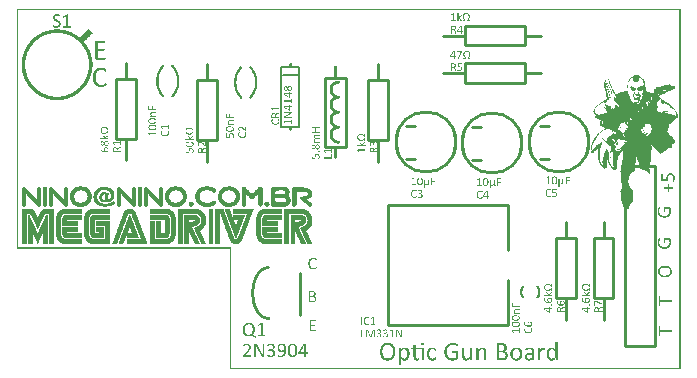
<source format=gto>
G04 MADE WITH FRITZING*
G04 WWW.FRITZING.ORG*
G04 DOUBLE SIDED*
G04 HOLES PLATED*
G04 CONTOUR ON CENTER OF CONTOUR VECTOR*
%ASAXBY*%
%FSLAX23Y23*%
%MOIN*%
%OFA0B0*%
%SFA1.0B1.0*%
%ADD10C,0.210000X0.19*%
%ADD11R,0.080000X0.240000X0.060000X0.220000*%
%ADD12C,0.010000*%
%ADD13C,0.008000*%
%ADD14C,0.005000*%
%ADD15C,0.011000*%
%ADD16R,0.001000X0.001000*%
%LNSILK1*%
G90*
G70*
G54D10*
X1810Y757D03*
X1585Y753D03*
X1365Y757D03*
G54D12*
X1028Y971D02*
X1098Y971D01*
X1098Y741D01*
X1028Y741D01*
X1028Y971D01*
D02*
X946Y321D02*
X946Y181D01*
D02*
X1637Y547D02*
X1237Y547D01*
D02*
X1237Y547D02*
X1237Y147D01*
D02*
X1237Y147D02*
X1637Y147D01*
D02*
X1637Y547D02*
X1637Y397D01*
D02*
X1637Y297D02*
X1637Y147D01*
D02*
X366Y696D02*
X366Y768D01*
D02*
X366Y968D02*
X366Y1021D01*
D02*
X333Y768D02*
X333Y968D01*
D02*
X333Y968D02*
X399Y968D01*
D02*
X399Y968D02*
X399Y768D01*
D02*
X399Y768D02*
X333Y768D01*
D02*
X634Y692D02*
X634Y764D01*
D02*
X634Y964D02*
X634Y1017D01*
D02*
X601Y764D02*
X601Y964D01*
D02*
X601Y964D02*
X667Y964D01*
D02*
X667Y964D02*
X667Y764D01*
D02*
X667Y764D02*
X601Y764D01*
G54D13*
D02*
X883Y807D02*
X883Y1007D01*
D02*
X883Y1007D02*
X913Y1007D01*
D02*
X913Y1007D02*
X943Y1007D01*
D02*
X943Y1007D02*
X943Y807D01*
D02*
X943Y807D02*
X913Y807D01*
D02*
X913Y807D02*
X883Y807D01*
D02*
X888Y982D02*
X938Y982D01*
G54D12*
D02*
X1205Y692D02*
X1205Y764D01*
D02*
X1205Y964D02*
X1205Y1017D01*
D02*
X1172Y764D02*
X1172Y964D01*
D02*
X1172Y964D02*
X1238Y964D01*
D02*
X1238Y964D02*
X1238Y764D01*
D02*
X1238Y764D02*
X1172Y764D01*
D02*
X1423Y1112D02*
X1495Y1112D01*
D02*
X1695Y1112D02*
X1748Y1112D01*
D02*
X1495Y1145D02*
X1695Y1145D01*
D02*
X1695Y1145D02*
X1695Y1079D01*
D02*
X1695Y1079D02*
X1495Y1079D01*
D02*
X1495Y1079D02*
X1495Y1145D01*
D02*
X1423Y986D02*
X1495Y986D01*
D02*
X1695Y986D02*
X1748Y986D01*
D02*
X1495Y1019D02*
X1695Y1019D01*
D02*
X1695Y1019D02*
X1695Y953D01*
D02*
X1695Y953D02*
X1495Y953D01*
D02*
X1495Y953D02*
X1495Y1019D01*
D02*
X1957Y165D02*
X1957Y237D01*
D02*
X1957Y437D02*
X1957Y490D01*
D02*
X1924Y237D02*
X1924Y437D01*
D02*
X1924Y437D02*
X1990Y437D01*
D02*
X1990Y437D02*
X1990Y237D01*
D02*
X1990Y237D02*
X1924Y237D01*
D02*
X1831Y165D02*
X1831Y237D01*
D02*
X1831Y437D02*
X1831Y490D01*
D02*
X1798Y237D02*
X1798Y437D01*
D02*
X1798Y437D02*
X1864Y437D01*
D02*
X1864Y437D02*
X1864Y237D01*
D02*
X1864Y237D02*
X1798Y237D01*
D02*
X2029Y676D02*
X2029Y76D01*
D02*
X2029Y76D02*
X2129Y76D01*
D02*
X2129Y76D02*
X2129Y676D01*
D02*
X2129Y676D02*
X2029Y676D01*
G54D14*
D02*
X2029Y641D02*
X2064Y676D01*
G36*
X2039Y925D02*
X2040Y930D01*
X2039Y930D01*
X2039Y925D01*
G37*
D02*
G36*
X2020Y795D02*
X2018Y797D01*
X2020Y795D01*
G37*
D02*
G54D15*
X1745Y812D02*
X1775Y812D01*
D02*
X1745Y702D02*
X1775Y702D01*
D02*
X1520Y808D02*
X1550Y808D01*
D02*
X1520Y698D02*
X1550Y698D01*
D02*
X1300Y812D02*
X1330Y812D01*
D02*
X1300Y702D02*
X1330Y702D01*
D02*
G54D16*
X1Y1201D02*
X2213Y1201D01*
X1Y1200D02*
X2213Y1200D01*
X1Y1199D02*
X2213Y1199D01*
X1Y1198D02*
X2213Y1198D01*
X1Y1197D02*
X4Y1197D01*
X2210Y1197D02*
X2213Y1197D01*
X1Y1196D02*
X4Y1196D01*
X2210Y1196D02*
X2213Y1196D01*
X1Y1195D02*
X4Y1195D01*
X2210Y1195D02*
X2213Y1195D01*
X1Y1194D02*
X4Y1194D01*
X2210Y1194D02*
X2213Y1194D01*
X1Y1193D02*
X4Y1193D01*
X2210Y1193D02*
X2213Y1193D01*
X1Y1192D02*
X4Y1192D01*
X2210Y1192D02*
X2213Y1192D01*
X1Y1191D02*
X4Y1191D01*
X2210Y1191D02*
X2213Y1191D01*
X1Y1190D02*
X4Y1190D01*
X2210Y1190D02*
X2213Y1190D01*
X1Y1189D02*
X4Y1189D01*
X2210Y1189D02*
X2213Y1189D01*
X1Y1188D02*
X4Y1188D01*
X1470Y1188D02*
X1472Y1188D01*
X2210Y1188D02*
X2213Y1188D01*
X1Y1187D02*
X4Y1187D01*
X1470Y1187D02*
X1473Y1187D01*
X2210Y1187D02*
X2213Y1187D01*
X1Y1186D02*
X4Y1186D01*
X1455Y1186D02*
X1458Y1186D01*
X1470Y1186D02*
X1473Y1186D01*
X1495Y1186D02*
X1504Y1186D01*
X2210Y1186D02*
X2213Y1186D01*
X1Y1185D02*
X4Y1185D01*
X1454Y1185D02*
X1458Y1185D01*
X1470Y1185D02*
X1473Y1185D01*
X1493Y1185D02*
X1506Y1185D01*
X2210Y1185D02*
X2213Y1185D01*
X1Y1184D02*
X4Y1184D01*
X1452Y1184D02*
X1458Y1184D01*
X1470Y1184D02*
X1473Y1184D01*
X1492Y1184D02*
X1507Y1184D01*
X2210Y1184D02*
X2213Y1184D01*
X1Y1183D02*
X4Y1183D01*
X1451Y1183D02*
X1458Y1183D01*
X1470Y1183D02*
X1473Y1183D01*
X1491Y1183D02*
X1495Y1183D01*
X1503Y1183D02*
X1508Y1183D01*
X2210Y1183D02*
X2213Y1183D01*
X1Y1182D02*
X4Y1182D01*
X130Y1182D02*
X140Y1182D01*
X168Y1182D02*
X172Y1182D01*
X1450Y1182D02*
X1453Y1182D01*
X1456Y1182D02*
X1458Y1182D01*
X1470Y1182D02*
X1473Y1182D01*
X1490Y1182D02*
X1494Y1182D01*
X1505Y1182D02*
X1509Y1182D01*
X2210Y1182D02*
X2213Y1182D01*
X1Y1181D02*
X4Y1181D01*
X128Y1181D02*
X142Y1181D01*
X166Y1181D02*
X172Y1181D01*
X1449Y1181D02*
X1451Y1181D01*
X1456Y1181D02*
X1458Y1181D01*
X1470Y1181D02*
X1473Y1181D01*
X1489Y1181D02*
X1493Y1181D01*
X1506Y1181D02*
X1509Y1181D01*
X2210Y1181D02*
X2213Y1181D01*
X1Y1180D02*
X4Y1180D01*
X126Y1180D02*
X144Y1180D01*
X165Y1180D02*
X172Y1180D01*
X1450Y1180D02*
X1450Y1180D01*
X1456Y1180D02*
X1458Y1180D01*
X1470Y1180D02*
X1473Y1180D01*
X1489Y1180D02*
X1492Y1180D01*
X1506Y1180D02*
X1509Y1180D01*
X2210Y1180D02*
X2213Y1180D01*
X1Y1179D02*
X4Y1179D01*
X125Y1179D02*
X145Y1179D01*
X163Y1179D02*
X172Y1179D01*
X1456Y1179D02*
X1458Y1179D01*
X1470Y1179D02*
X1473Y1179D01*
X1481Y1179D02*
X1483Y1179D01*
X1489Y1179D02*
X1491Y1179D01*
X1507Y1179D02*
X1510Y1179D01*
X2210Y1179D02*
X2213Y1179D01*
X1Y1178D02*
X4Y1178D01*
X124Y1178D02*
X145Y1178D01*
X161Y1178D02*
X172Y1178D01*
X1456Y1178D02*
X1458Y1178D01*
X1470Y1178D02*
X1473Y1178D01*
X1480Y1178D02*
X1483Y1178D01*
X1488Y1178D02*
X1491Y1178D01*
X1507Y1178D02*
X1510Y1178D01*
X2210Y1178D02*
X2213Y1178D01*
X1Y1177D02*
X4Y1177D01*
X124Y1177D02*
X130Y1177D01*
X140Y1177D02*
X145Y1177D01*
X160Y1177D02*
X172Y1177D01*
X1456Y1177D02*
X1458Y1177D01*
X1470Y1177D02*
X1473Y1177D01*
X1479Y1177D02*
X1482Y1177D01*
X1488Y1177D02*
X1491Y1177D01*
X1507Y1177D02*
X1510Y1177D01*
X2210Y1177D02*
X2213Y1177D01*
X1Y1176D02*
X4Y1176D01*
X123Y1176D02*
X129Y1176D01*
X142Y1176D02*
X145Y1176D01*
X158Y1176D02*
X172Y1176D01*
X1456Y1176D02*
X1458Y1176D01*
X1470Y1176D02*
X1473Y1176D01*
X1478Y1176D02*
X1481Y1176D01*
X1488Y1176D02*
X1491Y1176D01*
X1508Y1176D02*
X1510Y1176D01*
X2210Y1176D02*
X2213Y1176D01*
X1Y1175D02*
X4Y1175D01*
X123Y1175D02*
X128Y1175D01*
X144Y1175D02*
X144Y1175D01*
X157Y1175D02*
X164Y1175D01*
X167Y1175D02*
X172Y1175D01*
X1456Y1175D02*
X1458Y1175D01*
X1470Y1175D02*
X1473Y1175D01*
X1477Y1175D02*
X1480Y1175D01*
X1488Y1175D02*
X1491Y1175D01*
X1508Y1175D02*
X1510Y1175D01*
X2210Y1175D02*
X2213Y1175D01*
X1Y1174D02*
X4Y1174D01*
X123Y1174D02*
X128Y1174D01*
X157Y1174D02*
X162Y1174D01*
X167Y1174D02*
X172Y1174D01*
X1456Y1174D02*
X1458Y1174D01*
X1470Y1174D02*
X1473Y1174D01*
X1476Y1174D02*
X1479Y1174D01*
X1488Y1174D02*
X1491Y1174D01*
X1508Y1174D02*
X1510Y1174D01*
X2210Y1174D02*
X2213Y1174D01*
X1Y1173D02*
X4Y1173D01*
X122Y1173D02*
X127Y1173D01*
X157Y1173D02*
X161Y1173D01*
X167Y1173D02*
X172Y1173D01*
X1456Y1173D02*
X1458Y1173D01*
X1470Y1173D02*
X1473Y1173D01*
X1475Y1173D02*
X1478Y1173D01*
X1488Y1173D02*
X1491Y1173D01*
X1508Y1173D02*
X1510Y1173D01*
X2210Y1173D02*
X2213Y1173D01*
X1Y1172D02*
X4Y1172D01*
X122Y1172D02*
X127Y1172D01*
X157Y1172D02*
X159Y1172D01*
X167Y1172D02*
X172Y1172D01*
X1456Y1172D02*
X1458Y1172D01*
X1470Y1172D02*
X1477Y1172D01*
X1488Y1172D02*
X1491Y1172D01*
X1508Y1172D02*
X1510Y1172D01*
X2210Y1172D02*
X2213Y1172D01*
X1Y1171D02*
X4Y1171D01*
X122Y1171D02*
X127Y1171D01*
X157Y1171D02*
X157Y1171D01*
X167Y1171D02*
X172Y1171D01*
X1456Y1171D02*
X1458Y1171D01*
X1470Y1171D02*
X1477Y1171D01*
X1488Y1171D02*
X1491Y1171D01*
X1507Y1171D02*
X1510Y1171D01*
X2210Y1171D02*
X2213Y1171D01*
X1Y1170D02*
X4Y1170D01*
X122Y1170D02*
X128Y1170D01*
X167Y1170D02*
X172Y1170D01*
X1456Y1170D02*
X1458Y1170D01*
X1470Y1170D02*
X1477Y1170D01*
X1488Y1170D02*
X1491Y1170D01*
X1507Y1170D02*
X1510Y1170D01*
X2210Y1170D02*
X2213Y1170D01*
X1Y1169D02*
X4Y1169D01*
X123Y1169D02*
X128Y1169D01*
X167Y1169D02*
X172Y1169D01*
X1456Y1169D02*
X1458Y1169D01*
X1470Y1169D02*
X1473Y1169D01*
X1475Y1169D02*
X1478Y1169D01*
X1489Y1169D02*
X1491Y1169D01*
X1507Y1169D02*
X1509Y1169D01*
X2210Y1169D02*
X2213Y1169D01*
X1Y1168D02*
X4Y1168D01*
X123Y1168D02*
X129Y1168D01*
X167Y1168D02*
X172Y1168D01*
X1456Y1168D02*
X1458Y1168D01*
X1470Y1168D02*
X1473Y1168D01*
X1476Y1168D02*
X1479Y1168D01*
X1489Y1168D02*
X1492Y1168D01*
X1506Y1168D02*
X1509Y1168D01*
X2210Y1168D02*
X2213Y1168D01*
X1Y1167D02*
X4Y1167D01*
X123Y1167D02*
X130Y1167D01*
X167Y1167D02*
X172Y1167D01*
X1456Y1167D02*
X1458Y1167D01*
X1470Y1167D02*
X1473Y1167D01*
X1476Y1167D02*
X1480Y1167D01*
X1490Y1167D02*
X1492Y1167D01*
X1506Y1167D02*
X1509Y1167D01*
X2210Y1167D02*
X2213Y1167D01*
X1Y1166D02*
X4Y1166D01*
X124Y1166D02*
X131Y1166D01*
X167Y1166D02*
X172Y1166D01*
X1456Y1166D02*
X1458Y1166D01*
X1470Y1166D02*
X1473Y1166D01*
X1477Y1166D02*
X1480Y1166D01*
X1490Y1166D02*
X1493Y1166D01*
X1505Y1166D02*
X1508Y1166D01*
X2210Y1166D02*
X2213Y1166D01*
X1Y1165D02*
X4Y1165D01*
X124Y1165D02*
X133Y1165D01*
X167Y1165D02*
X172Y1165D01*
X1456Y1165D02*
X1458Y1165D01*
X1470Y1165D02*
X1473Y1165D01*
X1478Y1165D02*
X1481Y1165D01*
X1491Y1165D02*
X1494Y1165D01*
X1504Y1165D02*
X1507Y1165D01*
X2210Y1165D02*
X2213Y1165D01*
X1Y1164D02*
X4Y1164D01*
X125Y1164D02*
X135Y1164D01*
X167Y1164D02*
X172Y1164D01*
X1456Y1164D02*
X1458Y1164D01*
X1470Y1164D02*
X1473Y1164D01*
X1479Y1164D02*
X1482Y1164D01*
X1492Y1164D02*
X1495Y1164D01*
X1503Y1164D02*
X1506Y1164D01*
X2210Y1164D02*
X2213Y1164D01*
X1Y1163D02*
X4Y1163D01*
X126Y1163D02*
X137Y1163D01*
X167Y1163D02*
X172Y1163D01*
X1455Y1163D02*
X1459Y1163D01*
X1470Y1163D02*
X1473Y1163D01*
X1480Y1163D02*
X1483Y1163D01*
X1488Y1163D02*
X1496Y1163D01*
X1502Y1163D02*
X1510Y1163D01*
X2210Y1163D02*
X2213Y1163D01*
X1Y1162D02*
X4Y1162D01*
X127Y1162D02*
X139Y1162D01*
X167Y1162D02*
X172Y1162D01*
X1450Y1162D02*
X1464Y1162D01*
X1470Y1162D02*
X1473Y1162D01*
X1480Y1162D02*
X1483Y1162D01*
X1488Y1162D02*
X1496Y1162D01*
X1502Y1162D02*
X1510Y1162D01*
X2210Y1162D02*
X2213Y1162D01*
X1Y1161D02*
X4Y1161D01*
X128Y1161D02*
X141Y1161D01*
X167Y1161D02*
X172Y1161D01*
X1450Y1161D02*
X1464Y1161D01*
X1470Y1161D02*
X1473Y1161D01*
X1481Y1161D02*
X1484Y1161D01*
X1488Y1161D02*
X1496Y1161D01*
X1502Y1161D02*
X1510Y1161D01*
X2210Y1161D02*
X2213Y1161D01*
X1Y1160D02*
X4Y1160D01*
X130Y1160D02*
X142Y1160D01*
X167Y1160D02*
X172Y1160D01*
X2210Y1160D02*
X2213Y1160D01*
X1Y1159D02*
X4Y1159D01*
X132Y1159D02*
X143Y1159D01*
X167Y1159D02*
X172Y1159D01*
X2210Y1159D02*
X2213Y1159D01*
X1Y1158D02*
X4Y1158D01*
X134Y1158D02*
X144Y1158D01*
X167Y1158D02*
X172Y1158D01*
X2210Y1158D02*
X2213Y1158D01*
X1Y1157D02*
X4Y1157D01*
X136Y1157D02*
X145Y1157D01*
X167Y1157D02*
X172Y1157D01*
X2210Y1157D02*
X2213Y1157D01*
X1Y1156D02*
X4Y1156D01*
X138Y1156D02*
X146Y1156D01*
X167Y1156D02*
X172Y1156D01*
X2210Y1156D02*
X2213Y1156D01*
X1Y1155D02*
X4Y1155D01*
X140Y1155D02*
X146Y1155D01*
X167Y1155D02*
X172Y1155D01*
X2210Y1155D02*
X2213Y1155D01*
X1Y1154D02*
X4Y1154D01*
X141Y1154D02*
X147Y1154D01*
X167Y1154D02*
X172Y1154D01*
X2210Y1154D02*
X2213Y1154D01*
X1Y1153D02*
X4Y1153D01*
X141Y1153D02*
X147Y1153D01*
X167Y1153D02*
X172Y1153D01*
X2210Y1153D02*
X2213Y1153D01*
X1Y1152D02*
X4Y1152D01*
X142Y1152D02*
X147Y1152D01*
X167Y1152D02*
X172Y1152D01*
X2210Y1152D02*
X2213Y1152D01*
X1Y1151D02*
X4Y1151D01*
X142Y1151D02*
X147Y1151D01*
X167Y1151D02*
X172Y1151D01*
X2210Y1151D02*
X2213Y1151D01*
X1Y1150D02*
X4Y1150D01*
X142Y1150D02*
X147Y1150D01*
X167Y1150D02*
X172Y1150D01*
X2210Y1150D02*
X2213Y1150D01*
X1Y1149D02*
X4Y1149D01*
X142Y1149D02*
X147Y1149D01*
X167Y1149D02*
X172Y1149D01*
X2210Y1149D02*
X2213Y1149D01*
X1Y1148D02*
X4Y1148D01*
X142Y1148D02*
X147Y1148D01*
X167Y1148D02*
X172Y1148D01*
X2210Y1148D02*
X2213Y1148D01*
X1Y1147D02*
X4Y1147D01*
X142Y1147D02*
X147Y1147D01*
X167Y1147D02*
X172Y1147D01*
X2210Y1147D02*
X2213Y1147D01*
X1Y1146D02*
X4Y1146D01*
X122Y1146D02*
X122Y1146D01*
X141Y1146D02*
X146Y1146D01*
X167Y1146D02*
X172Y1146D01*
X2210Y1146D02*
X2213Y1146D01*
X1Y1145D02*
X4Y1145D01*
X121Y1145D02*
X124Y1145D01*
X140Y1145D02*
X146Y1145D01*
X167Y1145D02*
X172Y1145D01*
X2210Y1145D02*
X2213Y1145D01*
X1Y1144D02*
X4Y1144D01*
X121Y1144D02*
X126Y1144D01*
X139Y1144D02*
X145Y1144D01*
X167Y1144D02*
X172Y1144D01*
X1449Y1144D02*
X1460Y1144D01*
X1479Y1144D02*
X1483Y1144D01*
X2210Y1144D02*
X2213Y1144D01*
X1Y1143D02*
X4Y1143D01*
X121Y1143D02*
X129Y1143D01*
X136Y1143D02*
X145Y1143D01*
X167Y1143D02*
X172Y1143D01*
X1449Y1143D02*
X1462Y1143D01*
X1478Y1143D02*
X1483Y1143D01*
X2210Y1143D02*
X2213Y1143D01*
X1Y1142D02*
X4Y1142D01*
X122Y1142D02*
X144Y1142D01*
X157Y1142D02*
X181Y1142D01*
X1449Y1142D02*
X1463Y1142D01*
X1478Y1142D02*
X1483Y1142D01*
X2210Y1142D02*
X2213Y1142D01*
X1Y1141D02*
X4Y1141D01*
X122Y1141D02*
X143Y1141D01*
X157Y1141D02*
X181Y1141D01*
X1449Y1141D02*
X1452Y1141D01*
X1460Y1141D02*
X1464Y1141D01*
X1477Y1141D02*
X1479Y1141D01*
X1481Y1141D02*
X1483Y1141D01*
X2210Y1141D02*
X2213Y1141D01*
X1Y1140D02*
X4Y1140D01*
X124Y1140D02*
X141Y1140D01*
X157Y1140D02*
X181Y1140D01*
X1449Y1140D02*
X1452Y1140D01*
X1461Y1140D02*
X1464Y1140D01*
X1477Y1140D02*
X1479Y1140D01*
X1481Y1140D02*
X1483Y1140D01*
X2210Y1140D02*
X2213Y1140D01*
X1Y1139D02*
X4Y1139D01*
X126Y1139D02*
X139Y1139D01*
X157Y1139D02*
X181Y1139D01*
X1449Y1139D02*
X1452Y1139D01*
X1461Y1139D02*
X1464Y1139D01*
X1476Y1139D02*
X1478Y1139D01*
X1481Y1139D02*
X1483Y1139D01*
X2210Y1139D02*
X2213Y1139D01*
X1Y1138D02*
X4Y1138D01*
X129Y1138D02*
X136Y1138D01*
X1449Y1138D02*
X1452Y1138D01*
X1462Y1138D02*
X1464Y1138D01*
X1476Y1138D02*
X1478Y1138D01*
X1481Y1138D02*
X1483Y1138D01*
X2210Y1138D02*
X2213Y1138D01*
X1Y1137D02*
X4Y1137D01*
X1449Y1137D02*
X1452Y1137D01*
X1461Y1137D02*
X1464Y1137D01*
X1475Y1137D02*
X1477Y1137D01*
X1481Y1137D02*
X1483Y1137D01*
X2210Y1137D02*
X2213Y1137D01*
X1Y1136D02*
X4Y1136D01*
X1449Y1136D02*
X1452Y1136D01*
X1461Y1136D02*
X1464Y1136D01*
X1474Y1136D02*
X1477Y1136D01*
X1481Y1136D02*
X1483Y1136D01*
X2210Y1136D02*
X2213Y1136D01*
X1Y1135D02*
X4Y1135D01*
X1449Y1135D02*
X1452Y1135D01*
X1461Y1135D02*
X1464Y1135D01*
X1474Y1135D02*
X1476Y1135D01*
X1481Y1135D02*
X1483Y1135D01*
X2210Y1135D02*
X2213Y1135D01*
X1Y1134D02*
X4Y1134D01*
X1449Y1134D02*
X1452Y1134D01*
X1460Y1134D02*
X1463Y1134D01*
X1473Y1134D02*
X1475Y1134D01*
X1481Y1134D02*
X1483Y1134D01*
X2210Y1134D02*
X2213Y1134D01*
X1Y1133D02*
X4Y1133D01*
X1449Y1133D02*
X1462Y1133D01*
X1473Y1133D02*
X1475Y1133D01*
X1481Y1133D02*
X1483Y1133D01*
X2210Y1133D02*
X2213Y1133D01*
X1Y1132D02*
X4Y1132D01*
X125Y1132D02*
X145Y1132D01*
X239Y1132D02*
X240Y1132D01*
X1449Y1132D02*
X1461Y1132D01*
X1472Y1132D02*
X1474Y1132D01*
X1481Y1132D02*
X1483Y1132D01*
X2210Y1132D02*
X2213Y1132D01*
X1Y1131D02*
X4Y1131D01*
X117Y1131D02*
X153Y1131D01*
X238Y1131D02*
X241Y1131D01*
X1449Y1131D02*
X1460Y1131D01*
X1471Y1131D02*
X1474Y1131D01*
X1481Y1131D02*
X1483Y1131D01*
X2210Y1131D02*
X2213Y1131D01*
X1Y1130D02*
X4Y1130D01*
X112Y1130D02*
X159Y1130D01*
X237Y1130D02*
X242Y1130D01*
X1449Y1130D02*
X1452Y1130D01*
X1457Y1130D02*
X1461Y1130D01*
X1471Y1130D02*
X1473Y1130D01*
X1481Y1130D02*
X1483Y1130D01*
X2210Y1130D02*
X2213Y1130D01*
X1Y1129D02*
X4Y1129D01*
X108Y1129D02*
X163Y1129D01*
X236Y1129D02*
X243Y1129D01*
X1449Y1129D02*
X1452Y1129D01*
X1459Y1129D02*
X1462Y1129D01*
X1470Y1129D02*
X1472Y1129D01*
X1481Y1129D02*
X1483Y1129D01*
X2210Y1129D02*
X2213Y1129D01*
X1Y1128D02*
X4Y1128D01*
X104Y1128D02*
X167Y1128D01*
X235Y1128D02*
X244Y1128D01*
X1449Y1128D02*
X1452Y1128D01*
X1459Y1128D02*
X1462Y1128D01*
X1470Y1128D02*
X1472Y1128D01*
X1481Y1128D02*
X1483Y1128D01*
X2210Y1128D02*
X2213Y1128D01*
X1Y1127D02*
X4Y1127D01*
X100Y1127D02*
X170Y1127D01*
X234Y1127D02*
X245Y1127D01*
X1449Y1127D02*
X1452Y1127D01*
X1460Y1127D02*
X1463Y1127D01*
X1469Y1127D02*
X1487Y1127D01*
X2210Y1127D02*
X2213Y1127D01*
X1Y1126D02*
X4Y1126D01*
X97Y1126D02*
X173Y1126D01*
X233Y1126D02*
X246Y1126D01*
X1449Y1126D02*
X1452Y1126D01*
X1460Y1126D02*
X1463Y1126D01*
X1469Y1126D02*
X1487Y1126D01*
X2210Y1126D02*
X2213Y1126D01*
X1Y1125D02*
X4Y1125D01*
X95Y1125D02*
X176Y1125D01*
X232Y1125D02*
X247Y1125D01*
X1449Y1125D02*
X1452Y1125D01*
X1461Y1125D02*
X1464Y1125D01*
X1470Y1125D02*
X1487Y1125D01*
X2210Y1125D02*
X2213Y1125D01*
X1Y1124D02*
X4Y1124D01*
X92Y1124D02*
X178Y1124D01*
X231Y1124D02*
X248Y1124D01*
X1449Y1124D02*
X1452Y1124D01*
X1461Y1124D02*
X1464Y1124D01*
X1481Y1124D02*
X1483Y1124D01*
X2210Y1124D02*
X2213Y1124D01*
X1Y1123D02*
X4Y1123D01*
X90Y1123D02*
X181Y1123D01*
X230Y1123D02*
X249Y1123D01*
X1449Y1123D02*
X1452Y1123D01*
X1462Y1123D02*
X1464Y1123D01*
X1481Y1123D02*
X1483Y1123D01*
X2210Y1123D02*
X2213Y1123D01*
X1Y1122D02*
X4Y1122D01*
X87Y1122D02*
X183Y1122D01*
X229Y1122D02*
X250Y1122D01*
X1449Y1122D02*
X1452Y1122D01*
X1462Y1122D02*
X1465Y1122D01*
X1481Y1122D02*
X1483Y1122D01*
X2210Y1122D02*
X2213Y1122D01*
X1Y1121D02*
X4Y1121D01*
X85Y1121D02*
X185Y1121D01*
X228Y1121D02*
X251Y1121D01*
X1449Y1121D02*
X1452Y1121D01*
X1462Y1121D02*
X1465Y1121D01*
X1481Y1121D02*
X1483Y1121D01*
X2210Y1121D02*
X2213Y1121D01*
X1Y1120D02*
X4Y1120D01*
X83Y1120D02*
X123Y1120D01*
X148Y1120D02*
X187Y1120D01*
X227Y1120D02*
X252Y1120D01*
X1449Y1120D02*
X1452Y1120D01*
X1463Y1120D02*
X1466Y1120D01*
X1481Y1120D02*
X1483Y1120D01*
X2210Y1120D02*
X2213Y1120D01*
X1Y1119D02*
X4Y1119D01*
X81Y1119D02*
X116Y1119D01*
X155Y1119D02*
X189Y1119D01*
X226Y1119D02*
X253Y1119D01*
X1449Y1119D02*
X1452Y1119D01*
X1463Y1119D02*
X1466Y1119D01*
X1481Y1119D02*
X1483Y1119D01*
X2210Y1119D02*
X2213Y1119D01*
X1Y1118D02*
X4Y1118D01*
X79Y1118D02*
X111Y1118D01*
X160Y1118D02*
X191Y1118D01*
X225Y1118D02*
X252Y1118D01*
X2210Y1118D02*
X2213Y1118D01*
X1Y1117D02*
X4Y1117D01*
X77Y1117D02*
X107Y1117D01*
X164Y1117D02*
X193Y1117D01*
X224Y1117D02*
X251Y1117D01*
X2210Y1117D02*
X2213Y1117D01*
X1Y1116D02*
X4Y1116D01*
X76Y1116D02*
X103Y1116D01*
X167Y1116D02*
X195Y1116D01*
X223Y1116D02*
X250Y1116D01*
X2210Y1116D02*
X2213Y1116D01*
X1Y1115D02*
X4Y1115D01*
X74Y1115D02*
X100Y1115D01*
X170Y1115D02*
X196Y1115D01*
X222Y1115D02*
X249Y1115D01*
X2210Y1115D02*
X2213Y1115D01*
X1Y1114D02*
X4Y1114D01*
X72Y1114D02*
X97Y1114D01*
X173Y1114D02*
X198Y1114D01*
X221Y1114D02*
X248Y1114D01*
X2210Y1114D02*
X2213Y1114D01*
X1Y1113D02*
X4Y1113D01*
X71Y1113D02*
X95Y1113D01*
X176Y1113D02*
X200Y1113D01*
X220Y1113D02*
X247Y1113D01*
X2210Y1113D02*
X2213Y1113D01*
X1Y1112D02*
X4Y1112D01*
X69Y1112D02*
X92Y1112D01*
X178Y1112D02*
X201Y1112D01*
X219Y1112D02*
X246Y1112D01*
X2210Y1112D02*
X2213Y1112D01*
X1Y1111D02*
X4Y1111D01*
X68Y1111D02*
X90Y1111D01*
X180Y1111D02*
X203Y1111D01*
X218Y1111D02*
X245Y1111D01*
X2210Y1111D02*
X2213Y1111D01*
X1Y1110D02*
X4Y1110D01*
X66Y1110D02*
X88Y1110D01*
X182Y1110D02*
X204Y1110D01*
X217Y1110D02*
X244Y1110D01*
X2210Y1110D02*
X2213Y1110D01*
X1Y1109D02*
X4Y1109D01*
X65Y1109D02*
X86Y1109D01*
X184Y1109D02*
X205Y1109D01*
X216Y1109D02*
X243Y1109D01*
X2210Y1109D02*
X2213Y1109D01*
X1Y1108D02*
X4Y1108D01*
X64Y1108D02*
X84Y1108D01*
X186Y1108D02*
X207Y1108D01*
X215Y1108D02*
X242Y1108D01*
X2210Y1108D02*
X2213Y1108D01*
X1Y1107D02*
X4Y1107D01*
X63Y1107D02*
X82Y1107D01*
X188Y1107D02*
X208Y1107D01*
X214Y1107D02*
X241Y1107D01*
X2210Y1107D02*
X2213Y1107D01*
X1Y1106D02*
X4Y1106D01*
X61Y1106D02*
X81Y1106D01*
X190Y1106D02*
X209Y1106D01*
X213Y1106D02*
X240Y1106D01*
X2210Y1106D02*
X2213Y1106D01*
X1Y1105D02*
X4Y1105D01*
X60Y1105D02*
X79Y1105D01*
X191Y1105D02*
X210Y1105D01*
X212Y1105D02*
X239Y1105D01*
X2210Y1105D02*
X2213Y1105D01*
X1Y1104D02*
X4Y1104D01*
X59Y1104D02*
X78Y1104D01*
X193Y1104D02*
X238Y1104D01*
X2210Y1104D02*
X2213Y1104D01*
X1Y1103D02*
X4Y1103D01*
X58Y1103D02*
X76Y1103D01*
X194Y1103D02*
X237Y1103D01*
X2210Y1103D02*
X2213Y1103D01*
X1Y1102D02*
X4Y1102D01*
X57Y1102D02*
X75Y1102D01*
X196Y1102D02*
X236Y1102D01*
X2210Y1102D02*
X2213Y1102D01*
X1Y1101D02*
X4Y1101D01*
X55Y1101D02*
X73Y1101D01*
X197Y1101D02*
X235Y1101D01*
X2210Y1101D02*
X2213Y1101D01*
X1Y1100D02*
X4Y1100D01*
X54Y1100D02*
X72Y1100D01*
X199Y1100D02*
X234Y1100D01*
X2210Y1100D02*
X2213Y1100D01*
X1Y1099D02*
X4Y1099D01*
X53Y1099D02*
X71Y1099D01*
X200Y1099D02*
X233Y1099D01*
X2210Y1099D02*
X2213Y1099D01*
X1Y1098D02*
X4Y1098D01*
X52Y1098D02*
X69Y1098D01*
X201Y1098D02*
X232Y1098D01*
X2210Y1098D02*
X2213Y1098D01*
X1Y1097D02*
X4Y1097D01*
X51Y1097D02*
X68Y1097D01*
X203Y1097D02*
X231Y1097D01*
X2210Y1097D02*
X2213Y1097D01*
X1Y1096D02*
X4Y1096D01*
X50Y1096D02*
X67Y1096D01*
X204Y1096D02*
X230Y1096D01*
X2210Y1096D02*
X2213Y1096D01*
X1Y1095D02*
X4Y1095D01*
X49Y1095D02*
X66Y1095D01*
X205Y1095D02*
X229Y1095D01*
X2210Y1095D02*
X2213Y1095D01*
X1Y1094D02*
X4Y1094D01*
X48Y1094D02*
X64Y1094D01*
X206Y1094D02*
X228Y1094D01*
X264Y1094D02*
X296Y1094D01*
X2210Y1094D02*
X2213Y1094D01*
X1Y1093D02*
X4Y1093D01*
X48Y1093D02*
X63Y1093D01*
X207Y1093D02*
X227Y1093D01*
X263Y1093D02*
X296Y1093D01*
X2210Y1093D02*
X2213Y1093D01*
X1Y1092D02*
X4Y1092D01*
X47Y1092D02*
X62Y1092D01*
X208Y1092D02*
X226Y1092D01*
X263Y1092D02*
X296Y1092D01*
X2210Y1092D02*
X2213Y1092D01*
X1Y1091D02*
X4Y1091D01*
X46Y1091D02*
X61Y1091D01*
X209Y1091D02*
X225Y1091D01*
X262Y1091D02*
X296Y1091D01*
X2210Y1091D02*
X2213Y1091D01*
X1Y1090D02*
X4Y1090D01*
X45Y1090D02*
X60Y1090D01*
X210Y1090D02*
X225Y1090D01*
X262Y1090D02*
X296Y1090D01*
X2210Y1090D02*
X2213Y1090D01*
X1Y1089D02*
X4Y1089D01*
X44Y1089D02*
X59Y1089D01*
X211Y1089D02*
X226Y1089D01*
X262Y1089D02*
X296Y1089D01*
X2210Y1089D02*
X2213Y1089D01*
X1Y1088D02*
X4Y1088D01*
X43Y1088D02*
X58Y1088D01*
X212Y1088D02*
X227Y1088D01*
X262Y1088D02*
X295Y1088D01*
X2210Y1088D02*
X2213Y1088D01*
X1Y1087D02*
X4Y1087D01*
X43Y1087D02*
X57Y1087D01*
X213Y1087D02*
X228Y1087D01*
X262Y1087D02*
X270Y1087D01*
X2210Y1087D02*
X2213Y1087D01*
X1Y1086D02*
X4Y1086D01*
X42Y1086D02*
X56Y1086D01*
X214Y1086D02*
X229Y1086D01*
X262Y1086D02*
X270Y1086D01*
X2210Y1086D02*
X2213Y1086D01*
X1Y1085D02*
X4Y1085D01*
X41Y1085D02*
X55Y1085D01*
X215Y1085D02*
X229Y1085D01*
X262Y1085D02*
X270Y1085D01*
X2210Y1085D02*
X2213Y1085D01*
X1Y1084D02*
X4Y1084D01*
X40Y1084D02*
X55Y1084D01*
X216Y1084D02*
X230Y1084D01*
X262Y1084D02*
X270Y1084D01*
X2210Y1084D02*
X2213Y1084D01*
X1Y1083D02*
X4Y1083D01*
X40Y1083D02*
X54Y1083D01*
X217Y1083D02*
X231Y1083D01*
X262Y1083D02*
X270Y1083D01*
X2210Y1083D02*
X2213Y1083D01*
X1Y1082D02*
X4Y1082D01*
X39Y1082D02*
X53Y1082D01*
X218Y1082D02*
X231Y1082D01*
X262Y1082D02*
X270Y1082D01*
X2210Y1082D02*
X2213Y1082D01*
X1Y1081D02*
X4Y1081D01*
X38Y1081D02*
X52Y1081D01*
X218Y1081D02*
X232Y1081D01*
X262Y1081D02*
X270Y1081D01*
X2210Y1081D02*
X2213Y1081D01*
X1Y1080D02*
X4Y1080D01*
X38Y1080D02*
X51Y1080D01*
X219Y1080D02*
X233Y1080D01*
X262Y1080D02*
X270Y1080D01*
X2210Y1080D02*
X2213Y1080D01*
X1Y1079D02*
X4Y1079D01*
X37Y1079D02*
X50Y1079D01*
X220Y1079D02*
X233Y1079D01*
X262Y1079D02*
X270Y1079D01*
X2210Y1079D02*
X2213Y1079D01*
X1Y1078D02*
X4Y1078D01*
X36Y1078D02*
X50Y1078D01*
X221Y1078D02*
X234Y1078D01*
X262Y1078D02*
X270Y1078D01*
X2210Y1078D02*
X2213Y1078D01*
X1Y1077D02*
X4Y1077D01*
X36Y1077D02*
X49Y1077D01*
X222Y1077D02*
X235Y1077D01*
X262Y1077D02*
X270Y1077D01*
X2210Y1077D02*
X2213Y1077D01*
X1Y1076D02*
X4Y1076D01*
X35Y1076D02*
X48Y1076D01*
X222Y1076D02*
X235Y1076D01*
X262Y1076D02*
X270Y1076D01*
X2210Y1076D02*
X2213Y1076D01*
X1Y1075D02*
X4Y1075D01*
X34Y1075D02*
X47Y1075D01*
X223Y1075D02*
X236Y1075D01*
X262Y1075D02*
X270Y1075D01*
X2210Y1075D02*
X2213Y1075D01*
X1Y1074D02*
X4Y1074D01*
X34Y1074D02*
X47Y1074D01*
X224Y1074D02*
X237Y1074D01*
X262Y1074D02*
X270Y1074D01*
X2210Y1074D02*
X2213Y1074D01*
X1Y1073D02*
X4Y1073D01*
X33Y1073D02*
X46Y1073D01*
X224Y1073D02*
X237Y1073D01*
X262Y1073D02*
X270Y1073D01*
X2210Y1073D02*
X2213Y1073D01*
X1Y1072D02*
X4Y1072D01*
X33Y1072D02*
X45Y1072D01*
X225Y1072D02*
X238Y1072D01*
X262Y1072D02*
X270Y1072D01*
X2210Y1072D02*
X2213Y1072D01*
X1Y1071D02*
X4Y1071D01*
X32Y1071D02*
X45Y1071D01*
X226Y1071D02*
X238Y1071D01*
X262Y1071D02*
X270Y1071D01*
X2210Y1071D02*
X2213Y1071D01*
X1Y1070D02*
X4Y1070D01*
X32Y1070D02*
X44Y1070D01*
X226Y1070D02*
X239Y1070D01*
X262Y1070D02*
X270Y1070D01*
X2210Y1070D02*
X2213Y1070D01*
X1Y1069D02*
X4Y1069D01*
X31Y1069D02*
X44Y1069D01*
X227Y1069D02*
X239Y1069D01*
X262Y1069D02*
X270Y1069D01*
X2210Y1069D02*
X2213Y1069D01*
X1Y1068D02*
X4Y1068D01*
X31Y1068D02*
X43Y1068D01*
X227Y1068D02*
X240Y1068D01*
X262Y1068D02*
X270Y1068D01*
X2210Y1068D02*
X2213Y1068D01*
X1Y1067D02*
X4Y1067D01*
X30Y1067D02*
X42Y1067D01*
X228Y1067D02*
X240Y1067D01*
X262Y1067D02*
X292Y1067D01*
X2210Y1067D02*
X2213Y1067D01*
X1Y1066D02*
X4Y1066D01*
X30Y1066D02*
X42Y1066D01*
X229Y1066D02*
X241Y1066D01*
X262Y1066D02*
X293Y1066D01*
X2210Y1066D02*
X2213Y1066D01*
X1Y1065D02*
X4Y1065D01*
X29Y1065D02*
X41Y1065D01*
X229Y1065D02*
X241Y1065D01*
X262Y1065D02*
X293Y1065D01*
X2210Y1065D02*
X2213Y1065D01*
X1Y1064D02*
X4Y1064D01*
X29Y1064D02*
X41Y1064D01*
X230Y1064D02*
X242Y1064D01*
X262Y1064D02*
X293Y1064D01*
X2210Y1064D02*
X2213Y1064D01*
X1Y1063D02*
X4Y1063D01*
X28Y1063D02*
X40Y1063D01*
X230Y1063D02*
X242Y1063D01*
X262Y1063D02*
X293Y1063D01*
X2210Y1063D02*
X2213Y1063D01*
X1Y1062D02*
X4Y1062D01*
X28Y1062D02*
X40Y1062D01*
X231Y1062D02*
X243Y1062D01*
X262Y1062D02*
X292Y1062D01*
X2210Y1062D02*
X2213Y1062D01*
X1Y1061D02*
X4Y1061D01*
X27Y1061D02*
X39Y1061D01*
X231Y1061D02*
X243Y1061D01*
X262Y1061D02*
X270Y1061D01*
X1457Y1061D02*
X1460Y1061D01*
X1469Y1061D02*
X1484Y1061D01*
X1498Y1061D02*
X1505Y1061D01*
X2210Y1061D02*
X2213Y1061D01*
X1Y1060D02*
X4Y1060D01*
X27Y1060D02*
X39Y1060D01*
X232Y1060D02*
X244Y1060D01*
X262Y1060D02*
X270Y1060D01*
X1456Y1060D02*
X1460Y1060D01*
X1469Y1060D02*
X1485Y1060D01*
X1496Y1060D02*
X1507Y1060D01*
X2210Y1060D02*
X2213Y1060D01*
X1Y1059D02*
X4Y1059D01*
X26Y1059D02*
X38Y1059D01*
X232Y1059D02*
X244Y1059D01*
X262Y1059D02*
X270Y1059D01*
X1455Y1059D02*
X1460Y1059D01*
X1469Y1059D02*
X1485Y1059D01*
X1494Y1059D02*
X1508Y1059D01*
X2210Y1059D02*
X2213Y1059D01*
X1Y1058D02*
X4Y1058D01*
X26Y1058D02*
X38Y1058D01*
X233Y1058D02*
X244Y1058D01*
X262Y1058D02*
X270Y1058D01*
X1455Y1058D02*
X1460Y1058D01*
X1481Y1058D02*
X1484Y1058D01*
X1493Y1058D02*
X1498Y1058D01*
X1505Y1058D02*
X1509Y1058D01*
X2210Y1058D02*
X2213Y1058D01*
X1Y1057D02*
X4Y1057D01*
X26Y1057D02*
X37Y1057D01*
X233Y1057D02*
X245Y1057D01*
X262Y1057D02*
X270Y1057D01*
X1454Y1057D02*
X1456Y1057D01*
X1458Y1057D02*
X1460Y1057D01*
X1481Y1057D02*
X1484Y1057D01*
X1492Y1057D02*
X1496Y1057D01*
X1507Y1057D02*
X1510Y1057D01*
X2210Y1057D02*
X2213Y1057D01*
X1Y1056D02*
X4Y1056D01*
X25Y1056D02*
X37Y1056D01*
X234Y1056D02*
X245Y1056D01*
X262Y1056D02*
X270Y1056D01*
X1453Y1056D02*
X1456Y1056D01*
X1458Y1056D02*
X1460Y1056D01*
X1481Y1056D02*
X1484Y1056D01*
X1492Y1056D02*
X1495Y1056D01*
X1508Y1056D02*
X1511Y1056D01*
X2210Y1056D02*
X2213Y1056D01*
X1Y1055D02*
X4Y1055D01*
X25Y1055D02*
X36Y1055D01*
X234Y1055D02*
X246Y1055D01*
X262Y1055D02*
X270Y1055D01*
X1453Y1055D02*
X1455Y1055D01*
X1458Y1055D02*
X1460Y1055D01*
X1480Y1055D02*
X1483Y1055D01*
X1491Y1055D02*
X1494Y1055D01*
X1508Y1055D02*
X1511Y1055D01*
X2210Y1055D02*
X2213Y1055D01*
X1Y1054D02*
X4Y1054D01*
X25Y1054D02*
X36Y1054D01*
X234Y1054D02*
X246Y1054D01*
X262Y1054D02*
X270Y1054D01*
X1452Y1054D02*
X1454Y1054D01*
X1458Y1054D02*
X1460Y1054D01*
X1480Y1054D02*
X1483Y1054D01*
X1491Y1054D02*
X1494Y1054D01*
X1509Y1054D02*
X1512Y1054D01*
X2210Y1054D02*
X2213Y1054D01*
X1Y1053D02*
X4Y1053D01*
X24Y1053D02*
X36Y1053D01*
X235Y1053D02*
X246Y1053D01*
X262Y1053D02*
X270Y1053D01*
X1452Y1053D02*
X1454Y1053D01*
X1458Y1053D02*
X1460Y1053D01*
X1480Y1053D02*
X1482Y1053D01*
X1490Y1053D02*
X1493Y1053D01*
X1509Y1053D02*
X1512Y1053D01*
X2210Y1053D02*
X2213Y1053D01*
X1Y1052D02*
X4Y1052D01*
X24Y1052D02*
X35Y1052D01*
X235Y1052D02*
X247Y1052D01*
X262Y1052D02*
X270Y1052D01*
X1451Y1052D02*
X1453Y1052D01*
X1458Y1052D02*
X1460Y1052D01*
X1479Y1052D02*
X1482Y1052D01*
X1490Y1052D02*
X1493Y1052D01*
X1509Y1052D02*
X1512Y1052D01*
X2210Y1052D02*
X2213Y1052D01*
X1Y1051D02*
X4Y1051D01*
X24Y1051D02*
X35Y1051D01*
X236Y1051D02*
X247Y1051D01*
X262Y1051D02*
X270Y1051D01*
X1450Y1051D02*
X1453Y1051D01*
X1458Y1051D02*
X1460Y1051D01*
X1479Y1051D02*
X1481Y1051D01*
X1490Y1051D02*
X1493Y1051D01*
X1509Y1051D02*
X1512Y1051D01*
X2210Y1051D02*
X2213Y1051D01*
X1Y1050D02*
X4Y1050D01*
X23Y1050D02*
X34Y1050D01*
X236Y1050D02*
X247Y1050D01*
X262Y1050D02*
X270Y1050D01*
X1450Y1050D02*
X1452Y1050D01*
X1458Y1050D02*
X1460Y1050D01*
X1478Y1050D02*
X1481Y1050D01*
X1490Y1050D02*
X1493Y1050D01*
X1510Y1050D02*
X1512Y1050D01*
X2210Y1050D02*
X2213Y1050D01*
X1Y1049D02*
X4Y1049D01*
X23Y1049D02*
X34Y1049D01*
X236Y1049D02*
X248Y1049D01*
X262Y1049D02*
X270Y1049D01*
X1449Y1049D02*
X1451Y1049D01*
X1458Y1049D02*
X1460Y1049D01*
X1478Y1049D02*
X1481Y1049D01*
X1490Y1049D02*
X1492Y1049D01*
X1510Y1049D02*
X1512Y1049D01*
X2210Y1049D02*
X2213Y1049D01*
X1Y1048D02*
X4Y1048D01*
X23Y1048D02*
X34Y1048D01*
X237Y1048D02*
X248Y1048D01*
X262Y1048D02*
X270Y1048D01*
X1449Y1048D02*
X1451Y1048D01*
X1458Y1048D02*
X1460Y1048D01*
X1477Y1048D02*
X1480Y1048D01*
X1490Y1048D02*
X1493Y1048D01*
X1510Y1048D02*
X1512Y1048D01*
X2210Y1048D02*
X2213Y1048D01*
X1Y1047D02*
X4Y1047D01*
X22Y1047D02*
X33Y1047D01*
X237Y1047D02*
X248Y1047D01*
X262Y1047D02*
X270Y1047D01*
X1448Y1047D02*
X1450Y1047D01*
X1458Y1047D02*
X1460Y1047D01*
X1477Y1047D02*
X1480Y1047D01*
X1490Y1047D02*
X1493Y1047D01*
X1509Y1047D02*
X1512Y1047D01*
X2210Y1047D02*
X2213Y1047D01*
X1Y1046D02*
X4Y1046D01*
X22Y1046D02*
X33Y1046D01*
X237Y1046D02*
X248Y1046D01*
X262Y1046D02*
X270Y1046D01*
X1447Y1046D02*
X1450Y1046D01*
X1458Y1046D02*
X1460Y1046D01*
X1476Y1046D02*
X1479Y1046D01*
X1490Y1046D02*
X1493Y1046D01*
X1509Y1046D02*
X1512Y1046D01*
X2210Y1046D02*
X2213Y1046D01*
X1Y1045D02*
X4Y1045D01*
X22Y1045D02*
X33Y1045D01*
X238Y1045D02*
X249Y1045D01*
X262Y1045D02*
X270Y1045D01*
X1447Y1045D02*
X1449Y1045D01*
X1458Y1045D02*
X1460Y1045D01*
X1476Y1045D02*
X1479Y1045D01*
X1490Y1045D02*
X1493Y1045D01*
X1509Y1045D02*
X1512Y1045D01*
X2210Y1045D02*
X2213Y1045D01*
X1Y1044D02*
X4Y1044D01*
X21Y1044D02*
X33Y1044D01*
X238Y1044D02*
X249Y1044D01*
X262Y1044D02*
X270Y1044D01*
X1446Y1044D02*
X1449Y1044D01*
X1458Y1044D02*
X1461Y1044D01*
X1476Y1044D02*
X1478Y1044D01*
X1491Y1044D02*
X1493Y1044D01*
X1509Y1044D02*
X1511Y1044D01*
X2210Y1044D02*
X2213Y1044D01*
X1Y1043D02*
X4Y1043D01*
X21Y1043D02*
X32Y1043D01*
X238Y1043D02*
X249Y1043D01*
X262Y1043D02*
X270Y1043D01*
X1446Y1043D02*
X1464Y1043D01*
X1475Y1043D02*
X1478Y1043D01*
X1491Y1043D02*
X1493Y1043D01*
X1509Y1043D02*
X1511Y1043D01*
X2210Y1043D02*
X2213Y1043D01*
X1Y1042D02*
X4Y1042D01*
X21Y1042D02*
X32Y1042D01*
X238Y1042D02*
X249Y1042D01*
X262Y1042D02*
X270Y1042D01*
X1446Y1042D02*
X1464Y1042D01*
X1475Y1042D02*
X1478Y1042D01*
X1491Y1042D02*
X1494Y1042D01*
X1508Y1042D02*
X1511Y1042D01*
X2210Y1042D02*
X2213Y1042D01*
X1Y1041D02*
X4Y1041D01*
X21Y1041D02*
X32Y1041D01*
X239Y1041D02*
X250Y1041D01*
X262Y1041D02*
X270Y1041D01*
X1447Y1041D02*
X1463Y1041D01*
X1474Y1041D02*
X1477Y1041D01*
X1492Y1041D02*
X1495Y1041D01*
X1507Y1041D02*
X1510Y1041D01*
X2210Y1041D02*
X2213Y1041D01*
X1Y1040D02*
X4Y1040D01*
X21Y1040D02*
X31Y1040D01*
X239Y1040D02*
X250Y1040D01*
X262Y1040D02*
X270Y1040D01*
X1458Y1040D02*
X1460Y1040D01*
X1474Y1040D02*
X1477Y1040D01*
X1493Y1040D02*
X1496Y1040D01*
X1506Y1040D02*
X1509Y1040D01*
X2210Y1040D02*
X2213Y1040D01*
X1Y1039D02*
X4Y1039D01*
X20Y1039D02*
X31Y1039D01*
X239Y1039D02*
X250Y1039D01*
X262Y1039D02*
X270Y1039D01*
X1458Y1039D02*
X1460Y1039D01*
X1473Y1039D02*
X1476Y1039D01*
X1494Y1039D02*
X1497Y1039D01*
X1505Y1039D02*
X1508Y1039D01*
X2210Y1039D02*
X2213Y1039D01*
X1Y1038D02*
X4Y1038D01*
X20Y1038D02*
X31Y1038D01*
X239Y1038D02*
X250Y1038D01*
X262Y1038D02*
X296Y1038D01*
X1458Y1038D02*
X1460Y1038D01*
X1473Y1038D02*
X1476Y1038D01*
X1495Y1038D02*
X1498Y1038D01*
X1504Y1038D02*
X1507Y1038D01*
X2210Y1038D02*
X2213Y1038D01*
X1Y1037D02*
X4Y1037D01*
X20Y1037D02*
X31Y1037D01*
X240Y1037D02*
X251Y1037D01*
X262Y1037D02*
X296Y1037D01*
X1458Y1037D02*
X1460Y1037D01*
X1472Y1037D02*
X1475Y1037D01*
X1490Y1037D02*
X1498Y1037D01*
X1504Y1037D02*
X1512Y1037D01*
X2210Y1037D02*
X2213Y1037D01*
X1Y1036D02*
X4Y1036D01*
X20Y1036D02*
X31Y1036D01*
X240Y1036D02*
X251Y1036D01*
X262Y1036D02*
X296Y1036D01*
X1458Y1036D02*
X1460Y1036D01*
X1472Y1036D02*
X1475Y1036D01*
X1490Y1036D02*
X1498Y1036D01*
X1504Y1036D02*
X1512Y1036D01*
X2210Y1036D02*
X2213Y1036D01*
X1Y1035D02*
X4Y1035D01*
X20Y1035D02*
X30Y1035D01*
X240Y1035D02*
X251Y1035D01*
X262Y1035D02*
X297Y1035D01*
X1458Y1035D02*
X1460Y1035D01*
X1472Y1035D02*
X1474Y1035D01*
X1490Y1035D02*
X1497Y1035D01*
X1505Y1035D02*
X1512Y1035D01*
X2210Y1035D02*
X2213Y1035D01*
X1Y1034D02*
X4Y1034D01*
X19Y1034D02*
X30Y1034D01*
X240Y1034D02*
X251Y1034D01*
X263Y1034D02*
X296Y1034D01*
X2210Y1034D02*
X2213Y1034D01*
X1Y1033D02*
X4Y1033D01*
X19Y1033D02*
X30Y1033D01*
X240Y1033D02*
X251Y1033D01*
X263Y1033D02*
X296Y1033D01*
X2210Y1033D02*
X2213Y1033D01*
X1Y1032D02*
X4Y1032D01*
X19Y1032D02*
X30Y1032D01*
X241Y1032D02*
X251Y1032D01*
X264Y1032D02*
X296Y1032D01*
X2210Y1032D02*
X2213Y1032D01*
X1Y1031D02*
X4Y1031D01*
X19Y1031D02*
X30Y1031D01*
X241Y1031D02*
X252Y1031D01*
X2210Y1031D02*
X2213Y1031D01*
X1Y1030D02*
X4Y1030D01*
X19Y1030D02*
X30Y1030D01*
X241Y1030D02*
X252Y1030D01*
X2210Y1030D02*
X2213Y1030D01*
X1Y1029D02*
X4Y1029D01*
X19Y1029D02*
X29Y1029D01*
X241Y1029D02*
X252Y1029D01*
X2210Y1029D02*
X2213Y1029D01*
X1Y1028D02*
X4Y1028D01*
X18Y1028D02*
X29Y1028D01*
X241Y1028D02*
X252Y1028D01*
X2210Y1028D02*
X2213Y1028D01*
X1Y1027D02*
X4Y1027D01*
X18Y1027D02*
X29Y1027D01*
X241Y1027D02*
X252Y1027D01*
X2210Y1027D02*
X2213Y1027D01*
X1Y1026D02*
X4Y1026D01*
X18Y1026D02*
X29Y1026D01*
X241Y1026D02*
X252Y1026D01*
X2210Y1026D02*
X2213Y1026D01*
X1Y1025D02*
X4Y1025D01*
X18Y1025D02*
X29Y1025D01*
X241Y1025D02*
X252Y1025D01*
X2210Y1025D02*
X2213Y1025D01*
X1Y1024D02*
X4Y1024D01*
X18Y1024D02*
X29Y1024D01*
X242Y1024D02*
X252Y1024D01*
X2210Y1024D02*
X2213Y1024D01*
X1Y1023D02*
X4Y1023D01*
X18Y1023D02*
X29Y1023D01*
X242Y1023D02*
X252Y1023D01*
X2210Y1023D02*
X2213Y1023D01*
X1Y1022D02*
X4Y1022D01*
X18Y1022D02*
X29Y1022D01*
X242Y1022D02*
X253Y1022D01*
X2210Y1022D02*
X2213Y1022D01*
X1Y1021D02*
X4Y1021D01*
X18Y1021D02*
X29Y1021D01*
X242Y1021D02*
X253Y1021D01*
X2210Y1021D02*
X2213Y1021D01*
X1Y1020D02*
X4Y1020D01*
X18Y1020D02*
X29Y1020D01*
X242Y1020D02*
X253Y1020D01*
X911Y1020D02*
X916Y1020D01*
X2210Y1020D02*
X2213Y1020D01*
X1Y1019D02*
X4Y1019D01*
X18Y1019D02*
X29Y1019D01*
X242Y1019D02*
X253Y1019D01*
X911Y1019D02*
X917Y1019D01*
X1449Y1019D02*
X1459Y1019D01*
X1471Y1019D02*
X1484Y1019D01*
X2210Y1019D02*
X2213Y1019D01*
X1Y1018D02*
X4Y1018D01*
X18Y1018D02*
X29Y1018D01*
X242Y1018D02*
X253Y1018D01*
X910Y1018D02*
X917Y1018D01*
X1449Y1018D02*
X1461Y1018D01*
X1471Y1018D02*
X1484Y1018D01*
X2210Y1018D02*
X2213Y1018D01*
X1Y1017D02*
X4Y1017D01*
X18Y1017D02*
X29Y1017D01*
X242Y1017D02*
X253Y1017D01*
X910Y1017D02*
X917Y1017D01*
X1449Y1017D02*
X1462Y1017D01*
X1471Y1017D02*
X1483Y1017D01*
X2210Y1017D02*
X2213Y1017D01*
X1Y1016D02*
X4Y1016D01*
X18Y1016D02*
X28Y1016D01*
X242Y1016D02*
X253Y1016D01*
X910Y1016D02*
X917Y1016D01*
X1449Y1016D02*
X1451Y1016D01*
X1459Y1016D02*
X1463Y1016D01*
X1471Y1016D02*
X1473Y1016D01*
X2210Y1016D02*
X2213Y1016D01*
X1Y1015D02*
X4Y1015D01*
X18Y1015D02*
X28Y1015D01*
X242Y1015D02*
X253Y1015D01*
X910Y1015D02*
X917Y1015D01*
X1449Y1015D02*
X1451Y1015D01*
X1460Y1015D02*
X1463Y1015D01*
X1471Y1015D02*
X1473Y1015D01*
X2210Y1015D02*
X2213Y1015D01*
X1Y1014D02*
X4Y1014D01*
X18Y1014D02*
X28Y1014D01*
X242Y1014D02*
X253Y1014D01*
X910Y1014D02*
X917Y1014D01*
X1449Y1014D02*
X1451Y1014D01*
X1461Y1014D02*
X1464Y1014D01*
X1471Y1014D02*
X1473Y1014D01*
X2210Y1014D02*
X2213Y1014D01*
X1Y1013D02*
X4Y1013D01*
X18Y1013D02*
X28Y1013D01*
X242Y1013D02*
X253Y1013D01*
X487Y1013D02*
X489Y1013D01*
X518Y1013D02*
X522Y1013D01*
X910Y1013D02*
X917Y1013D01*
X1449Y1013D02*
X1451Y1013D01*
X1461Y1013D02*
X1464Y1013D01*
X1471Y1013D02*
X1473Y1013D01*
X2210Y1013D02*
X2213Y1013D01*
X1Y1012D02*
X4Y1012D01*
X18Y1012D02*
X29Y1012D01*
X242Y1012D02*
X253Y1012D01*
X486Y1012D02*
X490Y1012D01*
X517Y1012D02*
X523Y1012D01*
X910Y1012D02*
X917Y1012D01*
X1449Y1012D02*
X1451Y1012D01*
X1461Y1012D02*
X1464Y1012D01*
X1471Y1012D02*
X1473Y1012D01*
X2210Y1012D02*
X2213Y1012D01*
X1Y1011D02*
X4Y1011D01*
X18Y1011D02*
X29Y1011D01*
X242Y1011D02*
X253Y1011D01*
X485Y1011D02*
X491Y1011D01*
X517Y1011D02*
X524Y1011D01*
X910Y1011D02*
X917Y1011D01*
X1062Y1011D02*
X1064Y1011D01*
X1449Y1011D02*
X1451Y1011D01*
X1461Y1011D02*
X1463Y1011D01*
X1471Y1011D02*
X1473Y1011D01*
X2210Y1011D02*
X2213Y1011D01*
X1Y1010D02*
X4Y1010D01*
X18Y1010D02*
X29Y1010D01*
X242Y1010D02*
X253Y1010D01*
X484Y1010D02*
X492Y1010D01*
X517Y1010D02*
X524Y1010D01*
X910Y1010D02*
X917Y1010D01*
X1060Y1010D02*
X1066Y1010D01*
X1449Y1010D02*
X1451Y1010D01*
X1460Y1010D02*
X1463Y1010D01*
X1471Y1010D02*
X1473Y1010D01*
X2210Y1010D02*
X2213Y1010D01*
X1Y1009D02*
X4Y1009D01*
X18Y1009D02*
X29Y1009D01*
X242Y1009D02*
X253Y1009D01*
X483Y1009D02*
X492Y1009D01*
X517Y1009D02*
X525Y1009D01*
X747Y1009D02*
X749Y1009D01*
X778Y1009D02*
X782Y1009D01*
X910Y1009D02*
X917Y1009D01*
X1059Y1009D02*
X1067Y1009D01*
X1449Y1009D02*
X1451Y1009D01*
X1460Y1009D02*
X1463Y1009D01*
X1471Y1009D02*
X1479Y1009D01*
X2210Y1009D02*
X2213Y1009D01*
X1Y1008D02*
X4Y1008D01*
X18Y1008D02*
X29Y1008D01*
X242Y1008D02*
X253Y1008D01*
X482Y1008D02*
X491Y1008D01*
X517Y1008D02*
X526Y1008D01*
X745Y1008D02*
X750Y1008D01*
X777Y1008D02*
X783Y1008D01*
X910Y1008D02*
X917Y1008D01*
X1059Y1008D02*
X1067Y1008D01*
X1449Y1008D02*
X1451Y1008D01*
X1457Y1008D02*
X1462Y1008D01*
X1471Y1008D02*
X1482Y1008D01*
X2210Y1008D02*
X2213Y1008D01*
X1Y1007D02*
X4Y1007D01*
X18Y1007D02*
X29Y1007D01*
X242Y1007D02*
X253Y1007D01*
X482Y1007D02*
X491Y1007D01*
X518Y1007D02*
X527Y1007D01*
X745Y1007D02*
X751Y1007D01*
X776Y1007D02*
X783Y1007D01*
X910Y1007D02*
X917Y1007D01*
X1059Y1007D02*
X1068Y1007D01*
X1449Y1007D02*
X1461Y1007D01*
X1471Y1007D02*
X1483Y1007D01*
X2210Y1007D02*
X2213Y1007D01*
X1Y1006D02*
X4Y1006D01*
X18Y1006D02*
X29Y1006D01*
X242Y1006D02*
X252Y1006D01*
X481Y1006D02*
X490Y1006D01*
X518Y1006D02*
X528Y1006D01*
X744Y1006D02*
X751Y1006D01*
X776Y1006D02*
X784Y1006D01*
X910Y1006D02*
X917Y1006D01*
X1059Y1006D02*
X1068Y1006D01*
X1449Y1006D02*
X1459Y1006D01*
X1479Y1006D02*
X1484Y1006D01*
X2210Y1006D02*
X2213Y1006D01*
X1Y1005D02*
X4Y1005D01*
X18Y1005D02*
X29Y1005D01*
X242Y1005D02*
X252Y1005D01*
X480Y1005D02*
X489Y1005D01*
X519Y1005D02*
X528Y1005D01*
X743Y1005D02*
X751Y1005D01*
X776Y1005D02*
X785Y1005D01*
X911Y1005D02*
X916Y1005D01*
X1059Y1005D02*
X1068Y1005D01*
X1449Y1005D02*
X1460Y1005D01*
X1481Y1005D02*
X1485Y1005D01*
X2210Y1005D02*
X2213Y1005D01*
X1Y1004D02*
X4Y1004D01*
X18Y1004D02*
X29Y1004D01*
X241Y1004D02*
X252Y1004D01*
X276Y1004D02*
X288Y1004D01*
X480Y1004D02*
X489Y1004D01*
X520Y1004D02*
X529Y1004D01*
X742Y1004D02*
X751Y1004D01*
X777Y1004D02*
X786Y1004D01*
X912Y1004D02*
X915Y1004D01*
X1059Y1004D02*
X1068Y1004D01*
X1449Y1004D02*
X1451Y1004D01*
X1458Y1004D02*
X1461Y1004D01*
X1482Y1004D02*
X1485Y1004D01*
X2210Y1004D02*
X2213Y1004D01*
X1Y1003D02*
X4Y1003D01*
X18Y1003D02*
X29Y1003D01*
X241Y1003D02*
X252Y1003D01*
X272Y1003D02*
X292Y1003D01*
X479Y1003D02*
X488Y1003D01*
X521Y1003D02*
X530Y1003D01*
X741Y1003D02*
X751Y1003D01*
X777Y1003D02*
X787Y1003D01*
X1059Y1003D02*
X1068Y1003D01*
X1449Y1003D02*
X1451Y1003D01*
X1459Y1003D02*
X1462Y1003D01*
X1482Y1003D02*
X1485Y1003D01*
X2210Y1003D02*
X2213Y1003D01*
X1Y1002D02*
X4Y1002D01*
X18Y1002D02*
X29Y1002D01*
X241Y1002D02*
X252Y1002D01*
X270Y1002D02*
X294Y1002D01*
X478Y1002D02*
X487Y1002D01*
X522Y1002D02*
X530Y1002D01*
X741Y1002D02*
X750Y1002D01*
X778Y1002D02*
X787Y1002D01*
X1059Y1002D02*
X1068Y1002D01*
X1449Y1002D02*
X1451Y1002D01*
X1459Y1002D02*
X1462Y1002D01*
X1483Y1002D02*
X1485Y1002D01*
X2210Y1002D02*
X2213Y1002D01*
X1Y1001D02*
X4Y1001D01*
X18Y1001D02*
X29Y1001D01*
X241Y1001D02*
X252Y1001D01*
X268Y1001D02*
X296Y1001D01*
X478Y1001D02*
X486Y1001D01*
X522Y1001D02*
X531Y1001D01*
X740Y1001D02*
X749Y1001D01*
X779Y1001D02*
X788Y1001D01*
X1059Y1001D02*
X1068Y1001D01*
X1449Y1001D02*
X1451Y1001D01*
X1460Y1001D02*
X1463Y1001D01*
X1483Y1001D02*
X1485Y1001D01*
X2210Y1001D02*
X2213Y1001D01*
X1Y1000D02*
X4Y1000D01*
X19Y1000D02*
X29Y1000D01*
X241Y1000D02*
X252Y1000D01*
X267Y1000D02*
X297Y1000D01*
X477Y1000D02*
X485Y1000D01*
X523Y1000D02*
X532Y1000D01*
X739Y1000D02*
X748Y1000D01*
X780Y1000D02*
X789Y1000D01*
X1059Y1000D02*
X1068Y1000D01*
X1449Y1000D02*
X1451Y1000D01*
X1460Y1000D02*
X1463Y1000D01*
X1483Y1000D02*
X1485Y1000D01*
X2210Y1000D02*
X2213Y1000D01*
X1Y999D02*
X4Y999D01*
X19Y999D02*
X30Y999D01*
X241Y999D02*
X252Y999D01*
X266Y999D02*
X298Y999D01*
X476Y999D02*
X485Y999D01*
X524Y999D02*
X532Y999D01*
X739Y999D02*
X747Y999D01*
X781Y999D02*
X789Y999D01*
X1059Y999D02*
X1068Y999D01*
X1449Y999D02*
X1451Y999D01*
X1461Y999D02*
X1463Y999D01*
X1482Y999D02*
X1485Y999D01*
X2210Y999D02*
X2213Y999D01*
X1Y998D02*
X4Y998D01*
X19Y998D02*
X30Y998D01*
X241Y998D02*
X252Y998D01*
X264Y998D02*
X299Y998D01*
X476Y998D02*
X484Y998D01*
X524Y998D02*
X533Y998D01*
X738Y998D02*
X747Y998D01*
X781Y998D02*
X790Y998D01*
X1059Y998D02*
X1068Y998D01*
X1449Y998D02*
X1451Y998D01*
X1461Y998D02*
X1464Y998D01*
X1482Y998D02*
X1485Y998D01*
X2210Y998D02*
X2213Y998D01*
X1Y997D02*
X4Y997D01*
X19Y997D02*
X30Y997D01*
X241Y997D02*
X251Y997D01*
X263Y997D02*
X277Y997D01*
X287Y997D02*
X299Y997D01*
X475Y997D02*
X483Y997D01*
X525Y997D02*
X533Y997D01*
X737Y997D02*
X746Y997D01*
X782Y997D02*
X791Y997D01*
X1059Y997D02*
X1068Y997D01*
X1449Y997D02*
X1451Y997D01*
X1461Y997D02*
X1464Y997D01*
X1470Y997D02*
X1470Y997D01*
X1481Y997D02*
X1484Y997D01*
X2210Y997D02*
X2213Y997D01*
X1Y996D02*
X4Y996D01*
X19Y996D02*
X30Y996D01*
X240Y996D02*
X251Y996D01*
X262Y996D02*
X274Y996D01*
X290Y996D02*
X299Y996D01*
X475Y996D02*
X483Y996D01*
X526Y996D02*
X534Y996D01*
X737Y996D02*
X745Y996D01*
X783Y996D02*
X791Y996D01*
X1059Y996D02*
X1068Y996D01*
X1449Y996D02*
X1451Y996D01*
X1462Y996D02*
X1465Y996D01*
X1470Y996D02*
X1473Y996D01*
X1478Y996D02*
X1483Y996D01*
X2210Y996D02*
X2213Y996D01*
X1Y995D02*
X4Y995D01*
X19Y995D02*
X30Y995D01*
X240Y995D02*
X251Y995D01*
X262Y995D02*
X273Y995D01*
X293Y995D02*
X299Y995D01*
X474Y995D02*
X482Y995D01*
X526Y995D02*
X534Y995D01*
X736Y995D02*
X745Y995D01*
X784Y995D02*
X792Y995D01*
X1059Y995D02*
X1068Y995D01*
X1449Y995D02*
X1451Y995D01*
X1462Y995D02*
X1465Y995D01*
X1470Y995D02*
X1482Y995D01*
X2210Y995D02*
X2213Y995D01*
X1Y994D02*
X4Y994D01*
X19Y994D02*
X30Y994D01*
X240Y994D02*
X251Y994D01*
X261Y994D02*
X271Y994D01*
X294Y994D02*
X299Y994D01*
X474Y994D02*
X482Y994D01*
X527Y994D02*
X535Y994D01*
X736Y994D02*
X744Y994D01*
X784Y994D02*
X792Y994D01*
X1059Y994D02*
X1068Y994D01*
X1449Y994D02*
X1451Y994D01*
X1462Y994D02*
X1465Y994D01*
X1471Y994D02*
X1481Y994D01*
X2210Y994D02*
X2213Y994D01*
X1Y993D02*
X4Y993D01*
X20Y993D02*
X31Y993D01*
X240Y993D02*
X251Y993D01*
X260Y993D02*
X270Y993D01*
X296Y993D02*
X299Y993D01*
X473Y993D02*
X481Y993D01*
X527Y993D02*
X535Y993D01*
X735Y993D02*
X743Y993D01*
X785Y993D02*
X793Y993D01*
X1059Y993D02*
X1068Y993D01*
X1475Y993D02*
X1477Y993D01*
X2210Y993D02*
X2213Y993D01*
X1Y992D02*
X4Y992D01*
X20Y992D02*
X31Y992D01*
X240Y992D02*
X251Y992D01*
X260Y992D02*
X269Y992D01*
X297Y992D02*
X299Y992D01*
X473Y992D02*
X481Y992D01*
X528Y992D02*
X536Y992D01*
X735Y992D02*
X743Y992D01*
X786Y992D02*
X793Y992D01*
X1059Y992D02*
X1068Y992D01*
X2210Y992D02*
X2213Y992D01*
X1Y991D02*
X4Y991D01*
X20Y991D02*
X31Y991D01*
X239Y991D02*
X250Y991D01*
X259Y991D02*
X268Y991D01*
X473Y991D02*
X480Y991D01*
X529Y991D02*
X536Y991D01*
X734Y991D02*
X742Y991D01*
X786Y991D02*
X794Y991D01*
X1059Y991D02*
X1068Y991D01*
X2210Y991D02*
X2213Y991D01*
X1Y990D02*
X4Y990D01*
X20Y990D02*
X31Y990D01*
X239Y990D02*
X250Y990D01*
X259Y990D02*
X267Y990D01*
X472Y990D02*
X480Y990D01*
X529Y990D02*
X536Y990D01*
X734Y990D02*
X741Y990D01*
X787Y990D02*
X795Y990D01*
X1059Y990D02*
X1068Y990D01*
X2210Y990D02*
X2213Y990D01*
X1Y989D02*
X4Y989D01*
X20Y989D02*
X31Y989D01*
X239Y989D02*
X250Y989D01*
X258Y989D02*
X267Y989D01*
X472Y989D02*
X479Y989D01*
X529Y989D02*
X537Y989D01*
X733Y989D02*
X741Y989D01*
X787Y989D02*
X795Y989D01*
X1059Y989D02*
X1068Y989D01*
X2210Y989D02*
X2213Y989D01*
X1Y988D02*
X4Y988D01*
X21Y988D02*
X32Y988D01*
X239Y988D02*
X250Y988D01*
X258Y988D02*
X266Y988D01*
X471Y988D02*
X479Y988D01*
X530Y988D02*
X537Y988D01*
X733Y988D02*
X740Y988D01*
X788Y988D02*
X795Y988D01*
X1059Y988D02*
X1068Y988D01*
X2210Y988D02*
X2213Y988D01*
X1Y987D02*
X4Y987D01*
X21Y987D02*
X32Y987D01*
X238Y987D02*
X249Y987D01*
X257Y987D02*
X266Y987D01*
X471Y987D02*
X478Y987D01*
X530Y987D02*
X538Y987D01*
X732Y987D02*
X740Y987D01*
X788Y987D02*
X796Y987D01*
X1059Y987D02*
X1068Y987D01*
X2210Y987D02*
X2213Y987D01*
X1Y986D02*
X4Y986D01*
X21Y986D02*
X32Y986D01*
X238Y986D02*
X249Y986D01*
X257Y986D02*
X265Y986D01*
X471Y986D02*
X478Y986D01*
X531Y986D02*
X538Y986D01*
X732Y986D02*
X739Y986D01*
X789Y986D02*
X796Y986D01*
X1059Y986D02*
X1068Y986D01*
X2210Y986D02*
X2213Y986D01*
X1Y985D02*
X4Y985D01*
X21Y985D02*
X33Y985D01*
X238Y985D02*
X249Y985D01*
X257Y985D02*
X265Y985D01*
X470Y985D02*
X477Y985D01*
X531Y985D02*
X538Y985D01*
X731Y985D02*
X739Y985D01*
X789Y985D02*
X797Y985D01*
X1059Y985D02*
X1068Y985D01*
X2210Y985D02*
X2213Y985D01*
X1Y984D02*
X4Y984D01*
X22Y984D02*
X33Y984D01*
X238Y984D02*
X249Y984D01*
X256Y984D02*
X265Y984D01*
X470Y984D02*
X477Y984D01*
X532Y984D02*
X539Y984D01*
X731Y984D02*
X738Y984D01*
X790Y984D02*
X797Y984D01*
X1059Y984D02*
X1068Y984D01*
X2210Y984D02*
X2213Y984D01*
X1Y983D02*
X4Y983D01*
X22Y983D02*
X33Y983D01*
X237Y983D02*
X248Y983D01*
X256Y983D02*
X264Y983D01*
X470Y983D02*
X477Y983D01*
X532Y983D02*
X539Y983D01*
X731Y983D02*
X738Y983D01*
X790Y983D02*
X797Y983D01*
X1059Y983D02*
X1068Y983D01*
X2210Y983D02*
X2213Y983D01*
X1Y982D02*
X4Y982D01*
X22Y982D02*
X33Y982D01*
X237Y982D02*
X248Y982D01*
X256Y982D02*
X264Y982D01*
X469Y982D02*
X476Y982D01*
X532Y982D02*
X539Y982D01*
X730Y982D02*
X738Y982D01*
X791Y982D02*
X798Y982D01*
X1059Y982D02*
X1068Y982D01*
X2210Y982D02*
X2213Y982D01*
X1Y981D02*
X4Y981D01*
X23Y981D02*
X34Y981D01*
X237Y981D02*
X248Y981D01*
X256Y981D02*
X264Y981D01*
X469Y981D02*
X476Y981D01*
X533Y981D02*
X540Y981D01*
X730Y981D02*
X737Y981D01*
X791Y981D02*
X798Y981D01*
X1059Y981D02*
X1068Y981D01*
X2210Y981D02*
X2213Y981D01*
X1Y980D02*
X4Y980D01*
X23Y980D02*
X34Y980D01*
X236Y980D02*
X248Y980D01*
X255Y980D02*
X264Y980D01*
X469Y980D02*
X476Y980D01*
X533Y980D02*
X540Y980D01*
X730Y980D02*
X737Y980D01*
X791Y980D02*
X798Y980D01*
X1059Y980D02*
X1068Y980D01*
X2210Y980D02*
X2213Y980D01*
X1Y979D02*
X4Y979D01*
X23Y979D02*
X34Y979D01*
X236Y979D02*
X247Y979D01*
X255Y979D02*
X263Y979D01*
X468Y979D02*
X475Y979D01*
X533Y979D02*
X540Y979D01*
X729Y979D02*
X736Y979D01*
X792Y979D02*
X799Y979D01*
X1059Y979D02*
X1068Y979D01*
X2060Y979D02*
X2073Y979D01*
X2210Y979D02*
X2213Y979D01*
X1Y978D02*
X4Y978D01*
X24Y978D02*
X35Y978D01*
X236Y978D02*
X247Y978D01*
X255Y978D02*
X263Y978D01*
X468Y978D02*
X475Y978D01*
X534Y978D02*
X540Y978D01*
X729Y978D02*
X736Y978D01*
X792Y978D02*
X799Y978D01*
X1059Y978D02*
X1068Y978D01*
X2057Y978D02*
X2074Y978D01*
X2210Y978D02*
X2213Y978D01*
X1Y977D02*
X4Y977D01*
X24Y977D02*
X35Y977D01*
X235Y977D02*
X247Y977D01*
X255Y977D02*
X263Y977D01*
X468Y977D02*
X475Y977D01*
X534Y977D02*
X541Y977D01*
X729Y977D02*
X736Y977D01*
X792Y977D02*
X799Y977D01*
X1059Y977D02*
X1068Y977D01*
X2056Y977D02*
X2076Y977D01*
X2210Y977D02*
X2213Y977D01*
X1Y976D02*
X4Y976D01*
X24Y976D02*
X36Y976D01*
X235Y976D02*
X246Y976D01*
X255Y976D02*
X263Y976D01*
X468Y976D02*
X475Y976D01*
X534Y976D02*
X541Y976D01*
X728Y976D02*
X735Y976D01*
X793Y976D02*
X800Y976D01*
X1059Y976D02*
X1068Y976D01*
X2055Y976D02*
X2077Y976D01*
X2210Y976D02*
X2213Y976D01*
X1Y975D02*
X4Y975D01*
X25Y975D02*
X36Y975D01*
X234Y975D02*
X246Y975D01*
X255Y975D02*
X263Y975D01*
X468Y975D02*
X474Y975D01*
X534Y975D02*
X541Y975D01*
X728Y975D02*
X735Y975D01*
X793Y975D02*
X800Y975D01*
X1059Y975D02*
X1067Y975D01*
X2054Y975D02*
X2078Y975D01*
X2210Y975D02*
X2213Y975D01*
X1Y974D02*
X4Y974D01*
X25Y974D02*
X36Y974D01*
X234Y974D02*
X246Y974D01*
X255Y974D02*
X263Y974D01*
X467Y974D02*
X474Y974D01*
X534Y974D02*
X541Y974D01*
X728Y974D02*
X735Y974D01*
X793Y974D02*
X800Y974D01*
X1059Y974D02*
X1067Y974D01*
X2053Y974D02*
X2079Y974D01*
X2210Y974D02*
X2213Y974D01*
X1Y973D02*
X4Y973D01*
X25Y973D02*
X37Y973D01*
X234Y973D02*
X245Y973D01*
X255Y973D02*
X263Y973D01*
X467Y973D02*
X474Y973D01*
X535Y973D02*
X541Y973D01*
X728Y973D02*
X735Y973D01*
X794Y973D02*
X800Y973D01*
X1060Y973D02*
X1066Y973D01*
X2051Y973D02*
X2081Y973D01*
X2210Y973D02*
X2213Y973D01*
X1Y972D02*
X4Y972D01*
X26Y972D02*
X37Y972D01*
X233Y972D02*
X245Y972D01*
X255Y972D02*
X263Y972D01*
X467Y972D02*
X474Y972D01*
X535Y972D02*
X541Y972D01*
X728Y972D02*
X734Y972D01*
X794Y972D02*
X801Y972D01*
X1061Y972D02*
X1065Y972D01*
X2050Y972D02*
X2053Y972D01*
X2056Y972D02*
X2082Y972D01*
X2210Y972D02*
X2213Y972D01*
X1Y971D02*
X4Y971D01*
X26Y971D02*
X38Y971D01*
X233Y971D02*
X244Y971D01*
X255Y971D02*
X263Y971D01*
X467Y971D02*
X474Y971D01*
X535Y971D02*
X542Y971D01*
X727Y971D02*
X734Y971D01*
X794Y971D02*
X801Y971D01*
X2049Y971D02*
X2051Y971D01*
X2056Y971D02*
X2076Y971D01*
X2080Y971D02*
X2083Y971D01*
X2210Y971D02*
X2213Y971D01*
X1Y970D02*
X4Y970D01*
X26Y970D02*
X38Y970D01*
X232Y970D02*
X244Y970D01*
X255Y970D02*
X263Y970D01*
X467Y970D02*
X473Y970D01*
X535Y970D02*
X542Y970D01*
X727Y970D02*
X734Y970D01*
X794Y970D02*
X801Y970D01*
X2047Y970D02*
X2049Y970D01*
X2056Y970D02*
X2076Y970D01*
X2081Y970D02*
X2085Y970D01*
X2210Y970D02*
X2213Y970D01*
X1Y969D02*
X4Y969D01*
X27Y969D02*
X39Y969D01*
X232Y969D02*
X244Y969D01*
X255Y969D02*
X263Y969D01*
X467Y969D02*
X473Y969D01*
X535Y969D02*
X542Y969D01*
X727Y969D02*
X734Y969D01*
X794Y969D02*
X801Y969D01*
X2046Y969D02*
X2048Y969D01*
X2056Y969D02*
X2076Y969D01*
X2082Y969D02*
X2086Y969D01*
X2210Y969D02*
X2213Y969D01*
X1Y968D02*
X4Y968D01*
X27Y968D02*
X39Y968D01*
X231Y968D02*
X243Y968D01*
X255Y968D02*
X263Y968D01*
X467Y968D02*
X473Y968D01*
X535Y968D02*
X542Y968D01*
X727Y968D02*
X733Y968D01*
X795Y968D02*
X801Y968D01*
X1967Y968D02*
X1973Y968D01*
X2045Y968D02*
X2047Y968D01*
X2056Y968D02*
X2075Y968D01*
X2083Y968D02*
X2087Y968D01*
X2210Y968D02*
X2213Y968D01*
X1Y967D02*
X4Y967D01*
X28Y967D02*
X40Y967D01*
X231Y967D02*
X243Y967D01*
X255Y967D02*
X263Y967D01*
X466Y967D02*
X473Y967D01*
X536Y967D02*
X542Y967D01*
X727Y967D02*
X733Y967D01*
X795Y967D02*
X801Y967D01*
X1966Y967D02*
X1974Y967D01*
X2044Y967D02*
X2046Y967D01*
X2056Y967D02*
X2075Y967D01*
X2085Y967D02*
X2088Y967D01*
X2210Y967D02*
X2213Y967D01*
X1Y966D02*
X4Y966D01*
X28Y966D02*
X40Y966D01*
X230Y966D02*
X242Y966D01*
X255Y966D02*
X263Y966D01*
X466Y966D02*
X473Y966D01*
X536Y966D02*
X542Y966D01*
X727Y966D02*
X733Y966D01*
X795Y966D02*
X802Y966D01*
X1965Y966D02*
X1967Y966D01*
X1972Y966D02*
X1974Y966D01*
X2043Y966D02*
X2046Y966D01*
X2056Y966D02*
X2075Y966D01*
X2086Y966D02*
X2089Y966D01*
X2210Y966D02*
X2213Y966D01*
X1Y965D02*
X4Y965D01*
X29Y965D02*
X41Y965D01*
X230Y965D02*
X242Y965D01*
X255Y965D02*
X263Y965D01*
X466Y965D02*
X473Y965D01*
X536Y965D02*
X542Y965D01*
X726Y965D02*
X733Y965D01*
X795Y965D02*
X802Y965D01*
X1964Y965D02*
X1966Y965D01*
X1972Y965D02*
X1974Y965D01*
X2042Y965D02*
X2045Y965D01*
X2056Y965D02*
X2074Y965D01*
X2087Y965D02*
X2090Y965D01*
X2210Y965D02*
X2213Y965D01*
X1Y964D02*
X4Y964D01*
X29Y964D02*
X41Y964D01*
X229Y964D02*
X241Y964D01*
X255Y964D02*
X264Y964D01*
X466Y964D02*
X473Y964D01*
X536Y964D02*
X542Y964D01*
X726Y964D02*
X733Y964D01*
X795Y964D02*
X802Y964D01*
X1963Y964D02*
X1966Y964D01*
X1973Y964D02*
X1975Y964D01*
X2042Y964D02*
X2044Y964D01*
X2056Y964D02*
X2074Y964D01*
X2088Y964D02*
X2091Y964D01*
X2210Y964D02*
X2213Y964D01*
X1Y963D02*
X4Y963D01*
X30Y963D02*
X42Y963D01*
X229Y963D02*
X241Y963D01*
X255Y963D02*
X264Y963D01*
X466Y963D02*
X473Y963D01*
X536Y963D02*
X542Y963D01*
X726Y963D02*
X733Y963D01*
X795Y963D02*
X802Y963D01*
X1963Y963D02*
X1965Y963D01*
X1973Y963D02*
X1975Y963D01*
X2041Y963D02*
X2044Y963D01*
X2056Y963D02*
X2074Y963D01*
X2088Y963D02*
X2091Y963D01*
X2210Y963D02*
X2213Y963D01*
X1Y962D02*
X4Y962D01*
X30Y962D02*
X42Y962D01*
X228Y962D02*
X240Y962D01*
X256Y962D02*
X264Y962D01*
X466Y962D02*
X473Y962D01*
X536Y962D02*
X542Y962D01*
X726Y962D02*
X733Y962D01*
X795Y962D02*
X802Y962D01*
X1962Y962D02*
X1964Y962D01*
X1974Y962D02*
X1976Y962D01*
X2041Y962D02*
X2043Y962D01*
X2057Y962D02*
X2073Y962D01*
X2089Y962D02*
X2092Y962D01*
X2210Y962D02*
X2213Y962D01*
X1Y961D02*
X4Y961D01*
X31Y961D02*
X43Y961D01*
X228Y961D02*
X240Y961D01*
X256Y961D02*
X264Y961D01*
X466Y961D02*
X473Y961D01*
X536Y961D02*
X542Y961D01*
X726Y961D02*
X733Y961D01*
X796Y961D02*
X802Y961D01*
X1069Y961D02*
X1074Y961D01*
X1962Y961D02*
X1964Y961D01*
X1974Y961D02*
X1976Y961D01*
X2040Y961D02*
X2042Y961D01*
X2057Y961D02*
X2073Y961D01*
X2089Y961D02*
X2093Y961D01*
X2210Y961D02*
X2213Y961D01*
X1Y960D02*
X4Y960D01*
X31Y960D02*
X43Y960D01*
X227Y960D02*
X239Y960D01*
X256Y960D02*
X265Y960D01*
X466Y960D02*
X473Y960D01*
X536Y960D02*
X543Y960D01*
X726Y960D02*
X732Y960D01*
X796Y960D02*
X802Y960D01*
X1065Y960D02*
X1076Y960D01*
X1962Y960D02*
X1964Y960D01*
X1974Y960D02*
X1976Y960D01*
X2040Y960D02*
X2042Y960D01*
X2057Y960D02*
X2073Y960D01*
X2089Y960D02*
X2093Y960D01*
X2210Y960D02*
X2213Y960D01*
X1Y959D02*
X4Y959D01*
X32Y959D02*
X44Y959D01*
X226Y959D02*
X239Y959D01*
X256Y959D02*
X265Y959D01*
X466Y959D02*
X473Y959D01*
X536Y959D02*
X542Y959D01*
X726Y959D02*
X732Y959D01*
X796Y959D02*
X802Y959D01*
X1062Y959D02*
X1077Y959D01*
X1961Y959D02*
X1963Y959D01*
X1975Y959D02*
X1977Y959D01*
X2039Y959D02*
X2041Y959D01*
X2058Y959D02*
X2072Y959D01*
X2090Y959D02*
X2093Y959D01*
X2210Y959D02*
X2213Y959D01*
X1Y958D02*
X4Y958D01*
X32Y958D02*
X45Y958D01*
X226Y958D02*
X238Y958D01*
X257Y958D02*
X265Y958D01*
X466Y958D02*
X473Y958D01*
X536Y958D02*
X542Y958D01*
X726Y958D02*
X732Y958D01*
X796Y958D02*
X802Y958D01*
X1060Y958D02*
X1077Y958D01*
X1961Y958D02*
X1963Y958D01*
X1975Y958D02*
X1977Y958D01*
X2039Y958D02*
X2040Y958D01*
X2059Y958D02*
X2072Y958D01*
X2090Y958D02*
X2094Y958D01*
X2210Y958D02*
X2213Y958D01*
X1Y957D02*
X4Y957D01*
X33Y957D02*
X45Y957D01*
X225Y957D02*
X238Y957D01*
X257Y957D02*
X266Y957D01*
X466Y957D02*
X473Y957D01*
X536Y957D02*
X542Y957D01*
X726Y957D02*
X732Y957D01*
X796Y957D02*
X802Y957D01*
X1058Y957D02*
X1078Y957D01*
X1961Y957D02*
X1963Y957D01*
X1976Y957D02*
X1977Y957D01*
X2039Y957D02*
X2040Y957D01*
X2060Y957D02*
X2069Y957D01*
X2090Y957D02*
X2094Y957D01*
X2210Y957D02*
X2213Y957D01*
X1Y956D02*
X4Y956D01*
X33Y956D02*
X46Y956D01*
X224Y956D02*
X237Y956D01*
X257Y956D02*
X267Y956D01*
X466Y956D02*
X473Y956D01*
X536Y956D02*
X542Y956D01*
X726Y956D02*
X732Y956D01*
X796Y956D02*
X802Y956D01*
X1057Y956D02*
X1078Y956D01*
X1961Y956D02*
X1963Y956D01*
X1976Y956D02*
X1978Y956D01*
X2038Y956D02*
X2039Y956D01*
X2090Y956D02*
X2094Y956D01*
X2210Y956D02*
X2213Y956D01*
X1Y955D02*
X4Y955D01*
X34Y955D02*
X47Y955D01*
X224Y955D02*
X237Y955D01*
X258Y955D02*
X267Y955D01*
X466Y955D02*
X473Y955D01*
X536Y955D02*
X542Y955D01*
X726Y955D02*
X732Y955D01*
X796Y955D02*
X802Y955D01*
X1055Y955D02*
X1077Y955D01*
X1960Y955D02*
X1962Y955D01*
X1976Y955D02*
X1978Y955D01*
X2038Y955D02*
X2039Y955D01*
X2090Y955D02*
X2095Y955D01*
X2210Y955D02*
X2213Y955D01*
X1Y954D02*
X4Y954D01*
X34Y954D02*
X47Y954D01*
X223Y954D02*
X236Y954D01*
X258Y954D02*
X268Y954D01*
X466Y954D02*
X473Y954D01*
X536Y954D02*
X542Y954D01*
X726Y954D02*
X732Y954D01*
X796Y954D02*
X802Y954D01*
X1054Y954D02*
X1077Y954D01*
X1960Y954D02*
X1962Y954D01*
X1977Y954D02*
X1978Y954D01*
X2038Y954D02*
X2038Y954D01*
X2083Y954D02*
X2085Y954D01*
X2090Y954D02*
X2095Y954D01*
X2210Y954D02*
X2213Y954D01*
X1Y953D02*
X4Y953D01*
X35Y953D02*
X48Y953D01*
X222Y953D02*
X235Y953D01*
X259Y953D02*
X269Y953D01*
X298Y953D02*
X299Y953D01*
X466Y953D02*
X473Y953D01*
X536Y953D02*
X542Y953D01*
X726Y953D02*
X732Y953D01*
X796Y953D02*
X802Y953D01*
X1053Y953D02*
X1076Y953D01*
X1959Y953D02*
X1963Y953D01*
X1965Y953D02*
X1971Y953D01*
X1977Y953D02*
X1979Y953D01*
X2038Y953D02*
X2038Y953D01*
X2083Y953D02*
X2085Y953D01*
X2090Y953D02*
X2095Y953D01*
X2210Y953D02*
X2213Y953D01*
X1Y952D02*
X4Y952D01*
X36Y952D02*
X49Y952D01*
X222Y952D02*
X235Y952D01*
X259Y952D02*
X270Y952D01*
X296Y952D02*
X299Y952D01*
X466Y952D02*
X473Y952D01*
X536Y952D02*
X542Y952D01*
X726Y952D02*
X732Y952D01*
X796Y952D02*
X802Y952D01*
X1052Y952D02*
X1075Y952D01*
X1958Y952D02*
X1963Y952D01*
X1965Y952D02*
X1971Y952D01*
X1977Y952D02*
X1979Y952D01*
X2038Y952D02*
X2038Y952D01*
X2091Y952D02*
X2095Y952D01*
X2210Y952D02*
X2213Y952D01*
X1Y951D02*
X4Y951D01*
X36Y951D02*
X50Y951D01*
X221Y951D02*
X234Y951D01*
X260Y951D02*
X271Y951D01*
X295Y951D02*
X300Y951D01*
X467Y951D02*
X473Y951D01*
X535Y951D02*
X542Y951D01*
X726Y951D02*
X732Y951D01*
X796Y951D02*
X802Y951D01*
X1051Y951D02*
X1068Y951D01*
X1957Y951D02*
X1963Y951D01*
X1965Y951D02*
X1970Y951D01*
X1978Y951D02*
X1979Y951D01*
X2038Y951D02*
X2038Y951D01*
X2091Y951D02*
X2095Y951D01*
X2210Y951D02*
X2213Y951D01*
X1Y950D02*
X4Y950D01*
X37Y950D02*
X50Y950D01*
X220Y950D02*
X234Y950D01*
X261Y950D02*
X272Y950D01*
X293Y950D02*
X300Y950D01*
X467Y950D02*
X473Y950D01*
X535Y950D02*
X542Y950D01*
X726Y950D02*
X733Y950D01*
X796Y950D02*
X802Y950D01*
X1050Y950D02*
X1065Y950D01*
X1957Y950D02*
X1963Y950D01*
X1965Y950D02*
X1970Y950D01*
X1978Y950D02*
X1980Y950D01*
X2038Y950D02*
X2038Y950D01*
X2091Y950D02*
X2095Y950D01*
X2210Y950D02*
X2213Y950D01*
X1Y949D02*
X4Y949D01*
X38Y949D02*
X51Y949D01*
X219Y949D02*
X233Y949D01*
X261Y949D02*
X274Y949D01*
X291Y949D02*
X300Y949D01*
X467Y949D02*
X473Y949D01*
X535Y949D02*
X542Y949D01*
X726Y949D02*
X733Y949D01*
X795Y949D02*
X802Y949D01*
X1049Y949D02*
X1063Y949D01*
X1958Y949D02*
X1969Y949D01*
X1978Y949D02*
X1980Y949D01*
X2038Y949D02*
X2038Y949D01*
X2091Y949D02*
X2095Y949D01*
X2174Y949D02*
X2179Y949D01*
X2210Y949D02*
X2213Y949D01*
X1Y948D02*
X4Y948D01*
X38Y948D02*
X52Y948D01*
X219Y948D02*
X232Y948D01*
X262Y948D02*
X277Y948D01*
X287Y948D02*
X300Y948D01*
X467Y948D02*
X474Y948D01*
X535Y948D02*
X542Y948D01*
X726Y948D02*
X733Y948D01*
X795Y948D02*
X802Y948D01*
X1049Y948D02*
X1061Y948D01*
X1958Y948D02*
X1964Y948D01*
X1979Y948D02*
X1980Y948D01*
X2038Y948D02*
X2038Y948D01*
X2091Y948D02*
X2095Y948D01*
X2174Y948D02*
X2179Y948D01*
X2210Y948D02*
X2213Y948D01*
X1Y947D02*
X4Y947D01*
X39Y947D02*
X53Y947D01*
X218Y947D02*
X232Y947D01*
X263Y947D02*
X299Y947D01*
X467Y947D02*
X474Y947D01*
X535Y947D02*
X541Y947D01*
X726Y947D02*
X733Y947D01*
X795Y947D02*
X802Y947D01*
X1048Y947D02*
X1060Y947D01*
X1958Y947D02*
X1965Y947D01*
X1973Y947D02*
X1975Y947D01*
X1979Y947D02*
X1981Y947D01*
X2038Y947D02*
X2038Y947D01*
X2091Y947D02*
X2095Y947D01*
X2167Y947D02*
X2169Y947D01*
X2173Y947D02*
X2180Y947D01*
X2210Y947D02*
X2213Y947D01*
X1Y946D02*
X4Y946D01*
X40Y946D02*
X53Y946D01*
X217Y946D02*
X231Y946D01*
X264Y946D02*
X299Y946D01*
X467Y946D02*
X474Y946D01*
X535Y946D02*
X541Y946D01*
X726Y946D02*
X733Y946D01*
X795Y946D02*
X802Y946D01*
X1048Y946D02*
X1059Y946D01*
X1958Y946D02*
X1965Y946D01*
X1973Y946D02*
X1976Y946D01*
X1980Y946D02*
X1981Y946D01*
X2038Y946D02*
X2038Y946D01*
X2090Y946D02*
X2095Y946D01*
X2163Y946D02*
X2170Y946D01*
X2173Y946D02*
X2180Y946D01*
X2210Y946D02*
X2213Y946D01*
X1Y945D02*
X4Y945D01*
X40Y945D02*
X54Y945D01*
X216Y945D02*
X230Y945D01*
X266Y945D02*
X297Y945D01*
X467Y945D02*
X474Y945D01*
X534Y945D02*
X541Y945D01*
X727Y945D02*
X733Y945D01*
X795Y945D02*
X801Y945D01*
X1047Y945D02*
X1058Y945D01*
X1959Y945D02*
X1965Y945D01*
X1973Y945D02*
X1976Y945D01*
X1980Y945D02*
X1982Y945D01*
X2037Y945D02*
X2038Y945D01*
X2089Y945D02*
X2095Y945D01*
X2158Y945D02*
X2182Y945D01*
X2210Y945D02*
X2213Y945D01*
X1Y944D02*
X4Y944D01*
X41Y944D02*
X55Y944D01*
X215Y944D02*
X229Y944D01*
X267Y944D02*
X296Y944D01*
X468Y944D02*
X474Y944D01*
X534Y944D02*
X541Y944D01*
X727Y944D02*
X733Y944D01*
X795Y944D02*
X801Y944D01*
X1047Y944D02*
X1057Y944D01*
X1959Y944D02*
X1965Y944D01*
X1967Y944D02*
X1970Y944D01*
X1973Y944D02*
X1976Y944D01*
X1980Y944D02*
X1982Y944D01*
X2037Y944D02*
X2038Y944D01*
X2086Y944D02*
X2095Y944D01*
X2156Y944D02*
X2186Y944D01*
X2210Y944D02*
X2213Y944D01*
X1Y943D02*
X4Y943D01*
X42Y943D02*
X56Y943D01*
X214Y943D02*
X229Y943D01*
X269Y943D02*
X294Y943D01*
X468Y943D02*
X475Y943D01*
X534Y943D02*
X541Y943D01*
X727Y943D02*
X733Y943D01*
X795Y943D02*
X801Y943D01*
X909Y943D02*
X914Y943D01*
X1046Y943D02*
X1056Y943D01*
X1959Y943D02*
X1965Y943D01*
X1967Y943D02*
X1971Y943D01*
X1974Y943D02*
X1976Y943D01*
X1981Y943D02*
X1982Y943D01*
X2037Y943D02*
X2038Y943D01*
X2082Y943D02*
X2095Y943D01*
X2150Y943D02*
X2189Y943D01*
X2210Y943D02*
X2213Y943D01*
X1Y942D02*
X4Y942D01*
X43Y942D02*
X57Y942D01*
X213Y942D02*
X228Y942D01*
X271Y942D02*
X291Y942D01*
X468Y942D02*
X475Y942D01*
X534Y942D02*
X541Y942D01*
X727Y942D02*
X734Y942D01*
X794Y942D02*
X801Y942D01*
X895Y942D02*
X900Y942D01*
X907Y942D02*
X915Y942D01*
X1046Y942D02*
X1056Y942D01*
X1959Y942D02*
X1965Y942D01*
X1967Y942D02*
X1971Y942D01*
X1981Y942D02*
X1983Y942D01*
X2037Y942D02*
X2038Y942D01*
X2048Y942D02*
X2050Y942D01*
X2080Y942D02*
X2095Y942D01*
X2144Y942D02*
X2145Y942D01*
X2148Y942D02*
X2193Y942D01*
X2210Y942D02*
X2213Y942D01*
X1Y941D02*
X4Y941D01*
X43Y941D02*
X58Y941D01*
X212Y941D02*
X227Y941D01*
X274Y941D02*
X288Y941D01*
X468Y941D02*
X475Y941D01*
X533Y941D02*
X540Y941D01*
X727Y941D02*
X734Y941D01*
X794Y941D02*
X801Y941D01*
X893Y941D02*
X901Y941D01*
X907Y941D02*
X916Y941D01*
X1045Y941D02*
X1055Y941D01*
X1959Y941D02*
X1965Y941D01*
X1967Y941D02*
X1971Y941D01*
X1975Y941D02*
X1976Y941D01*
X1982Y941D02*
X1983Y941D01*
X2035Y941D02*
X2038Y941D01*
X2047Y941D02*
X2054Y941D01*
X2078Y941D02*
X2096Y941D01*
X2141Y941D02*
X2195Y941D01*
X2210Y941D02*
X2213Y941D01*
X1Y940D02*
X4Y940D01*
X44Y940D02*
X59Y940D01*
X211Y940D02*
X226Y940D01*
X469Y940D02*
X475Y940D01*
X533Y940D02*
X540Y940D01*
X727Y940D02*
X734Y940D01*
X794Y940D02*
X801Y940D01*
X893Y940D02*
X902Y940D01*
X906Y940D02*
X910Y940D01*
X913Y940D02*
X917Y940D01*
X1045Y940D02*
X1055Y940D01*
X1959Y940D02*
X1965Y940D01*
X1967Y940D02*
X1971Y940D01*
X1975Y940D02*
X1977Y940D01*
X1982Y940D02*
X1984Y940D01*
X2034Y940D02*
X2038Y940D01*
X2046Y940D02*
X2056Y940D01*
X2075Y940D02*
X2097Y940D01*
X2135Y940D02*
X2195Y940D01*
X2210Y940D02*
X2213Y940D01*
X1Y939D02*
X4Y939D01*
X45Y939D02*
X60Y939D01*
X211Y939D02*
X226Y939D01*
X469Y939D02*
X476Y939D01*
X533Y939D02*
X540Y939D01*
X728Y939D02*
X734Y939D01*
X794Y939D02*
X800Y939D01*
X892Y939D02*
X896Y939D01*
X900Y939D02*
X903Y939D01*
X905Y939D02*
X908Y939D01*
X915Y939D02*
X917Y939D01*
X1045Y939D02*
X1054Y939D01*
X1959Y939D02*
X1965Y939D01*
X1968Y939D02*
X1970Y939D01*
X1976Y939D02*
X1977Y939D01*
X1982Y939D02*
X1984Y939D01*
X2034Y939D02*
X2039Y939D01*
X2046Y939D02*
X2058Y939D01*
X2073Y939D02*
X2099Y939D01*
X2133Y939D02*
X2195Y939D01*
X2210Y939D02*
X2213Y939D01*
X1Y938D02*
X4Y938D01*
X46Y938D02*
X61Y938D01*
X209Y938D02*
X225Y938D01*
X469Y938D02*
X476Y938D01*
X533Y938D02*
X540Y938D01*
X728Y938D02*
X735Y938D01*
X793Y938D02*
X800Y938D01*
X892Y938D02*
X894Y938D01*
X901Y938D02*
X907Y938D01*
X915Y938D02*
X917Y938D01*
X1044Y938D02*
X1054Y938D01*
X1959Y938D02*
X1966Y938D01*
X1983Y938D02*
X1985Y938D01*
X2034Y938D02*
X2039Y938D01*
X2046Y938D02*
X2060Y938D01*
X2072Y938D02*
X2099Y938D01*
X2133Y938D02*
X2195Y938D01*
X2210Y938D02*
X2213Y938D01*
X1Y937D02*
X4Y937D01*
X47Y937D02*
X62Y937D01*
X208Y937D02*
X224Y937D01*
X469Y937D02*
X476Y937D01*
X532Y937D02*
X539Y937D01*
X728Y937D02*
X735Y937D01*
X793Y937D02*
X800Y937D01*
X892Y937D02*
X894Y937D01*
X902Y937D02*
X907Y937D01*
X916Y937D02*
X918Y937D01*
X1044Y937D02*
X1053Y937D01*
X1960Y937D02*
X1966Y937D01*
X1977Y937D02*
X1977Y937D01*
X1983Y937D02*
X1985Y937D01*
X2034Y937D02*
X2039Y937D01*
X2047Y937D02*
X2061Y937D01*
X2071Y937D02*
X2099Y937D01*
X2132Y937D02*
X2195Y937D01*
X2210Y937D02*
X2213Y937D01*
X1Y936D02*
X4Y936D01*
X48Y936D02*
X63Y936D01*
X207Y936D02*
X223Y936D01*
X470Y936D02*
X477Y936D01*
X532Y936D02*
X539Y936D01*
X728Y936D02*
X735Y936D01*
X793Y936D02*
X800Y936D01*
X892Y936D02*
X894Y936D01*
X903Y936D02*
X906Y936D01*
X916Y936D02*
X918Y936D01*
X1044Y936D02*
X1053Y936D01*
X1961Y936D02*
X1966Y936D01*
X1984Y936D02*
X1986Y936D01*
X2034Y936D02*
X2036Y936D01*
X2049Y936D02*
X2062Y936D01*
X2071Y936D02*
X2099Y936D01*
X2132Y936D02*
X2174Y936D01*
X2176Y936D02*
X2183Y936D01*
X2186Y936D02*
X2195Y936D01*
X2210Y936D02*
X2213Y936D01*
X1Y935D02*
X4Y935D01*
X48Y935D02*
X64Y935D01*
X206Y935D02*
X222Y935D01*
X470Y935D02*
X477Y935D01*
X532Y935D02*
X539Y935D01*
X728Y935D02*
X735Y935D01*
X793Y935D02*
X800Y935D01*
X892Y935D02*
X893Y935D01*
X903Y935D02*
X905Y935D01*
X916Y935D02*
X918Y935D01*
X1044Y935D02*
X1053Y935D01*
X1962Y935D02*
X1966Y935D01*
X1971Y935D02*
X1972Y935D01*
X1978Y935D02*
X1979Y935D01*
X1984Y935D02*
X1986Y935D01*
X2034Y935D02*
X2036Y935D01*
X2048Y935D02*
X2063Y935D01*
X2070Y935D02*
X2099Y935D01*
X2131Y935D02*
X2170Y935D01*
X2172Y935D02*
X2173Y935D01*
X2177Y935D02*
X2195Y935D01*
X2210Y935D02*
X2213Y935D01*
X1Y934D02*
X4Y934D01*
X49Y934D02*
X65Y934D01*
X205Y934D02*
X221Y934D01*
X470Y934D02*
X477Y934D01*
X531Y934D02*
X538Y934D01*
X729Y934D02*
X736Y934D01*
X792Y934D02*
X799Y934D01*
X892Y934D02*
X893Y934D01*
X903Y934D02*
X906Y934D01*
X916Y934D02*
X918Y934D01*
X1044Y934D02*
X1053Y934D01*
X1962Y934D02*
X1966Y934D01*
X1970Y934D02*
X1974Y934D01*
X1978Y934D02*
X1979Y934D01*
X1984Y934D02*
X1987Y934D01*
X2034Y934D02*
X2036Y934D01*
X2048Y934D02*
X2063Y934D01*
X2070Y934D02*
X2099Y934D01*
X2127Y934D02*
X2170Y934D01*
X2173Y934D02*
X2193Y934D01*
X2210Y934D02*
X2213Y934D01*
X1Y933D02*
X4Y933D01*
X50Y933D02*
X66Y933D01*
X204Y933D02*
X220Y933D01*
X471Y933D02*
X478Y933D01*
X531Y933D02*
X538Y933D01*
X729Y933D02*
X736Y933D01*
X792Y933D02*
X799Y933D01*
X892Y933D02*
X894Y933D01*
X902Y933D02*
X906Y933D01*
X916Y933D02*
X918Y933D01*
X1044Y933D02*
X1053Y933D01*
X1962Y933D02*
X1967Y933D01*
X1969Y933D02*
X1974Y933D01*
X1978Y933D02*
X1980Y933D01*
X1985Y933D02*
X1987Y933D01*
X2034Y933D02*
X2036Y933D01*
X2048Y933D02*
X2063Y933D01*
X2070Y933D02*
X2099Y933D01*
X2127Y933D02*
X2169Y933D01*
X2172Y933D02*
X2191Y933D01*
X2210Y933D02*
X2213Y933D01*
X1Y932D02*
X4Y932D01*
X51Y932D02*
X68Y932D01*
X203Y932D02*
X219Y932D01*
X471Y932D02*
X478Y932D01*
X530Y932D02*
X538Y932D01*
X729Y932D02*
X736Y932D01*
X792Y932D02*
X799Y932D01*
X892Y932D02*
X894Y932D01*
X901Y932D02*
X907Y932D01*
X915Y932D02*
X917Y932D01*
X1044Y932D02*
X1053Y932D01*
X1962Y932D02*
X1967Y932D01*
X1970Y932D02*
X1974Y932D01*
X1978Y932D02*
X1980Y932D01*
X1985Y932D02*
X1988Y932D01*
X2035Y932D02*
X2036Y932D01*
X2048Y932D02*
X2063Y932D01*
X2070Y932D02*
X2098Y932D01*
X2127Y932D02*
X2165Y932D01*
X2167Y932D02*
X2167Y932D01*
X2170Y932D02*
X2188Y932D01*
X2210Y932D02*
X2213Y932D01*
X1Y931D02*
X4Y931D01*
X52Y931D02*
X69Y931D01*
X201Y931D02*
X218Y931D01*
X471Y931D02*
X479Y931D01*
X530Y931D02*
X537Y931D01*
X730Y931D02*
X737Y931D01*
X791Y931D02*
X798Y931D01*
X892Y931D02*
X895Y931D01*
X900Y931D02*
X903Y931D01*
X905Y931D02*
X908Y931D01*
X915Y931D02*
X917Y931D01*
X1044Y931D02*
X1053Y931D01*
X1962Y931D02*
X1967Y931D01*
X1970Y931D02*
X1973Y931D01*
X1986Y931D02*
X1988Y931D01*
X2035Y931D02*
X2036Y931D01*
X2053Y931D02*
X2062Y931D01*
X2070Y931D02*
X2085Y931D01*
X2087Y931D02*
X2098Y931D01*
X2127Y931D02*
X2156Y931D01*
X2158Y931D02*
X2165Y931D01*
X2169Y931D02*
X2186Y931D01*
X2210Y931D02*
X2213Y931D01*
X1Y930D02*
X4Y930D01*
X53Y930D02*
X70Y930D01*
X200Y930D02*
X217Y930D01*
X472Y930D02*
X479Y930D01*
X529Y930D02*
X537Y930D01*
X730Y930D02*
X737Y930D01*
X791Y930D02*
X798Y930D01*
X893Y930D02*
X903Y930D01*
X906Y930D02*
X909Y930D01*
X914Y930D02*
X917Y930D01*
X1044Y930D02*
X1053Y930D01*
X1962Y930D02*
X1967Y930D01*
X1972Y930D02*
X1972Y930D01*
X1986Y930D02*
X1989Y930D01*
X2035Y930D02*
X2036Y930D01*
X2053Y930D02*
X2062Y930D01*
X2071Y930D02*
X2085Y930D01*
X2087Y930D02*
X2098Y930D01*
X2126Y930D02*
X2156Y930D01*
X2160Y930D02*
X2161Y930D01*
X2166Y930D02*
X2183Y930D01*
X2210Y930D02*
X2213Y930D01*
X1Y929D02*
X4Y929D01*
X54Y929D02*
X72Y929D01*
X199Y929D02*
X216Y929D01*
X472Y929D02*
X480Y929D01*
X529Y929D02*
X536Y929D01*
X730Y929D02*
X738Y929D01*
X790Y929D02*
X798Y929D01*
X894Y929D02*
X902Y929D01*
X907Y929D02*
X916Y929D01*
X1044Y929D02*
X1053Y929D01*
X1962Y929D02*
X1967Y929D01*
X1987Y929D02*
X1990Y929D01*
X2035Y929D02*
X2036Y929D01*
X2053Y929D02*
X2062Y929D01*
X2072Y929D02*
X2084Y929D01*
X2088Y929D02*
X2098Y929D01*
X2126Y929D02*
X2156Y929D01*
X2164Y929D02*
X2180Y929D01*
X2210Y929D02*
X2213Y929D01*
X1Y928D02*
X4Y928D01*
X55Y928D02*
X73Y928D01*
X197Y928D02*
X215Y928D01*
X473Y928D02*
X480Y928D01*
X528Y928D02*
X536Y928D01*
X731Y928D02*
X738Y928D01*
X790Y928D02*
X797Y928D01*
X895Y928D02*
X901Y928D01*
X908Y928D02*
X916Y928D01*
X1044Y928D02*
X1053Y928D01*
X1963Y928D02*
X1968Y928D01*
X1980Y928D02*
X1982Y928D01*
X1987Y928D02*
X1990Y928D01*
X2035Y928D02*
X2036Y928D01*
X2054Y928D02*
X2060Y928D01*
X2073Y928D02*
X2083Y928D01*
X2090Y928D02*
X2098Y928D01*
X2126Y928D02*
X2155Y928D01*
X2161Y928D02*
X2178Y928D01*
X2210Y928D02*
X2213Y928D01*
X1Y927D02*
X4Y927D01*
X56Y927D02*
X74Y927D01*
X196Y927D02*
X214Y927D01*
X473Y927D02*
X481Y927D01*
X528Y927D02*
X536Y927D01*
X731Y927D02*
X739Y927D01*
X790Y927D02*
X797Y927D01*
X898Y927D02*
X898Y927D01*
X909Y927D02*
X915Y927D01*
X1044Y927D02*
X1053Y927D01*
X1964Y927D02*
X1968Y927D01*
X1981Y927D02*
X1982Y927D01*
X1988Y927D02*
X1991Y927D01*
X2035Y927D02*
X2036Y927D01*
X2074Y927D02*
X2081Y927D01*
X2091Y927D02*
X2098Y927D01*
X2126Y927D02*
X2155Y927D01*
X2158Y927D02*
X2176Y927D01*
X2210Y927D02*
X2213Y927D01*
X1Y926D02*
X4Y926D01*
X58Y926D02*
X76Y926D01*
X195Y926D02*
X213Y926D01*
X473Y926D02*
X481Y926D01*
X527Y926D02*
X535Y926D01*
X731Y926D02*
X739Y926D01*
X789Y926D02*
X797Y926D01*
X1044Y926D02*
X1053Y926D01*
X1966Y926D02*
X1968Y926D01*
X1972Y926D02*
X1977Y926D01*
X1981Y926D02*
X1983Y926D01*
X1988Y926D02*
X1991Y926D01*
X2034Y926D02*
X2037Y926D01*
X2076Y926D02*
X2080Y926D01*
X2091Y926D02*
X2098Y926D01*
X2126Y926D02*
X2151Y926D01*
X2153Y926D02*
X2174Y926D01*
X2210Y926D02*
X2213Y926D01*
X1Y925D02*
X4Y925D01*
X59Y925D02*
X77Y925D01*
X193Y925D02*
X212Y925D01*
X474Y925D02*
X482Y925D01*
X527Y925D02*
X535Y925D01*
X732Y925D02*
X739Y925D01*
X789Y925D02*
X796Y925D01*
X1044Y925D02*
X1054Y925D01*
X1965Y925D02*
X1968Y925D01*
X1972Y925D02*
X1977Y925D01*
X1981Y925D02*
X1983Y925D01*
X1989Y925D02*
X1992Y925D01*
X2025Y925D02*
X2037Y925D01*
X2090Y925D02*
X2100Y925D01*
X2126Y925D02*
X2151Y925D01*
X2153Y925D02*
X2172Y925D01*
X2210Y925D02*
X2213Y925D01*
X1Y924D02*
X4Y924D01*
X60Y924D02*
X79Y924D01*
X191Y924D02*
X211Y924D01*
X474Y924D02*
X482Y924D01*
X526Y924D02*
X534Y924D01*
X732Y924D02*
X740Y924D01*
X788Y924D02*
X796Y924D01*
X1045Y924D02*
X1054Y924D01*
X1964Y924D02*
X1969Y924D01*
X1971Y924D02*
X1977Y924D01*
X1981Y924D02*
X1983Y924D01*
X1989Y924D02*
X1992Y924D01*
X2018Y924D02*
X2037Y924D01*
X2073Y924D02*
X2073Y924D01*
X2090Y924D02*
X2103Y924D01*
X2126Y924D02*
X2170Y924D01*
X2210Y924D02*
X2213Y924D01*
X1Y923D02*
X4Y923D01*
X61Y923D02*
X81Y923D01*
X190Y923D02*
X209Y923D01*
X475Y923D02*
X483Y923D01*
X526Y923D02*
X534Y923D01*
X733Y923D02*
X740Y923D01*
X788Y923D02*
X795Y923D01*
X1045Y923D02*
X1054Y923D01*
X1964Y923D02*
X1969Y923D01*
X1971Y923D02*
X1977Y923D01*
X1982Y923D02*
X1984Y923D01*
X1990Y923D02*
X1993Y923D01*
X2015Y923D02*
X2037Y923D01*
X2073Y923D02*
X2074Y923D01*
X2089Y923D02*
X2107Y923D01*
X2125Y923D02*
X2136Y923D01*
X2138Y923D02*
X2145Y923D01*
X2149Y923D02*
X2168Y923D01*
X2210Y923D02*
X2213Y923D01*
X1Y922D02*
X4Y922D01*
X62Y922D02*
X82Y922D01*
X188Y922D02*
X208Y922D01*
X475Y922D02*
X484Y922D01*
X525Y922D02*
X533Y922D01*
X733Y922D02*
X741Y922D01*
X787Y922D02*
X795Y922D01*
X909Y922D02*
X911Y922D01*
X1045Y922D02*
X1055Y922D01*
X1964Y922D02*
X1969Y922D01*
X1972Y922D02*
X1976Y922D01*
X1982Y922D02*
X1984Y922D01*
X1990Y922D02*
X1993Y922D01*
X2011Y922D02*
X2038Y922D01*
X2060Y922D02*
X2061Y922D01*
X2073Y922D02*
X2074Y922D01*
X2088Y922D02*
X2110Y922D01*
X2125Y922D02*
X2137Y922D01*
X2139Y922D02*
X2144Y922D01*
X2147Y922D02*
X2166Y922D01*
X2210Y922D02*
X2213Y922D01*
X1Y921D02*
X4Y921D01*
X64Y921D02*
X84Y921D01*
X187Y921D02*
X207Y921D01*
X476Y921D02*
X484Y921D01*
X524Y921D02*
X533Y921D01*
X734Y921D02*
X742Y921D01*
X786Y921D02*
X794Y921D01*
X909Y921D02*
X911Y921D01*
X1046Y921D02*
X1056Y921D01*
X1964Y921D02*
X1969Y921D01*
X1982Y921D02*
X1984Y921D01*
X1991Y921D02*
X1994Y921D01*
X2009Y921D02*
X2038Y921D01*
X2059Y921D02*
X2061Y921D01*
X2073Y921D02*
X2075Y921D01*
X2087Y921D02*
X2114Y921D01*
X2124Y921D02*
X2144Y921D01*
X2146Y921D02*
X2164Y921D01*
X2210Y921D02*
X2213Y921D01*
X1Y920D02*
X4Y920D01*
X65Y920D02*
X86Y920D01*
X185Y920D02*
X206Y920D01*
X477Y920D02*
X485Y920D01*
X524Y920D02*
X532Y920D01*
X734Y920D02*
X742Y920D01*
X786Y920D02*
X794Y920D01*
X909Y920D02*
X911Y920D01*
X1046Y920D02*
X1056Y920D01*
X1964Y920D02*
X1970Y920D01*
X1983Y920D02*
X1985Y920D01*
X1992Y920D02*
X1994Y920D01*
X2006Y920D02*
X2038Y920D01*
X2058Y920D02*
X2060Y920D01*
X2073Y920D02*
X2075Y920D01*
X2086Y920D02*
X2162Y920D01*
X2210Y920D02*
X2213Y920D01*
X1Y919D02*
X4Y919D01*
X66Y919D02*
X88Y919D01*
X183Y919D02*
X204Y919D01*
X477Y919D02*
X486Y919D01*
X523Y919D02*
X531Y919D01*
X735Y919D02*
X743Y919D01*
X785Y919D02*
X793Y919D01*
X892Y919D02*
X917Y919D01*
X1046Y919D02*
X1057Y919D01*
X1965Y919D02*
X1970Y919D01*
X1983Y919D02*
X1985Y919D01*
X1992Y919D02*
X1995Y919D01*
X2004Y919D02*
X2039Y919D01*
X2058Y919D02*
X2061Y919D01*
X2072Y919D02*
X2076Y919D01*
X2085Y919D02*
X2160Y919D01*
X2210Y919D02*
X2213Y919D01*
X1Y918D02*
X4Y918D01*
X68Y918D02*
X90Y918D01*
X181Y918D02*
X203Y918D01*
X478Y918D02*
X486Y918D01*
X522Y918D02*
X531Y918D01*
X735Y918D02*
X743Y918D01*
X785Y918D02*
X793Y918D01*
X892Y918D02*
X917Y918D01*
X1047Y918D02*
X1058Y918D01*
X1968Y918D02*
X1970Y918D01*
X1983Y918D02*
X1985Y918D01*
X1993Y918D02*
X1995Y918D01*
X2003Y918D02*
X2039Y918D01*
X2057Y918D02*
X2062Y918D01*
X2071Y918D02*
X2077Y918D01*
X2085Y918D02*
X2158Y918D01*
X2210Y918D02*
X2213Y918D01*
X1Y917D02*
X4Y917D01*
X69Y917D02*
X92Y917D01*
X178Y917D02*
X201Y917D01*
X478Y917D02*
X487Y917D01*
X522Y917D02*
X530Y917D01*
X736Y917D02*
X744Y917D01*
X784Y917D02*
X792Y917D01*
X892Y917D02*
X917Y917D01*
X1047Y917D02*
X1059Y917D01*
X1968Y917D02*
X1970Y917D01*
X1984Y917D02*
X1985Y917D01*
X1994Y917D02*
X1996Y917D01*
X2002Y917D02*
X2039Y917D01*
X2056Y917D02*
X2063Y917D01*
X2071Y917D02*
X2077Y917D01*
X2085Y917D02*
X2156Y917D01*
X2210Y917D02*
X2213Y917D01*
X1Y916D02*
X4Y916D01*
X71Y916D02*
X94Y916D01*
X176Y916D02*
X200Y916D01*
X479Y916D02*
X488Y916D01*
X521Y916D02*
X530Y916D01*
X736Y916D02*
X745Y916D01*
X783Y916D02*
X792Y916D01*
X892Y916D02*
X917Y916D01*
X1048Y916D02*
X1060Y916D01*
X1967Y916D02*
X1971Y916D01*
X1975Y916D02*
X1978Y916D01*
X1994Y916D02*
X1997Y916D01*
X2000Y916D02*
X2040Y916D01*
X2056Y916D02*
X2059Y916D01*
X2063Y916D02*
X2078Y916D01*
X2085Y916D02*
X2139Y916D01*
X2142Y916D02*
X2154Y916D01*
X2210Y916D02*
X2213Y916D01*
X1Y915D02*
X4Y915D01*
X72Y915D02*
X97Y915D01*
X173Y915D02*
X198Y915D01*
X480Y915D02*
X489Y915D01*
X520Y915D02*
X529Y915D01*
X737Y915D02*
X745Y915D01*
X783Y915D02*
X791Y915D01*
X892Y915D02*
X895Y915D01*
X909Y915D02*
X911Y915D01*
X1049Y915D02*
X1061Y915D01*
X1967Y915D02*
X1971Y915D01*
X1974Y915D02*
X1979Y915D01*
X1995Y915D02*
X2040Y915D01*
X2055Y915D02*
X2059Y915D01*
X2062Y915D02*
X2079Y915D01*
X2085Y915D02*
X2138Y915D01*
X2143Y915D02*
X2152Y915D01*
X2210Y915D02*
X2213Y915D01*
X1Y914D02*
X4Y914D01*
X74Y914D02*
X100Y914D01*
X171Y914D02*
X197Y914D01*
X480Y914D02*
X489Y914D01*
X519Y914D02*
X528Y914D01*
X737Y914D02*
X746Y914D01*
X782Y914D02*
X791Y914D01*
X893Y914D02*
X897Y914D01*
X909Y914D02*
X911Y914D01*
X1049Y914D02*
X1063Y914D01*
X1967Y914D02*
X1971Y914D01*
X1974Y914D02*
X1979Y914D01*
X1996Y914D02*
X2041Y914D01*
X2055Y914D02*
X2058Y914D01*
X2061Y914D02*
X2079Y914D01*
X2085Y914D02*
X2086Y914D01*
X2088Y914D02*
X2137Y914D01*
X2141Y914D02*
X2149Y914D01*
X2210Y914D02*
X2213Y914D01*
X1Y913D02*
X4Y913D01*
X75Y913D02*
X103Y913D01*
X168Y913D02*
X195Y913D01*
X481Y913D02*
X490Y913D01*
X518Y913D02*
X528Y913D01*
X738Y913D02*
X747Y913D01*
X781Y913D02*
X790Y913D01*
X894Y913D02*
X899Y913D01*
X909Y913D02*
X911Y913D01*
X1050Y913D02*
X1065Y913D01*
X1966Y913D02*
X1971Y913D01*
X1974Y913D02*
X1979Y913D01*
X1997Y913D02*
X2041Y913D01*
X2055Y913D02*
X2058Y913D01*
X2062Y913D02*
X2080Y913D01*
X2088Y913D02*
X2136Y913D01*
X2139Y913D02*
X2147Y913D01*
X2210Y913D02*
X2213Y913D01*
X1Y912D02*
X4Y912D01*
X77Y912D02*
X106Y912D01*
X164Y912D02*
X193Y912D01*
X482Y912D02*
X491Y912D01*
X518Y912D02*
X527Y912D01*
X739Y912D02*
X748Y912D01*
X780Y912D02*
X789Y912D01*
X896Y912D02*
X900Y912D01*
X909Y912D02*
X911Y912D01*
X1051Y912D02*
X1068Y912D01*
X1966Y912D02*
X1972Y912D01*
X1974Y912D02*
X1978Y912D01*
X1997Y912D02*
X2041Y912D01*
X2054Y912D02*
X2058Y912D01*
X2064Y912D02*
X2082Y912D01*
X2088Y912D02*
X2135Y912D01*
X2137Y912D02*
X2145Y912D01*
X2210Y912D02*
X2213Y912D01*
X1Y911D02*
X4Y911D01*
X79Y911D02*
X110Y911D01*
X160Y911D02*
X191Y911D01*
X483Y911D02*
X492Y911D01*
X517Y911D02*
X526Y911D01*
X739Y911D02*
X748Y911D01*
X780Y911D02*
X789Y911D01*
X898Y911D02*
X902Y911D01*
X909Y911D02*
X911Y911D01*
X1052Y911D02*
X1075Y911D01*
X1967Y911D02*
X1972Y911D01*
X1998Y911D02*
X2042Y911D01*
X2054Y911D02*
X2058Y911D01*
X2066Y911D02*
X2082Y911D01*
X2088Y911D02*
X2143Y911D01*
X2210Y911D02*
X2213Y911D01*
X1Y910D02*
X4Y910D01*
X81Y910D02*
X115Y910D01*
X155Y910D02*
X190Y910D01*
X483Y910D02*
X492Y910D01*
X517Y910D02*
X525Y910D01*
X740Y910D02*
X749Y910D01*
X779Y910D02*
X788Y910D01*
X899Y910D02*
X904Y910D01*
X909Y910D02*
X911Y910D01*
X1053Y910D02*
X1076Y910D01*
X1967Y910D02*
X1972Y910D01*
X1999Y910D02*
X2042Y910D01*
X2054Y910D02*
X2057Y910D01*
X2074Y910D02*
X2081Y910D01*
X2088Y910D02*
X2118Y910D01*
X2120Y910D02*
X2141Y910D01*
X2210Y910D02*
X2213Y910D01*
X1Y909D02*
X4Y909D01*
X83Y909D02*
X122Y909D01*
X149Y909D02*
X188Y909D01*
X484Y909D02*
X492Y909D01*
X517Y909D02*
X524Y909D01*
X741Y909D02*
X750Y909D01*
X778Y909D02*
X787Y909D01*
X901Y909D02*
X906Y909D01*
X909Y909D02*
X911Y909D01*
X1054Y909D02*
X1077Y909D01*
X1967Y909D02*
X1972Y909D01*
X2000Y909D02*
X2043Y909D01*
X2054Y909D02*
X2057Y909D01*
X2074Y909D02*
X2080Y909D01*
X2087Y909D02*
X2117Y909D01*
X2120Y909D02*
X2140Y909D01*
X2210Y909D02*
X2213Y909D01*
X1Y908D02*
X4Y908D01*
X85Y908D02*
X186Y908D01*
X485Y908D02*
X492Y908D01*
X517Y908D02*
X524Y908D01*
X742Y908D02*
X751Y908D01*
X777Y908D02*
X786Y908D01*
X903Y908D02*
X907Y908D01*
X909Y908D02*
X911Y908D01*
X1055Y908D02*
X1077Y908D01*
X1968Y908D02*
X1973Y908D01*
X2000Y908D02*
X2043Y908D01*
X2054Y908D02*
X2057Y908D01*
X2059Y908D02*
X2061Y908D01*
X2065Y908D02*
X2079Y908D01*
X2087Y908D02*
X2116Y908D01*
X2120Y908D02*
X2141Y908D01*
X2210Y908D02*
X2213Y908D01*
X1Y907D02*
X4Y907D01*
X87Y907D02*
X183Y907D01*
X486Y907D02*
X491Y907D01*
X518Y907D02*
X523Y907D01*
X742Y907D02*
X751Y907D01*
X777Y907D02*
X786Y907D01*
X904Y907D02*
X911Y907D01*
X1056Y907D02*
X1078Y907D01*
X1968Y907D02*
X1973Y907D01*
X1977Y907D02*
X1980Y907D01*
X1991Y907D02*
X1993Y907D01*
X2000Y907D02*
X2043Y907D01*
X2054Y907D02*
X2056Y907D01*
X2058Y907D02*
X2061Y907D01*
X2066Y907D02*
X2079Y907D01*
X2086Y907D02*
X2115Y907D01*
X2120Y907D02*
X2142Y907D01*
X2210Y907D02*
X2213Y907D01*
X1Y906D02*
X4Y906D01*
X89Y906D02*
X181Y906D01*
X487Y906D02*
X490Y906D01*
X520Y906D02*
X521Y906D01*
X743Y906D02*
X752Y906D01*
X777Y906D02*
X785Y906D01*
X906Y906D02*
X911Y906D01*
X1056Y906D02*
X1078Y906D01*
X1968Y906D02*
X1973Y906D01*
X1977Y906D02*
X1982Y906D01*
X1991Y906D02*
X1994Y906D01*
X2000Y906D02*
X2044Y906D01*
X2054Y906D02*
X2056Y906D01*
X2058Y906D02*
X2061Y906D01*
X2069Y906D02*
X2079Y906D01*
X2086Y906D02*
X2114Y906D01*
X2120Y906D02*
X2143Y906D01*
X2210Y906D02*
X2213Y906D01*
X1Y905D02*
X4Y905D01*
X92Y905D02*
X179Y905D01*
X744Y905D02*
X752Y905D01*
X777Y905D02*
X784Y905D01*
X908Y905D02*
X911Y905D01*
X1055Y905D02*
X1077Y905D01*
X1968Y905D02*
X1973Y905D01*
X1977Y905D02*
X1982Y905D01*
X1991Y905D02*
X1996Y905D01*
X1999Y905D02*
X2044Y905D01*
X2054Y905D02*
X2056Y905D01*
X2058Y905D02*
X2062Y905D01*
X2069Y905D02*
X2078Y905D01*
X2085Y905D02*
X2113Y905D01*
X2120Y905D02*
X2145Y905D01*
X2210Y905D02*
X2213Y905D01*
X1Y904D02*
X4Y904D01*
X94Y904D02*
X176Y904D01*
X745Y904D02*
X751Y904D01*
X777Y904D02*
X783Y904D01*
X1054Y904D02*
X1077Y904D01*
X1969Y904D02*
X1974Y904D01*
X1977Y904D02*
X1981Y904D01*
X1991Y904D02*
X2045Y904D01*
X2054Y904D02*
X2056Y904D01*
X2058Y904D02*
X2078Y904D01*
X2085Y904D02*
X2113Y904D01*
X2120Y904D02*
X2146Y904D01*
X2210Y904D02*
X2213Y904D01*
X1Y903D02*
X4Y903D01*
X97Y903D02*
X173Y903D01*
X746Y903D02*
X751Y903D01*
X778Y903D02*
X782Y903D01*
X1053Y903D02*
X1076Y903D01*
X1969Y903D02*
X1974Y903D01*
X1978Y903D02*
X1979Y903D01*
X1992Y903D02*
X2045Y903D01*
X2054Y903D02*
X2056Y903D01*
X2058Y903D02*
X2078Y903D01*
X2084Y903D02*
X2113Y903D01*
X2120Y903D02*
X2148Y903D01*
X2210Y903D02*
X2213Y903D01*
X1Y902D02*
X4Y902D01*
X100Y902D02*
X170Y902D01*
X747Y902D02*
X750Y902D01*
X780Y902D02*
X780Y902D01*
X1052Y902D02*
X1075Y902D01*
X1969Y902D02*
X1974Y902D01*
X1992Y902D02*
X2046Y902D01*
X2054Y902D02*
X2055Y902D01*
X2058Y902D02*
X2078Y902D01*
X2084Y902D02*
X2115Y902D01*
X2120Y902D02*
X2149Y902D01*
X2210Y902D02*
X2213Y902D01*
X1Y901D02*
X4Y901D01*
X103Y901D02*
X167Y901D01*
X1051Y901D02*
X1068Y901D01*
X1969Y901D02*
X1974Y901D01*
X1993Y901D02*
X2046Y901D01*
X2054Y901D02*
X2055Y901D01*
X2058Y901D02*
X2078Y901D01*
X2083Y901D02*
X2116Y901D01*
X2120Y901D02*
X2150Y901D01*
X2210Y901D02*
X2213Y901D01*
X1Y900D02*
X4Y900D01*
X107Y900D02*
X163Y900D01*
X916Y900D02*
X917Y900D01*
X1050Y900D02*
X1065Y900D01*
X1969Y900D02*
X1975Y900D01*
X1994Y900D02*
X2047Y900D01*
X2054Y900D02*
X2055Y900D01*
X2058Y900D02*
X2078Y900D01*
X2083Y900D02*
X2116Y900D01*
X2120Y900D02*
X2151Y900D01*
X2210Y900D02*
X2213Y900D01*
X1Y899D02*
X4Y899D01*
X111Y899D02*
X159Y899D01*
X916Y899D02*
X917Y899D01*
X1049Y899D02*
X1063Y899D01*
X1967Y899D02*
X1975Y899D01*
X1993Y899D02*
X2047Y899D01*
X2054Y899D02*
X2055Y899D01*
X2059Y899D02*
X2078Y899D01*
X2082Y899D02*
X2116Y899D01*
X2120Y899D02*
X2145Y899D01*
X2149Y899D02*
X2152Y899D01*
X2210Y899D02*
X2213Y899D01*
X1Y898D02*
X4Y898D01*
X117Y898D02*
X154Y898D01*
X916Y898D02*
X917Y898D01*
X1049Y898D02*
X1061Y898D01*
X1965Y898D02*
X1975Y898D01*
X1993Y898D02*
X2048Y898D01*
X2054Y898D02*
X2055Y898D01*
X2059Y898D02*
X2078Y898D01*
X2082Y898D02*
X2117Y898D01*
X2120Y898D02*
X2145Y898D01*
X2150Y898D02*
X2154Y898D01*
X2210Y898D02*
X2213Y898D01*
X1Y897D02*
X4Y897D01*
X124Y897D02*
X147Y897D01*
X916Y897D02*
X917Y897D01*
X1048Y897D02*
X1060Y897D01*
X1963Y897D02*
X1975Y897D01*
X1980Y897D02*
X1981Y897D01*
X1992Y897D02*
X2048Y897D01*
X2054Y897D02*
X2054Y897D01*
X2060Y897D02*
X2078Y897D01*
X2081Y897D02*
X2117Y897D01*
X2121Y897D02*
X2145Y897D01*
X2150Y897D02*
X2155Y897D01*
X2210Y897D02*
X2213Y897D01*
X1Y896D02*
X4Y896D01*
X916Y896D02*
X917Y896D01*
X1048Y896D02*
X1059Y896D01*
X1961Y896D02*
X1968Y896D01*
X1981Y896D02*
X1981Y896D01*
X1992Y896D02*
X2049Y896D01*
X2060Y896D02*
X2070Y896D01*
X2073Y896D02*
X2078Y896D01*
X2081Y896D02*
X2145Y896D01*
X2149Y896D02*
X2156Y896D01*
X2210Y896D02*
X2213Y896D01*
X1Y895D02*
X4Y895D01*
X892Y895D02*
X917Y895D01*
X1047Y895D02*
X1058Y895D01*
X1959Y895D02*
X1968Y895D01*
X1992Y895D02*
X2049Y895D01*
X2073Y895D02*
X2078Y895D01*
X2080Y895D02*
X2142Y895D01*
X2149Y895D02*
X2157Y895D01*
X2210Y895D02*
X2213Y895D01*
X1Y894D02*
X4Y894D01*
X892Y894D02*
X917Y894D01*
X1047Y894D02*
X1057Y894D01*
X1957Y894D02*
X1968Y894D01*
X1993Y894D02*
X2050Y894D01*
X2070Y894D02*
X2070Y894D01*
X2074Y894D02*
X2077Y894D01*
X2080Y894D02*
X2104Y894D01*
X2107Y894D02*
X2140Y894D01*
X2149Y894D02*
X2159Y894D01*
X2210Y894D02*
X2213Y894D01*
X1Y893D02*
X4Y893D01*
X892Y893D02*
X917Y893D01*
X1046Y893D02*
X1056Y893D01*
X1955Y893D02*
X1968Y893D01*
X1994Y893D02*
X2051Y893D01*
X2073Y893D02*
X2076Y893D01*
X2080Y893D02*
X2105Y893D01*
X2107Y893D02*
X2139Y893D01*
X2150Y893D02*
X2160Y893D01*
X2210Y893D02*
X2213Y893D01*
X1Y892D02*
X4Y892D01*
X892Y892D02*
X917Y892D01*
X1046Y892D02*
X1056Y892D01*
X1954Y892D02*
X1967Y892D01*
X1995Y892D02*
X2051Y892D01*
X2072Y892D02*
X2075Y892D01*
X2079Y892D02*
X2101Y892D01*
X2103Y892D02*
X2106Y892D01*
X2108Y892D02*
X2138Y892D01*
X2150Y892D02*
X2162Y892D01*
X2210Y892D02*
X2213Y892D01*
X1Y891D02*
X4Y891D01*
X893Y891D02*
X895Y891D01*
X916Y891D02*
X917Y891D01*
X1045Y891D02*
X1055Y891D01*
X1953Y891D02*
X1965Y891D01*
X1996Y891D02*
X2052Y891D01*
X2071Y891D02*
X2074Y891D01*
X2079Y891D02*
X2100Y891D01*
X2103Y891D02*
X2137Y891D01*
X2150Y891D02*
X2163Y891D01*
X2210Y891D02*
X2213Y891D01*
X1Y890D02*
X4Y890D01*
X893Y890D02*
X896Y890D01*
X916Y890D02*
X917Y890D01*
X1045Y890D02*
X1055Y890D01*
X1951Y890D02*
X1956Y890D01*
X1958Y890D02*
X1965Y890D01*
X1997Y890D02*
X2053Y890D01*
X2060Y890D02*
X2074Y890D01*
X2078Y890D02*
X2099Y890D01*
X2104Y890D02*
X2137Y890D01*
X2150Y890D02*
X2165Y890D01*
X2210Y890D02*
X2213Y890D01*
X1Y889D02*
X4Y889D01*
X894Y889D02*
X896Y889D01*
X916Y889D02*
X917Y889D01*
X1045Y889D02*
X1054Y889D01*
X1950Y889D02*
X1954Y889D01*
X1960Y889D02*
X1965Y889D01*
X1998Y889D02*
X2054Y889D01*
X2060Y889D02*
X2073Y889D01*
X2078Y889D02*
X2097Y889D01*
X2104Y889D02*
X2109Y889D01*
X2111Y889D02*
X2136Y889D01*
X2150Y889D02*
X2167Y889D01*
X2210Y889D02*
X2213Y889D01*
X1Y888D02*
X4Y888D01*
X895Y888D02*
X897Y888D01*
X916Y888D02*
X917Y888D01*
X1044Y888D02*
X1054Y888D01*
X1949Y888D02*
X1953Y888D01*
X1961Y888D02*
X1965Y888D01*
X1999Y888D02*
X2054Y888D01*
X2061Y888D02*
X2071Y888D01*
X2077Y888D02*
X2097Y888D01*
X2104Y888D02*
X2113Y888D01*
X2115Y888D02*
X2136Y888D01*
X2150Y888D02*
X2168Y888D01*
X2210Y888D02*
X2213Y888D01*
X1Y887D02*
X4Y887D01*
X895Y887D02*
X897Y887D01*
X916Y887D02*
X917Y887D01*
X1044Y887D02*
X1053Y887D01*
X1947Y887D02*
X1951Y887D01*
X1963Y887D02*
X1965Y887D01*
X2000Y887D02*
X2055Y887D01*
X2061Y887D02*
X2070Y887D01*
X2077Y887D02*
X2098Y887D01*
X2104Y887D02*
X2135Y887D01*
X2150Y887D02*
X2170Y887D01*
X2210Y887D02*
X2213Y887D01*
X1Y886D02*
X4Y886D01*
X896Y886D02*
X898Y886D01*
X916Y886D02*
X917Y886D01*
X1044Y886D02*
X1053Y886D01*
X1946Y886D02*
X1950Y886D01*
X2001Y886D02*
X2056Y886D01*
X2061Y886D02*
X2070Y886D01*
X2076Y886D02*
X2098Y886D01*
X2104Y886D02*
X2135Y886D01*
X2150Y886D02*
X2158Y886D01*
X2160Y886D02*
X2172Y886D01*
X2210Y886D02*
X2213Y886D01*
X1Y885D02*
X4Y885D01*
X1044Y885D02*
X1053Y885D01*
X1945Y885D02*
X1948Y885D01*
X2002Y885D02*
X2069Y885D01*
X2075Y885D02*
X2098Y885D01*
X2104Y885D02*
X2135Y885D01*
X2151Y885D02*
X2157Y885D01*
X2161Y885D02*
X2173Y885D01*
X2210Y885D02*
X2213Y885D01*
X1Y884D02*
X4Y884D01*
X1044Y884D02*
X1053Y884D01*
X1943Y884D02*
X1947Y884D01*
X2003Y884D02*
X2098Y884D01*
X2104Y884D02*
X2134Y884D01*
X2153Y884D02*
X2155Y884D01*
X2162Y884D02*
X2175Y884D01*
X2210Y884D02*
X2213Y884D01*
X1Y883D02*
X4Y883D01*
X1044Y883D02*
X1053Y883D01*
X1942Y883D02*
X1945Y883D01*
X1964Y883D02*
X1965Y883D01*
X2004Y883D02*
X2099Y883D01*
X2104Y883D02*
X2134Y883D01*
X2164Y883D02*
X2176Y883D01*
X2210Y883D02*
X2213Y883D01*
X1Y882D02*
X4Y882D01*
X1044Y882D02*
X1053Y882D01*
X1941Y882D02*
X1944Y882D01*
X1963Y882D02*
X1965Y882D01*
X2005Y882D02*
X2102Y882D01*
X2105Y882D02*
X2134Y882D01*
X2170Y882D02*
X2177Y882D01*
X2210Y882D02*
X2213Y882D01*
X1Y881D02*
X4Y881D01*
X1044Y881D02*
X1053Y881D01*
X1939Y881D02*
X1942Y881D01*
X1963Y881D02*
X1966Y881D01*
X1996Y881D02*
X1997Y881D01*
X2006Y881D02*
X2102Y881D01*
X2105Y881D02*
X2134Y881D01*
X2173Y881D02*
X2178Y881D01*
X2210Y881D02*
X2213Y881D01*
X1Y880D02*
X4Y880D01*
X910Y880D02*
X911Y880D01*
X1044Y880D02*
X1053Y880D01*
X1938Y880D02*
X1941Y880D01*
X1962Y880D02*
X1967Y880D01*
X1969Y880D02*
X1970Y880D01*
X1995Y880D02*
X1998Y880D01*
X2007Y880D02*
X2102Y880D01*
X2105Y880D02*
X2106Y880D01*
X2108Y880D02*
X2134Y880D01*
X2175Y880D02*
X2180Y880D01*
X2210Y880D02*
X2213Y880D01*
X1Y879D02*
X4Y879D01*
X909Y879D02*
X911Y879D01*
X1044Y879D02*
X1053Y879D01*
X1937Y879D02*
X1939Y879D01*
X1962Y879D02*
X1972Y879D01*
X1978Y879D02*
X1978Y879D01*
X1995Y879D02*
X2000Y879D01*
X2008Y879D02*
X2102Y879D01*
X2105Y879D02*
X2134Y879D01*
X2176Y879D02*
X2181Y879D01*
X2210Y879D02*
X2213Y879D01*
X1Y878D02*
X4Y878D01*
X909Y878D02*
X911Y878D01*
X1044Y878D02*
X1053Y878D01*
X1936Y878D02*
X1938Y878D01*
X1962Y878D02*
X1974Y878D01*
X1978Y878D02*
X1979Y878D01*
X1996Y878D02*
X2001Y878D01*
X2008Y878D02*
X2135Y878D01*
X2177Y878D02*
X2182Y878D01*
X2210Y878D02*
X2213Y878D01*
X1Y877D02*
X4Y877D01*
X909Y877D02*
X912Y877D01*
X1044Y877D02*
X1053Y877D01*
X1935Y877D02*
X1937Y877D01*
X1963Y877D02*
X1975Y877D01*
X1978Y877D02*
X1979Y877D01*
X1996Y877D02*
X2003Y877D01*
X2009Y877D02*
X2136Y877D01*
X2178Y877D02*
X2183Y877D01*
X2210Y877D02*
X2213Y877D01*
X1Y876D02*
X4Y876D01*
X440Y876D02*
X442Y876D01*
X453Y876D02*
X454Y876D01*
X892Y876D02*
X917Y876D01*
X1044Y876D02*
X1053Y876D01*
X1934Y876D02*
X1935Y876D01*
X1964Y876D02*
X1980Y876D01*
X1997Y876D02*
X2004Y876D01*
X2009Y876D02*
X2137Y876D01*
X2179Y876D02*
X2184Y876D01*
X2210Y876D02*
X2213Y876D01*
X1Y875D02*
X4Y875D01*
X440Y875D02*
X442Y875D01*
X452Y875D02*
X454Y875D01*
X874Y875D02*
X876Y875D01*
X892Y875D02*
X917Y875D01*
X1044Y875D02*
X1054Y875D01*
X1933Y875D02*
X1934Y875D01*
X1965Y875D02*
X1980Y875D01*
X1997Y875D02*
X2005Y875D01*
X2009Y875D02*
X2137Y875D01*
X2179Y875D02*
X2185Y875D01*
X2210Y875D02*
X2213Y875D01*
X1Y874D02*
X4Y874D01*
X440Y874D02*
X442Y874D01*
X452Y874D02*
X454Y874D01*
X874Y874D02*
X876Y874D01*
X892Y874D02*
X917Y874D01*
X1045Y874D02*
X1054Y874D01*
X1932Y874D02*
X1933Y874D01*
X1965Y874D02*
X1981Y874D01*
X1997Y874D02*
X2086Y874D01*
X2088Y874D02*
X2138Y874D01*
X2179Y874D02*
X2185Y874D01*
X2210Y874D02*
X2213Y874D01*
X1Y873D02*
X4Y873D01*
X440Y873D02*
X442Y873D01*
X452Y873D02*
X454Y873D01*
X874Y873D02*
X876Y873D01*
X892Y873D02*
X895Y873D01*
X909Y873D02*
X911Y873D01*
X1045Y873D02*
X1054Y873D01*
X1931Y873D02*
X1932Y873D01*
X1965Y873D02*
X1981Y873D01*
X1998Y873D02*
X2085Y873D01*
X2089Y873D02*
X2138Y873D01*
X2179Y873D02*
X2186Y873D01*
X2210Y873D02*
X2213Y873D01*
X1Y872D02*
X4Y872D01*
X440Y872D02*
X442Y872D01*
X452Y872D02*
X454Y872D01*
X874Y872D02*
X876Y872D01*
X892Y872D02*
X896Y872D01*
X909Y872D02*
X911Y872D01*
X1045Y872D02*
X1055Y872D01*
X1930Y872D02*
X1931Y872D01*
X1958Y872D02*
X1960Y872D01*
X1964Y872D02*
X1981Y872D01*
X1997Y872D02*
X2084Y872D01*
X2089Y872D02*
X2137Y872D01*
X2179Y872D02*
X2187Y872D01*
X2210Y872D02*
X2213Y872D01*
X1Y871D02*
X4Y871D01*
X440Y871D02*
X442Y871D01*
X452Y871D02*
X454Y871D01*
X874Y871D02*
X876Y871D01*
X894Y871D02*
X898Y871D01*
X909Y871D02*
X911Y871D01*
X1046Y871D02*
X1056Y871D01*
X1929Y871D02*
X1931Y871D01*
X1959Y871D02*
X1982Y871D01*
X1996Y871D02*
X2084Y871D01*
X2089Y871D02*
X2095Y871D01*
X2097Y871D02*
X2097Y871D01*
X2099Y871D02*
X2137Y871D01*
X2179Y871D02*
X2180Y871D01*
X2183Y871D02*
X2188Y871D01*
X2210Y871D02*
X2213Y871D01*
X1Y870D02*
X4Y870D01*
X440Y870D02*
X442Y870D01*
X452Y870D02*
X454Y870D01*
X851Y870D02*
X876Y870D01*
X895Y870D02*
X900Y870D01*
X909Y870D02*
X911Y870D01*
X1046Y870D02*
X1056Y870D01*
X1929Y870D02*
X1930Y870D01*
X1960Y870D02*
X1982Y870D01*
X1995Y870D02*
X2085Y870D01*
X2090Y870D02*
X2096Y870D01*
X2099Y870D02*
X2137Y870D01*
X2184Y870D02*
X2189Y870D01*
X2210Y870D02*
X2213Y870D01*
X1Y869D02*
X4Y869D01*
X440Y869D02*
X442Y869D01*
X452Y869D02*
X454Y869D01*
X850Y869D02*
X876Y869D01*
X897Y869D02*
X901Y869D01*
X909Y869D02*
X911Y869D01*
X1046Y869D02*
X1057Y869D01*
X1928Y869D02*
X1929Y869D01*
X1961Y869D02*
X1982Y869D01*
X1986Y869D02*
X1989Y869D01*
X1993Y869D02*
X2086Y869D01*
X2090Y869D02*
X2136Y869D01*
X2186Y869D02*
X2190Y869D01*
X2210Y869D02*
X2213Y869D01*
X1Y868D02*
X4Y868D01*
X440Y868D02*
X442Y868D01*
X452Y868D02*
X454Y868D01*
X850Y868D02*
X876Y868D01*
X899Y868D02*
X903Y868D01*
X909Y868D02*
X911Y868D01*
X1047Y868D02*
X1058Y868D01*
X1927Y868D02*
X1929Y868D01*
X1962Y868D02*
X2086Y868D01*
X2090Y868D02*
X2136Y868D01*
X2187Y868D02*
X2191Y868D01*
X2210Y868D02*
X2213Y868D01*
X1Y867D02*
X4Y867D01*
X440Y867D02*
X443Y867D01*
X452Y867D02*
X454Y867D01*
X850Y867D02*
X876Y867D01*
X900Y867D02*
X905Y867D01*
X909Y867D02*
X911Y867D01*
X1047Y867D02*
X1059Y867D01*
X1926Y867D02*
X1928Y867D01*
X1963Y867D02*
X2086Y867D01*
X2088Y867D02*
X2088Y867D01*
X2090Y867D02*
X2136Y867D01*
X2189Y867D02*
X2192Y867D01*
X2210Y867D02*
X2213Y867D01*
X1Y866D02*
X4Y866D01*
X440Y866D02*
X466Y866D01*
X851Y866D02*
X853Y866D01*
X874Y866D02*
X876Y866D01*
X902Y866D02*
X906Y866D01*
X909Y866D02*
X911Y866D01*
X1048Y866D02*
X1060Y866D01*
X1926Y866D02*
X1928Y866D01*
X1964Y866D02*
X2086Y866D01*
X2090Y866D02*
X2135Y866D01*
X2190Y866D02*
X2192Y866D01*
X2210Y866D02*
X2213Y866D01*
X1Y865D02*
X4Y865D01*
X440Y865D02*
X466Y865D01*
X852Y865D02*
X854Y865D01*
X874Y865D02*
X876Y865D01*
X904Y865D02*
X911Y865D01*
X1049Y865D02*
X1061Y865D01*
X1925Y865D02*
X1928Y865D01*
X1965Y865D02*
X2087Y865D01*
X2090Y865D02*
X2135Y865D01*
X2191Y865D02*
X2193Y865D01*
X2210Y865D02*
X2213Y865D01*
X1Y864D02*
X4Y864D01*
X441Y864D02*
X466Y864D01*
X852Y864D02*
X855Y864D01*
X874Y864D02*
X876Y864D01*
X905Y864D02*
X911Y864D01*
X1049Y864D02*
X1063Y864D01*
X1925Y864D02*
X1927Y864D01*
X1966Y864D02*
X2087Y864D01*
X2091Y864D02*
X2135Y864D01*
X2192Y864D02*
X2194Y864D01*
X2210Y864D02*
X2213Y864D01*
X1Y863D02*
X4Y863D01*
X853Y863D02*
X855Y863D01*
X874Y863D02*
X876Y863D01*
X907Y863D02*
X911Y863D01*
X1050Y863D02*
X1065Y863D01*
X1924Y863D02*
X1927Y863D01*
X1967Y863D02*
X2088Y863D01*
X2092Y863D02*
X2135Y863D01*
X2193Y863D02*
X2195Y863D01*
X2210Y863D02*
X2213Y863D01*
X1Y862D02*
X4Y862D01*
X854Y862D02*
X856Y862D01*
X874Y862D02*
X876Y862D01*
X909Y862D02*
X911Y862D01*
X1051Y862D02*
X1068Y862D01*
X1924Y862D02*
X1927Y862D01*
X1967Y862D02*
X2136Y862D01*
X2194Y862D02*
X2196Y862D01*
X2210Y862D02*
X2213Y862D01*
X1Y861D02*
X4Y861D01*
X854Y861D02*
X856Y861D01*
X874Y861D02*
X875Y861D01*
X1052Y861D02*
X1075Y861D01*
X1924Y861D02*
X1927Y861D01*
X1968Y861D02*
X2072Y861D01*
X2075Y861D02*
X2136Y861D01*
X2195Y861D02*
X2196Y861D01*
X2210Y861D02*
X2213Y861D01*
X1Y860D02*
X4Y860D01*
X1053Y860D02*
X1076Y860D01*
X1923Y860D02*
X1927Y860D01*
X1969Y860D02*
X2071Y860D01*
X2076Y860D02*
X2079Y860D01*
X2081Y860D02*
X2137Y860D01*
X2168Y860D02*
X2171Y860D01*
X2195Y860D02*
X2197Y860D01*
X2210Y860D02*
X2213Y860D01*
X1Y859D02*
X4Y859D01*
X1054Y859D02*
X1077Y859D01*
X1923Y859D02*
X1927Y859D01*
X1969Y859D02*
X2071Y859D01*
X2076Y859D02*
X2080Y859D01*
X2082Y859D02*
X2138Y859D01*
X2156Y859D02*
X2172Y859D01*
X2196Y859D02*
X2198Y859D01*
X2210Y859D02*
X2213Y859D01*
X1Y858D02*
X4Y858D01*
X1055Y858D02*
X1077Y858D01*
X1923Y858D02*
X1928Y858D01*
X1969Y858D02*
X2072Y858D01*
X2076Y858D02*
X2081Y858D01*
X2083Y858D02*
X2139Y858D01*
X2154Y858D02*
X2169Y858D01*
X2197Y858D02*
X2198Y858D01*
X2210Y858D02*
X2213Y858D01*
X1Y857D02*
X4Y857D01*
X1056Y857D02*
X1078Y857D01*
X1923Y857D02*
X1928Y857D01*
X1969Y857D02*
X2073Y857D01*
X2077Y857D02*
X2140Y857D01*
X2153Y857D02*
X2165Y857D01*
X2197Y857D02*
X2199Y857D01*
X2210Y857D02*
X2213Y857D01*
X1Y856D02*
X4Y856D01*
X451Y856D02*
X466Y856D01*
X892Y856D02*
X917Y856D01*
X1056Y856D02*
X1078Y856D01*
X1923Y856D02*
X1928Y856D01*
X1968Y856D02*
X2073Y856D01*
X2077Y856D02*
X2083Y856D01*
X2085Y856D02*
X2141Y856D01*
X2146Y856D02*
X2146Y856D01*
X2152Y856D02*
X2162Y856D01*
X2198Y856D02*
X2200Y856D01*
X2210Y856D02*
X2213Y856D01*
X1Y855D02*
X4Y855D01*
X449Y855D02*
X466Y855D01*
X875Y855D02*
X876Y855D01*
X892Y855D02*
X917Y855D01*
X1055Y855D02*
X1077Y855D01*
X1924Y855D02*
X1929Y855D01*
X1968Y855D02*
X2074Y855D01*
X2077Y855D02*
X2148Y855D01*
X2151Y855D02*
X2161Y855D01*
X2198Y855D02*
X2200Y855D01*
X2210Y855D02*
X2213Y855D01*
X1Y854D02*
X4Y854D01*
X448Y854D02*
X466Y854D01*
X872Y854D02*
X876Y854D01*
X892Y854D02*
X917Y854D01*
X1054Y854D02*
X1077Y854D01*
X1924Y854D02*
X1930Y854D01*
X1968Y854D02*
X2074Y854D01*
X2078Y854D02*
X2160Y854D01*
X2199Y854D02*
X2201Y854D01*
X2210Y854D02*
X2213Y854D01*
X1Y853D02*
X4Y853D01*
X448Y853D02*
X454Y853D01*
X854Y853D02*
X860Y853D01*
X870Y853D02*
X876Y853D01*
X912Y853D02*
X917Y853D01*
X1053Y853D02*
X1076Y853D01*
X1925Y853D02*
X1930Y853D01*
X1964Y853D02*
X2075Y853D01*
X2078Y853D02*
X2081Y853D01*
X2083Y853D02*
X2160Y853D01*
X2199Y853D02*
X2201Y853D01*
X2210Y853D02*
X2213Y853D01*
X1Y852D02*
X4Y852D01*
X447Y852D02*
X450Y852D01*
X853Y852D02*
X861Y852D01*
X867Y852D02*
X875Y852D01*
X910Y852D02*
X916Y852D01*
X1052Y852D02*
X1075Y852D01*
X1925Y852D02*
X1931Y852D01*
X1959Y852D02*
X2172Y852D01*
X2199Y852D02*
X2202Y852D01*
X2210Y852D02*
X2213Y852D01*
X1Y851D02*
X4Y851D01*
X447Y851D02*
X449Y851D01*
X852Y851D02*
X862Y851D01*
X866Y851D02*
X873Y851D01*
X908Y851D02*
X914Y851D01*
X1051Y851D02*
X1068Y851D01*
X1926Y851D02*
X1933Y851D01*
X1955Y851D02*
X2177Y851D01*
X2200Y851D02*
X2202Y851D01*
X2210Y851D02*
X2213Y851D01*
X1Y850D02*
X4Y850D01*
X447Y850D02*
X449Y850D01*
X699Y850D02*
X700Y850D01*
X851Y850D02*
X855Y850D01*
X859Y850D02*
X862Y850D01*
X865Y850D02*
X871Y850D01*
X907Y850D02*
X913Y850D01*
X1050Y850D02*
X1065Y850D01*
X1927Y850D02*
X1934Y850D01*
X1950Y850D02*
X2182Y850D01*
X2200Y850D02*
X2203Y850D01*
X2210Y850D02*
X2213Y850D01*
X1Y849D02*
X4Y849D01*
X447Y849D02*
X449Y849D01*
X698Y849D02*
X700Y849D01*
X710Y849D02*
X712Y849D01*
X851Y849D02*
X854Y849D01*
X861Y849D02*
X868Y849D01*
X905Y849D02*
X911Y849D01*
X1049Y849D02*
X1063Y849D01*
X1928Y849D02*
X1937Y849D01*
X1945Y849D02*
X2186Y849D01*
X2200Y849D02*
X2203Y849D01*
X2210Y849D02*
X2213Y849D01*
X1Y848D02*
X4Y848D01*
X447Y848D02*
X449Y848D01*
X698Y848D02*
X700Y848D01*
X710Y848D02*
X712Y848D01*
X851Y848D02*
X853Y848D01*
X861Y848D02*
X866Y848D01*
X903Y848D02*
X909Y848D01*
X1049Y848D02*
X1061Y848D01*
X1929Y848D02*
X2190Y848D01*
X2200Y848D02*
X2204Y848D01*
X2210Y848D02*
X2213Y848D01*
X1Y847D02*
X4Y847D01*
X448Y847D02*
X450Y847D01*
X698Y847D02*
X700Y847D01*
X710Y847D02*
X712Y847D01*
X850Y847D02*
X853Y847D01*
X862Y847D02*
X865Y847D01*
X901Y847D02*
X907Y847D01*
X1048Y847D02*
X1060Y847D01*
X1931Y847D02*
X2194Y847D01*
X2199Y847D02*
X2204Y847D01*
X2210Y847D02*
X2213Y847D01*
X1Y846D02*
X4Y846D01*
X448Y846D02*
X451Y846D01*
X698Y846D02*
X700Y846D01*
X710Y846D02*
X712Y846D01*
X850Y846D02*
X852Y846D01*
X862Y846D02*
X864Y846D01*
X899Y846D02*
X905Y846D01*
X1047Y846D02*
X1059Y846D01*
X1931Y846D02*
X2194Y846D01*
X2199Y846D02*
X2204Y846D01*
X2210Y846D02*
X2213Y846D01*
X1Y845D02*
X4Y845D01*
X449Y845D02*
X452Y845D01*
X698Y845D02*
X700Y845D01*
X710Y845D02*
X712Y845D01*
X850Y845D02*
X852Y845D01*
X862Y845D02*
X864Y845D01*
X898Y845D02*
X904Y845D01*
X1047Y845D02*
X1058Y845D01*
X1932Y845D02*
X2194Y845D01*
X2198Y845D02*
X2204Y845D01*
X2210Y845D02*
X2213Y845D01*
X1Y844D02*
X4Y844D01*
X450Y844D02*
X465Y844D01*
X698Y844D02*
X700Y844D01*
X710Y844D02*
X712Y844D01*
X850Y844D02*
X852Y844D01*
X862Y844D02*
X864Y844D01*
X896Y844D02*
X902Y844D01*
X1047Y844D02*
X1057Y844D01*
X1931Y844D02*
X2193Y844D01*
X2198Y844D02*
X2204Y844D01*
X2210Y844D02*
X2213Y844D01*
X1Y843D02*
X4Y843D01*
X447Y843D02*
X466Y843D01*
X698Y843D02*
X700Y843D01*
X710Y843D02*
X712Y843D01*
X850Y843D02*
X852Y843D01*
X862Y843D02*
X864Y843D01*
X894Y843D02*
X900Y843D01*
X1046Y843D02*
X1056Y843D01*
X1930Y843D02*
X2193Y843D01*
X2197Y843D02*
X2204Y843D01*
X2210Y843D02*
X2213Y843D01*
X1Y842D02*
X4Y842D01*
X447Y842D02*
X466Y842D01*
X698Y842D02*
X700Y842D01*
X710Y842D02*
X712Y842D01*
X850Y842D02*
X852Y842D01*
X862Y842D02*
X864Y842D01*
X893Y842D02*
X898Y842D01*
X1046Y842D02*
X1056Y842D01*
X1929Y842D02*
X2193Y842D01*
X2196Y842D02*
X2204Y842D01*
X2210Y842D02*
X2213Y842D01*
X1Y841D02*
X4Y841D01*
X448Y841D02*
X466Y841D01*
X698Y841D02*
X700Y841D01*
X710Y841D02*
X712Y841D01*
X850Y841D02*
X876Y841D01*
X892Y841D02*
X896Y841D01*
X1045Y841D02*
X1055Y841D01*
X1929Y841D02*
X2193Y841D01*
X2195Y841D02*
X2204Y841D01*
X2210Y841D02*
X2213Y841D01*
X1Y840D02*
X4Y840D01*
X698Y840D02*
X701Y840D01*
X710Y840D02*
X713Y840D01*
X850Y840D02*
X876Y840D01*
X892Y840D02*
X917Y840D01*
X1045Y840D02*
X1055Y840D01*
X1929Y840D02*
X2204Y840D01*
X2210Y840D02*
X2213Y840D01*
X1Y839D02*
X4Y839D01*
X698Y839D02*
X724Y839D01*
X850Y839D02*
X876Y839D01*
X892Y839D02*
X917Y839D01*
X1045Y839D02*
X1054Y839D01*
X1929Y839D02*
X2203Y839D01*
X2210Y839D02*
X2213Y839D01*
X1Y838D02*
X4Y838D01*
X698Y838D02*
X724Y838D01*
X851Y838D02*
X875Y838D01*
X892Y838D02*
X917Y838D01*
X1044Y838D02*
X1054Y838D01*
X1931Y838D02*
X2202Y838D01*
X2210Y838D02*
X2213Y838D01*
X1Y837D02*
X4Y837D01*
X699Y837D02*
X724Y837D01*
X1044Y837D02*
X1053Y837D01*
X1932Y837D02*
X2201Y837D01*
X2210Y837D02*
X2213Y837D01*
X1Y836D02*
X4Y836D01*
X1044Y836D02*
X1053Y836D01*
X1934Y836D02*
X2047Y836D01*
X2049Y836D02*
X2200Y836D01*
X2210Y836D02*
X2213Y836D01*
X1Y835D02*
X4Y835D01*
X446Y835D02*
X460Y835D01*
X1044Y835D02*
X1053Y835D01*
X1936Y835D02*
X2046Y835D01*
X2050Y835D02*
X2198Y835D01*
X2210Y835D02*
X2213Y835D01*
X1Y834D02*
X4Y834D01*
X443Y834D02*
X462Y834D01*
X1044Y834D02*
X1053Y834D01*
X1938Y834D02*
X2046Y834D01*
X2050Y834D02*
X2197Y834D01*
X2210Y834D02*
X2213Y834D01*
X1Y833D02*
X4Y833D01*
X442Y833D02*
X464Y833D01*
X853Y833D02*
X854Y833D01*
X872Y833D02*
X873Y833D01*
X1044Y833D02*
X1053Y833D01*
X1940Y833D02*
X2046Y833D01*
X2051Y833D02*
X2196Y833D01*
X2210Y833D02*
X2213Y833D01*
X1Y832D02*
X4Y832D01*
X441Y832D02*
X447Y832D01*
X459Y832D02*
X464Y832D01*
X852Y832D02*
X854Y832D01*
X872Y832D02*
X874Y832D01*
X1044Y832D02*
X1053Y832D01*
X1943Y832D02*
X2046Y832D01*
X2051Y832D02*
X2195Y832D01*
X2210Y832D02*
X2213Y832D01*
X1Y831D02*
X4Y831D01*
X441Y831D02*
X444Y831D01*
X462Y831D02*
X465Y831D01*
X851Y831D02*
X854Y831D01*
X872Y831D02*
X875Y831D01*
X916Y831D02*
X917Y831D01*
X1044Y831D02*
X1053Y831D01*
X1945Y831D02*
X2049Y831D01*
X2052Y831D02*
X2194Y831D01*
X2210Y831D02*
X2213Y831D01*
X1Y830D02*
X4Y830D01*
X440Y830D02*
X443Y830D01*
X463Y830D02*
X466Y830D01*
X851Y830D02*
X853Y830D01*
X873Y830D02*
X875Y830D01*
X916Y830D02*
X917Y830D01*
X1044Y830D02*
X1053Y830D01*
X1947Y830D02*
X2050Y830D01*
X2052Y830D02*
X2193Y830D01*
X2210Y830D02*
X2213Y830D01*
X1Y829D02*
X4Y829D01*
X440Y829D02*
X442Y829D01*
X464Y829D02*
X466Y829D01*
X708Y829D02*
X724Y829D01*
X850Y829D02*
X853Y829D01*
X873Y829D02*
X875Y829D01*
X916Y829D02*
X917Y829D01*
X1044Y829D02*
X1053Y829D01*
X1948Y829D02*
X2051Y829D01*
X2053Y829D02*
X2192Y829D01*
X2210Y829D02*
X2213Y829D01*
X1Y828D02*
X4Y828D01*
X440Y828D02*
X442Y828D01*
X464Y828D02*
X466Y828D01*
X707Y828D02*
X724Y828D01*
X850Y828D02*
X852Y828D01*
X874Y828D02*
X876Y828D01*
X916Y828D02*
X917Y828D01*
X1044Y828D02*
X1053Y828D01*
X1948Y828D02*
X2051Y828D01*
X2053Y828D02*
X2191Y828D01*
X2210Y828D02*
X2213Y828D01*
X1Y827D02*
X4Y827D01*
X440Y827D02*
X442Y827D01*
X464Y827D02*
X466Y827D01*
X706Y827D02*
X724Y827D01*
X850Y827D02*
X852Y827D01*
X874Y827D02*
X876Y827D01*
X916Y827D02*
X917Y827D01*
X1044Y827D02*
X1053Y827D01*
X1948Y827D02*
X2051Y827D01*
X2053Y827D02*
X2190Y827D01*
X2210Y827D02*
X2213Y827D01*
X1Y826D02*
X4Y826D01*
X440Y826D02*
X442Y826D01*
X464Y826D02*
X466Y826D01*
X705Y826D02*
X709Y826D01*
X850Y826D02*
X852Y826D01*
X874Y826D02*
X876Y826D01*
X915Y826D02*
X917Y826D01*
X1044Y826D02*
X1053Y826D01*
X1948Y826D02*
X2051Y826D01*
X2053Y826D02*
X2189Y826D01*
X2210Y826D02*
X2213Y826D01*
X1Y825D02*
X4Y825D01*
X440Y825D02*
X442Y825D01*
X464Y825D02*
X466Y825D01*
X705Y825D02*
X708Y825D01*
X850Y825D02*
X852Y825D01*
X874Y825D02*
X876Y825D01*
X892Y825D02*
X917Y825D01*
X1044Y825D02*
X1054Y825D01*
X1947Y825D02*
X1952Y825D01*
X1954Y825D02*
X2023Y825D01*
X2026Y825D02*
X2188Y825D01*
X2210Y825D02*
X2213Y825D01*
X1Y824D02*
X4Y824D01*
X441Y824D02*
X443Y824D01*
X463Y824D02*
X466Y824D01*
X705Y824D02*
X707Y824D01*
X850Y824D02*
X852Y824D01*
X874Y824D02*
X876Y824D01*
X892Y824D02*
X917Y824D01*
X1045Y824D02*
X1054Y824D01*
X1947Y824D02*
X1951Y824D01*
X1955Y824D02*
X2022Y824D01*
X2027Y824D02*
X2035Y824D01*
X2037Y824D02*
X2187Y824D01*
X2210Y824D02*
X2213Y824D01*
X1Y823D02*
X4Y823D01*
X441Y823D02*
X444Y823D01*
X462Y823D02*
X465Y823D01*
X705Y823D02*
X707Y823D01*
X850Y823D02*
X853Y823D01*
X873Y823D02*
X876Y823D01*
X892Y823D02*
X917Y823D01*
X1045Y823D02*
X1054Y823D01*
X1947Y823D02*
X1951Y823D01*
X1955Y823D02*
X2024Y823D01*
X2027Y823D02*
X2032Y823D01*
X2034Y823D02*
X2035Y823D01*
X2038Y823D02*
X2186Y823D01*
X2210Y823D02*
X2213Y823D01*
X1Y822D02*
X4Y822D01*
X442Y822D02*
X446Y822D01*
X460Y822D02*
X465Y822D01*
X705Y822D02*
X707Y822D01*
X851Y822D02*
X853Y822D01*
X873Y822D02*
X875Y822D01*
X892Y822D02*
X895Y822D01*
X915Y822D02*
X917Y822D01*
X1045Y822D02*
X1055Y822D01*
X1947Y822D02*
X1951Y822D01*
X1955Y822D02*
X2025Y822D01*
X2028Y822D02*
X2035Y822D01*
X2039Y822D02*
X2047Y822D01*
X2050Y822D02*
X2184Y822D01*
X2210Y822D02*
X2213Y822D01*
X1Y821D02*
X4Y821D01*
X442Y821D02*
X464Y821D01*
X705Y821D02*
X707Y821D01*
X851Y821D02*
X854Y821D01*
X872Y821D02*
X875Y821D01*
X893Y821D02*
X895Y821D01*
X916Y821D02*
X917Y821D01*
X1046Y821D02*
X1056Y821D01*
X1947Y821D02*
X1951Y821D01*
X1954Y821D02*
X2016Y821D01*
X2022Y821D02*
X2025Y821D01*
X2028Y821D02*
X2035Y821D01*
X2039Y821D02*
X2041Y821D01*
X2043Y821D02*
X2048Y821D01*
X2051Y821D02*
X2183Y821D01*
X2210Y821D02*
X2213Y821D01*
X1Y820D02*
X4Y820D01*
X444Y820D02*
X463Y820D01*
X706Y820D02*
X708Y820D01*
X852Y820D02*
X855Y820D01*
X871Y820D02*
X875Y820D01*
X894Y820D02*
X896Y820D01*
X916Y820D02*
X917Y820D01*
X1046Y820D02*
X1056Y820D01*
X1947Y820D02*
X1951Y820D01*
X1954Y820D02*
X2015Y820D01*
X2029Y820D02*
X2036Y820D01*
X2040Y820D02*
X2041Y820D01*
X2044Y820D02*
X2049Y820D01*
X2051Y820D02*
X2182Y820D01*
X2210Y820D02*
X2213Y820D01*
X1Y819D02*
X4Y819D01*
X446Y819D02*
X461Y819D01*
X706Y819D02*
X709Y819D01*
X852Y819D02*
X857Y819D01*
X869Y819D02*
X874Y819D01*
X894Y819D02*
X896Y819D01*
X916Y819D02*
X917Y819D01*
X1046Y819D02*
X1057Y819D01*
X1947Y819D02*
X1951Y819D01*
X1954Y819D02*
X2014Y819D01*
X2030Y819D02*
X2036Y819D01*
X2040Y819D02*
X2180Y819D01*
X2210Y819D02*
X2213Y819D01*
X1Y818D02*
X4Y818D01*
X450Y818D02*
X457Y818D01*
X707Y818D02*
X710Y818D01*
X853Y818D02*
X873Y818D01*
X895Y818D02*
X897Y818D01*
X916Y818D02*
X917Y818D01*
X1047Y818D02*
X1058Y818D01*
X1946Y818D02*
X1951Y818D01*
X1954Y818D02*
X2013Y818D01*
X2030Y818D02*
X2037Y818D01*
X2040Y818D02*
X2097Y818D01*
X2110Y818D02*
X2179Y818D01*
X2210Y818D02*
X2213Y818D01*
X1Y817D02*
X4Y817D01*
X706Y817D02*
X723Y817D01*
X854Y817D02*
X872Y817D01*
X896Y817D02*
X898Y817D01*
X916Y817D02*
X917Y817D01*
X1047Y817D02*
X1059Y817D01*
X1946Y817D02*
X1950Y817D01*
X1953Y817D02*
X2012Y817D01*
X2031Y817D02*
X2038Y817D01*
X2040Y817D02*
X2095Y817D01*
X2112Y817D02*
X2177Y817D01*
X2210Y817D02*
X2213Y817D01*
X1Y816D02*
X4Y816D01*
X705Y816D02*
X724Y816D01*
X856Y816D02*
X871Y816D01*
X897Y816D02*
X897Y816D01*
X1048Y816D02*
X1060Y816D01*
X1946Y816D02*
X1950Y816D01*
X1953Y816D02*
X2012Y816D01*
X2032Y816D02*
X2045Y816D01*
X2047Y816D02*
X2095Y816D01*
X2112Y816D02*
X2176Y816D01*
X2210Y816D02*
X2213Y816D01*
X1Y815D02*
X4Y815D01*
X705Y815D02*
X724Y815D01*
X859Y815D02*
X868Y815D01*
X1049Y815D02*
X1061Y815D01*
X1947Y815D02*
X1950Y815D01*
X1953Y815D02*
X2011Y815D01*
X2033Y815D02*
X2045Y815D01*
X2047Y815D02*
X2094Y815D01*
X2112Y815D02*
X2175Y815D01*
X2210Y815D02*
X2213Y815D01*
X1Y814D02*
X4Y814D01*
X447Y814D02*
X459Y814D01*
X506Y814D02*
X507Y814D01*
X1049Y814D02*
X1063Y814D01*
X1947Y814D02*
X1950Y814D01*
X1953Y814D02*
X2011Y814D01*
X2034Y814D02*
X2095Y814D01*
X2113Y814D02*
X2174Y814D01*
X2210Y814D02*
X2213Y814D01*
X1Y813D02*
X4Y813D01*
X444Y813D02*
X462Y813D01*
X506Y813D02*
X507Y813D01*
X1050Y813D02*
X1065Y813D01*
X1947Y813D02*
X1950Y813D01*
X1953Y813D02*
X2010Y813D01*
X2035Y813D02*
X2096Y813D01*
X2113Y813D02*
X2174Y813D01*
X2210Y813D02*
X2213Y813D01*
X1Y812D02*
X4Y812D01*
X443Y812D02*
X463Y812D01*
X506Y812D02*
X507Y812D01*
X1051Y812D02*
X1068Y812D01*
X1947Y812D02*
X1950Y812D01*
X1952Y812D02*
X2010Y812D01*
X2036Y812D02*
X2095Y812D01*
X2114Y812D02*
X2173Y812D01*
X2210Y812D02*
X2213Y812D01*
X1Y811D02*
X4Y811D01*
X442Y811D02*
X449Y811D01*
X457Y811D02*
X464Y811D01*
X506Y811D02*
X507Y811D01*
X913Y811D02*
X914Y811D01*
X1052Y811D02*
X1075Y811D01*
X1948Y811D02*
X1949Y811D01*
X1952Y811D02*
X2010Y811D01*
X2038Y811D02*
X2094Y811D01*
X2114Y811D02*
X2173Y811D01*
X2210Y811D02*
X2213Y811D01*
X1Y810D02*
X4Y810D01*
X441Y810D02*
X445Y810D01*
X461Y810D02*
X465Y810D01*
X506Y810D02*
X507Y810D01*
X911Y810D02*
X916Y810D01*
X1053Y810D02*
X1076Y810D01*
X1952Y810D02*
X2009Y810D01*
X2038Y810D02*
X2094Y810D01*
X2114Y810D02*
X2174Y810D01*
X2210Y810D02*
X2213Y810D01*
X1Y809D02*
X4Y809D01*
X441Y809D02*
X443Y809D01*
X463Y809D02*
X465Y809D01*
X482Y809D02*
X507Y809D01*
X706Y809D02*
X715Y809D01*
X764Y809D02*
X765Y809D01*
X911Y809D02*
X917Y809D01*
X1054Y809D02*
X1077Y809D01*
X1952Y809D02*
X2009Y809D01*
X2038Y809D02*
X2093Y809D01*
X2115Y809D02*
X2174Y809D01*
X2210Y809D02*
X2213Y809D01*
X1Y808D02*
X4Y808D01*
X440Y808D02*
X443Y808D01*
X464Y808D02*
X466Y808D01*
X482Y808D02*
X507Y808D01*
X703Y808D02*
X719Y808D01*
X745Y808D02*
X746Y808D01*
X763Y808D02*
X765Y808D01*
X910Y808D02*
X917Y808D01*
X1055Y808D02*
X1077Y808D01*
X1953Y808D02*
X2009Y808D01*
X2038Y808D02*
X2092Y808D01*
X2115Y808D02*
X2174Y808D01*
X2210Y808D02*
X2213Y808D01*
X1Y807D02*
X4Y807D01*
X290Y807D02*
X295Y807D01*
X305Y807D02*
X306Y807D01*
X440Y807D02*
X442Y807D01*
X464Y807D02*
X466Y807D01*
X482Y807D02*
X507Y807D01*
X701Y807D02*
X721Y807D01*
X743Y807D02*
X750Y807D01*
X763Y807D02*
X765Y807D01*
X910Y807D02*
X917Y807D01*
X985Y807D02*
X1009Y807D01*
X1056Y807D02*
X1078Y807D01*
X1954Y807D02*
X2008Y807D01*
X2038Y807D02*
X2091Y807D01*
X2116Y807D02*
X2163Y807D01*
X2165Y807D02*
X2174Y807D01*
X2210Y807D02*
X2213Y807D01*
X1Y806D02*
X4Y806D01*
X286Y806D02*
X298Y806D01*
X304Y806D02*
X306Y806D01*
X440Y806D02*
X442Y806D01*
X464Y806D02*
X466Y806D01*
X482Y806D02*
X507Y806D01*
X700Y806D02*
X722Y806D01*
X741Y806D02*
X752Y806D01*
X763Y806D02*
X765Y806D01*
X910Y806D02*
X917Y806D01*
X984Y806D02*
X1010Y806D01*
X1056Y806D02*
X1078Y806D01*
X1955Y806D02*
X2008Y806D01*
X2012Y806D02*
X2014Y806D01*
X2038Y806D02*
X2090Y806D01*
X2116Y806D02*
X2163Y806D01*
X2165Y806D02*
X2174Y806D01*
X2210Y806D02*
X2213Y806D01*
X1Y805D02*
X4Y805D01*
X285Y805D02*
X300Y805D01*
X304Y805D02*
X306Y805D01*
X440Y805D02*
X442Y805D01*
X464Y805D02*
X466Y805D01*
X483Y805D02*
X485Y805D01*
X506Y805D02*
X507Y805D01*
X699Y805D02*
X704Y805D01*
X718Y805D02*
X722Y805D01*
X741Y805D02*
X754Y805D01*
X763Y805D02*
X765Y805D01*
X910Y805D02*
X917Y805D01*
X984Y805D02*
X1010Y805D01*
X1055Y805D02*
X1077Y805D01*
X1958Y805D02*
X2007Y805D01*
X2012Y805D02*
X2015Y805D01*
X2039Y805D02*
X2088Y805D01*
X2116Y805D02*
X2164Y805D01*
X2166Y805D02*
X2174Y805D01*
X2210Y805D02*
X2213Y805D01*
X1Y804D02*
X4Y804D01*
X284Y804D02*
X301Y804D01*
X304Y804D02*
X306Y804D01*
X440Y804D02*
X442Y804D01*
X464Y804D02*
X466Y804D01*
X484Y804D02*
X486Y804D01*
X506Y804D02*
X507Y804D01*
X571Y804D02*
X580Y804D01*
X588Y804D02*
X589Y804D01*
X698Y804D02*
X702Y804D01*
X720Y804D02*
X723Y804D01*
X740Y804D02*
X745Y804D01*
X749Y804D02*
X755Y804D01*
X763Y804D02*
X765Y804D01*
X910Y804D02*
X917Y804D01*
X984Y804D02*
X1009Y804D01*
X1054Y804D02*
X1077Y804D01*
X1962Y804D02*
X2005Y804D01*
X2013Y804D02*
X2016Y804D01*
X2032Y804D02*
X2033Y804D01*
X2039Y804D02*
X2087Y804D01*
X2117Y804D02*
X2164Y804D01*
X2166Y804D02*
X2173Y804D01*
X2210Y804D02*
X2213Y804D01*
X1Y803D02*
X4Y803D01*
X283Y803D02*
X288Y803D01*
X298Y803D02*
X302Y803D01*
X304Y803D02*
X306Y803D01*
X441Y803D02*
X443Y803D01*
X464Y803D02*
X466Y803D01*
X484Y803D02*
X486Y803D01*
X506Y803D02*
X507Y803D01*
X569Y803D02*
X582Y803D01*
X588Y803D02*
X589Y803D01*
X698Y803D02*
X701Y803D01*
X721Y803D02*
X723Y803D01*
X740Y803D02*
X743Y803D01*
X751Y803D02*
X756Y803D01*
X763Y803D02*
X765Y803D01*
X910Y803D02*
X917Y803D01*
X995Y803D02*
X997Y803D01*
X1053Y803D02*
X1076Y803D01*
X1963Y803D02*
X2006Y803D01*
X2032Y803D02*
X2034Y803D01*
X2039Y803D02*
X2087Y803D01*
X2117Y803D02*
X2164Y803D01*
X2166Y803D02*
X2173Y803D01*
X2210Y803D02*
X2213Y803D01*
X1Y802D02*
X4Y802D01*
X282Y802D02*
X286Y802D01*
X300Y802D02*
X306Y802D01*
X441Y802D02*
X444Y802D01*
X463Y802D02*
X466Y802D01*
X485Y802D02*
X487Y802D01*
X506Y802D02*
X507Y802D01*
X567Y802D02*
X584Y802D01*
X588Y802D02*
X589Y802D01*
X698Y802D02*
X700Y802D01*
X722Y802D02*
X724Y802D01*
X740Y802D02*
X742Y802D01*
X753Y802D02*
X757Y802D01*
X763Y802D02*
X765Y802D01*
X910Y802D02*
X917Y802D01*
X995Y802D02*
X997Y802D01*
X1052Y802D02*
X1075Y802D01*
X1962Y802D02*
X1971Y802D01*
X1973Y802D02*
X1975Y802D01*
X1977Y802D02*
X2006Y802D01*
X2024Y802D02*
X2024Y802D01*
X2033Y802D02*
X2087Y802D01*
X2118Y802D02*
X2164Y802D01*
X2166Y802D02*
X2172Y802D01*
X2210Y802D02*
X2213Y802D01*
X1Y801D02*
X4Y801D01*
X281Y801D02*
X284Y801D01*
X301Y801D02*
X306Y801D01*
X441Y801D02*
X446Y801D01*
X461Y801D02*
X465Y801D01*
X485Y801D02*
X487Y801D01*
X506Y801D02*
X507Y801D01*
X566Y801D02*
X585Y801D01*
X588Y801D02*
X589Y801D01*
X698Y801D02*
X700Y801D01*
X722Y801D02*
X724Y801D01*
X740Y801D02*
X742Y801D01*
X754Y801D02*
X758Y801D01*
X763Y801D02*
X765Y801D01*
X910Y801D02*
X917Y801D01*
X995Y801D02*
X997Y801D01*
X1051Y801D02*
X1068Y801D01*
X1962Y801D02*
X1968Y801D01*
X1974Y801D02*
X1974Y801D01*
X1978Y801D02*
X2006Y801D01*
X2024Y801D02*
X2025Y801D01*
X2033Y801D02*
X2087Y801D01*
X2118Y801D02*
X2164Y801D01*
X2166Y801D02*
X2171Y801D01*
X2210Y801D02*
X2213Y801D01*
X1Y800D02*
X4Y800D01*
X281Y800D02*
X284Y800D01*
X302Y800D02*
X306Y800D01*
X442Y800D02*
X464Y800D01*
X486Y800D02*
X488Y800D01*
X506Y800D02*
X507Y800D01*
X566Y800D02*
X570Y800D01*
X582Y800D02*
X589Y800D01*
X698Y800D02*
X700Y800D01*
X722Y800D02*
X724Y800D01*
X740Y800D02*
X742Y800D01*
X756Y800D02*
X759Y800D01*
X763Y800D02*
X765Y800D01*
X910Y800D02*
X917Y800D01*
X995Y800D02*
X997Y800D01*
X1050Y800D02*
X1065Y800D01*
X1961Y800D02*
X1965Y800D01*
X1979Y800D02*
X2005Y800D01*
X2025Y800D02*
X2025Y800D01*
X2034Y800D02*
X2083Y800D01*
X2118Y800D02*
X2165Y800D01*
X2167Y800D02*
X2171Y800D01*
X2210Y800D02*
X2213Y800D01*
X1Y799D02*
X4Y799D01*
X281Y799D02*
X283Y799D01*
X303Y799D02*
X306Y799D01*
X443Y799D02*
X463Y799D01*
X565Y799D02*
X568Y799D01*
X584Y799D02*
X589Y799D01*
X698Y799D02*
X700Y799D01*
X722Y799D02*
X724Y799D01*
X740Y799D02*
X742Y799D01*
X757Y799D02*
X760Y799D01*
X763Y799D02*
X765Y799D01*
X910Y799D02*
X917Y799D01*
X995Y799D02*
X997Y799D01*
X1049Y799D02*
X1063Y799D01*
X1959Y799D02*
X1963Y799D01*
X1979Y799D02*
X2006Y799D01*
X2025Y799D02*
X2026Y799D01*
X2035Y799D02*
X2082Y799D01*
X2098Y799D02*
X2098Y799D01*
X2118Y799D02*
X2165Y799D01*
X2167Y799D02*
X2171Y799D01*
X2210Y799D02*
X2213Y799D01*
X1Y798D02*
X4Y798D01*
X281Y798D02*
X283Y798D01*
X304Y798D02*
X305Y798D01*
X445Y798D02*
X462Y798D01*
X565Y798D02*
X567Y798D01*
X585Y798D02*
X589Y798D01*
X698Y798D02*
X700Y798D01*
X722Y798D02*
X724Y798D01*
X740Y798D02*
X742Y798D01*
X758Y798D02*
X761Y798D01*
X763Y798D02*
X765Y798D01*
X910Y798D02*
X917Y798D01*
X995Y798D02*
X997Y798D01*
X1049Y798D02*
X1061Y798D01*
X1957Y798D02*
X1960Y798D01*
X1979Y798D02*
X1980Y798D01*
X1982Y798D02*
X2007Y798D01*
X2026Y798D02*
X2026Y798D01*
X2035Y798D02*
X2081Y798D01*
X2117Y798D02*
X2170Y798D01*
X2210Y798D02*
X2213Y798D01*
X1Y797D02*
X4Y797D01*
X281Y797D02*
X283Y797D01*
X449Y797D02*
X458Y797D01*
X564Y797D02*
X567Y797D01*
X586Y797D02*
X589Y797D01*
X699Y797D02*
X701Y797D01*
X721Y797D02*
X723Y797D01*
X740Y797D02*
X742Y797D01*
X759Y797D02*
X765Y797D01*
X910Y797D02*
X917Y797D01*
X995Y797D02*
X997Y797D01*
X1048Y797D02*
X1060Y797D01*
X1955Y797D02*
X1958Y797D01*
X1979Y797D02*
X1979Y797D01*
X1983Y797D02*
X2008Y797D01*
X2027Y797D02*
X2027Y797D01*
X2035Y797D02*
X2081Y797D01*
X2117Y797D02*
X2170Y797D01*
X2210Y797D02*
X2213Y797D01*
X1Y796D02*
X4Y796D01*
X281Y796D02*
X283Y796D01*
X564Y796D02*
X566Y796D01*
X587Y796D02*
X589Y796D01*
X699Y796D02*
X702Y796D01*
X720Y796D02*
X723Y796D01*
X740Y796D02*
X743Y796D01*
X760Y796D02*
X765Y796D01*
X910Y796D02*
X917Y796D01*
X995Y796D02*
X997Y796D01*
X1047Y796D02*
X1059Y796D01*
X1953Y796D02*
X1957Y796D01*
X1983Y796D02*
X1985Y796D01*
X1987Y796D02*
X2009Y796D01*
X2027Y796D02*
X2028Y796D01*
X2034Y796D02*
X2081Y796D01*
X2090Y796D02*
X2090Y796D01*
X2116Y796D02*
X2170Y796D01*
X2210Y796D02*
X2213Y796D01*
X1Y795D02*
X4Y795D01*
X281Y795D02*
X283Y795D01*
X564Y795D02*
X566Y795D01*
X700Y795D02*
X706Y795D01*
X716Y795D02*
X723Y795D01*
X741Y795D02*
X743Y795D01*
X761Y795D02*
X765Y795D01*
X911Y795D02*
X916Y795D01*
X995Y795D02*
X997Y795D01*
X1047Y795D02*
X1058Y795D01*
X1951Y795D02*
X1955Y795D01*
X1987Y795D02*
X2010Y795D01*
X2028Y795D02*
X2031Y795D01*
X2033Y795D02*
X2081Y795D01*
X2089Y795D02*
X2090Y795D01*
X2116Y795D02*
X2170Y795D01*
X2210Y795D02*
X2213Y795D01*
X1Y794D02*
X4Y794D01*
X281Y794D02*
X283Y794D01*
X484Y794D02*
X486Y794D01*
X503Y794D02*
X506Y794D01*
X564Y794D02*
X566Y794D01*
X701Y794D02*
X722Y794D01*
X742Y794D02*
X744Y794D01*
X762Y794D02*
X765Y794D01*
X995Y794D02*
X997Y794D01*
X1046Y794D02*
X1057Y794D01*
X1950Y794D02*
X1953Y794D01*
X1987Y794D02*
X2011Y794D01*
X2028Y794D02*
X2082Y794D01*
X2087Y794D02*
X2089Y794D01*
X2106Y794D02*
X2107Y794D01*
X2116Y794D02*
X2170Y794D01*
X2210Y794D02*
X2213Y794D01*
X1Y793D02*
X4Y793D01*
X281Y793D02*
X283Y793D01*
X304Y793D02*
X306Y793D01*
X483Y793D02*
X486Y793D01*
X504Y793D02*
X506Y793D01*
X564Y793D02*
X566Y793D01*
X702Y793D02*
X720Y793D01*
X763Y793D02*
X765Y793D01*
X995Y793D02*
X997Y793D01*
X1046Y793D02*
X1056Y793D01*
X1949Y793D02*
X1951Y793D01*
X1987Y793D02*
X2012Y793D01*
X2029Y793D02*
X2088Y793D01*
X2116Y793D02*
X2169Y793D01*
X2210Y793D02*
X2213Y793D01*
X1Y792D02*
X4Y792D01*
X281Y792D02*
X283Y792D01*
X303Y792D02*
X306Y792D01*
X464Y792D02*
X466Y792D01*
X483Y792D02*
X485Y792D01*
X504Y792D02*
X507Y792D01*
X564Y792D02*
X566Y792D01*
X705Y792D02*
X718Y792D01*
X995Y792D02*
X997Y792D01*
X1046Y792D02*
X1056Y792D01*
X1948Y792D02*
X1950Y792D01*
X1987Y792D02*
X1989Y792D01*
X1993Y792D02*
X2013Y792D01*
X2029Y792D02*
X2086Y792D01*
X2112Y792D02*
X2112Y792D01*
X2116Y792D02*
X2167Y792D01*
X2210Y792D02*
X2213Y792D01*
X1Y791D02*
X4Y791D01*
X281Y791D02*
X284Y791D01*
X302Y791D02*
X306Y791D01*
X464Y791D02*
X466Y791D01*
X482Y791D02*
X485Y791D01*
X505Y791D02*
X507Y791D01*
X564Y791D02*
X566Y791D01*
X984Y791D02*
X1010Y791D01*
X1045Y791D02*
X1055Y791D01*
X1946Y791D02*
X1949Y791D01*
X1994Y791D02*
X1996Y791D01*
X2000Y791D02*
X2014Y791D01*
X2023Y791D02*
X2023Y791D01*
X2027Y791D02*
X2086Y791D01*
X2096Y791D02*
X2098Y791D01*
X2111Y791D02*
X2111Y791D01*
X2115Y791D02*
X2168Y791D01*
X2210Y791D02*
X2213Y791D01*
X1Y790D02*
X4Y790D01*
X282Y790D02*
X285Y790D01*
X301Y790D02*
X306Y790D01*
X464Y790D02*
X466Y790D01*
X482Y790D02*
X484Y790D01*
X505Y790D02*
X507Y790D01*
X564Y790D02*
X566Y790D01*
X587Y790D02*
X589Y790D01*
X984Y790D02*
X1010Y790D01*
X1045Y790D02*
X1054Y790D01*
X1945Y790D02*
X1948Y790D01*
X2000Y790D02*
X2016Y790D01*
X2024Y790D02*
X2086Y790D01*
X2094Y790D02*
X2097Y790D01*
X2115Y790D02*
X2169Y790D01*
X2210Y790D02*
X2213Y790D01*
X1Y789D02*
X4Y789D01*
X282Y789D02*
X286Y789D01*
X300Y789D02*
X306Y789D01*
X464Y789D02*
X466Y789D01*
X482Y789D02*
X484Y789D01*
X506Y789D02*
X508Y789D01*
X564Y789D02*
X567Y789D01*
X586Y789D02*
X589Y789D01*
X742Y789D02*
X744Y789D01*
X761Y789D02*
X763Y789D01*
X984Y789D02*
X1010Y789D01*
X1045Y789D02*
X1054Y789D01*
X1944Y789D02*
X1947Y789D01*
X2000Y789D02*
X2017Y789D01*
X2025Y789D02*
X2086Y789D01*
X2093Y789D02*
X2096Y789D01*
X2108Y789D02*
X2108Y789D01*
X2114Y789D02*
X2170Y789D01*
X2210Y789D02*
X2213Y789D01*
X1Y788D02*
X4Y788D01*
X283Y788D02*
X289Y788D01*
X297Y788D02*
X302Y788D01*
X304Y788D02*
X306Y788D01*
X464Y788D02*
X466Y788D01*
X482Y788D02*
X484Y788D01*
X506Y788D02*
X508Y788D01*
X565Y788D02*
X567Y788D01*
X585Y788D02*
X589Y788D01*
X741Y788D02*
X744Y788D01*
X761Y788D02*
X764Y788D01*
X1044Y788D02*
X1054Y788D01*
X1943Y788D02*
X1946Y788D01*
X2000Y788D02*
X2020Y788D01*
X2026Y788D02*
X2086Y788D01*
X2091Y788D02*
X2094Y788D01*
X2104Y788D02*
X2107Y788D01*
X2114Y788D02*
X2171Y788D01*
X2210Y788D02*
X2213Y788D01*
X1Y787D02*
X4Y787D01*
X284Y787D02*
X301Y787D01*
X304Y787D02*
X306Y787D01*
X441Y787D02*
X466Y787D01*
X482Y787D02*
X484Y787D01*
X506Y787D02*
X508Y787D01*
X565Y787D02*
X569Y787D01*
X584Y787D02*
X589Y787D01*
X715Y787D02*
X716Y787D01*
X741Y787D02*
X743Y787D01*
X762Y787D02*
X764Y787D01*
X1044Y787D02*
X1053Y787D01*
X1942Y787D02*
X1945Y787D01*
X2000Y787D02*
X2093Y787D01*
X2103Y787D02*
X2105Y787D01*
X2113Y787D02*
X2172Y787D01*
X2210Y787D02*
X2213Y787D01*
X1Y786D02*
X4Y786D01*
X285Y786D02*
X300Y786D01*
X304Y786D02*
X306Y786D01*
X440Y786D02*
X466Y786D01*
X482Y786D02*
X484Y786D01*
X506Y786D02*
X508Y786D01*
X566Y786D02*
X570Y786D01*
X583Y786D02*
X589Y786D01*
X712Y786D02*
X720Y786D01*
X740Y786D02*
X743Y786D01*
X763Y786D02*
X765Y786D01*
X1044Y786D02*
X1053Y786D01*
X1941Y786D02*
X1944Y786D01*
X1999Y786D02*
X2092Y786D01*
X2101Y786D02*
X2104Y786D01*
X2112Y786D02*
X2173Y786D01*
X2210Y786D02*
X2213Y786D01*
X1Y785D02*
X4Y785D01*
X287Y785D02*
X298Y785D01*
X304Y785D02*
X306Y785D01*
X440Y785D02*
X466Y785D01*
X482Y785D02*
X484Y785D01*
X505Y785D02*
X508Y785D01*
X567Y785D02*
X574Y785D01*
X578Y785D02*
X585Y785D01*
X588Y785D02*
X589Y785D01*
X698Y785D02*
X700Y785D01*
X711Y785D02*
X721Y785D01*
X740Y785D02*
X742Y785D01*
X763Y785D02*
X765Y785D01*
X1044Y785D02*
X1053Y785D01*
X1940Y785D02*
X1942Y785D01*
X1989Y785D02*
X1990Y785D01*
X1998Y785D02*
X2092Y785D01*
X2100Y785D02*
X2103Y785D01*
X2111Y785D02*
X2174Y785D01*
X2210Y785D02*
X2213Y785D01*
X1Y784D02*
X4Y784D01*
X291Y784D02*
X295Y784D01*
X305Y784D02*
X306Y784D01*
X441Y784D02*
X466Y784D01*
X482Y784D02*
X485Y784D01*
X505Y784D02*
X507Y784D01*
X568Y784D02*
X584Y784D01*
X588Y784D02*
X589Y784D01*
X698Y784D02*
X700Y784D01*
X710Y784D02*
X722Y784D01*
X740Y784D02*
X742Y784D01*
X763Y784D02*
X765Y784D01*
X1044Y784D02*
X1053Y784D01*
X1146Y784D02*
X1151Y784D01*
X1161Y784D02*
X1162Y784D01*
X1939Y784D02*
X1941Y784D01*
X1988Y784D02*
X1992Y784D01*
X1996Y784D02*
X2020Y784D01*
X2022Y784D02*
X2092Y784D01*
X2099Y784D02*
X2103Y784D01*
X2110Y784D02*
X2175Y784D01*
X2210Y784D02*
X2213Y784D01*
X1Y783D02*
X4Y783D01*
X441Y783D02*
X443Y783D01*
X464Y783D02*
X466Y783D01*
X483Y783D02*
X485Y783D01*
X504Y783D02*
X507Y783D01*
X569Y783D02*
X583Y783D01*
X588Y783D02*
X589Y783D01*
X698Y783D02*
X700Y783D01*
X709Y783D02*
X713Y783D01*
X719Y783D02*
X723Y783D01*
X740Y783D02*
X742Y783D01*
X763Y783D02*
X765Y783D01*
X1044Y783D02*
X1053Y783D01*
X1143Y783D02*
X1154Y783D01*
X1160Y783D02*
X1162Y783D01*
X1938Y783D02*
X1941Y783D01*
X1986Y783D02*
X2020Y783D01*
X2024Y783D02*
X2094Y783D01*
X2098Y783D02*
X2102Y783D01*
X2109Y783D02*
X2175Y783D01*
X2210Y783D02*
X2213Y783D01*
X1Y782D02*
X4Y782D01*
X442Y782D02*
X444Y782D01*
X464Y782D02*
X466Y782D01*
X483Y782D02*
X486Y782D01*
X503Y782D02*
X507Y782D01*
X571Y782D02*
X581Y782D01*
X588Y782D02*
X589Y782D01*
X698Y782D02*
X700Y782D01*
X709Y782D02*
X712Y782D01*
X720Y782D02*
X723Y782D01*
X740Y782D02*
X742Y782D01*
X763Y782D02*
X765Y782D01*
X1044Y782D02*
X1053Y782D01*
X1141Y782D02*
X1156Y782D01*
X1160Y782D02*
X1162Y782D01*
X1937Y782D02*
X1941Y782D01*
X1985Y782D02*
X2021Y782D01*
X2025Y782D02*
X2102Y782D01*
X2108Y782D02*
X2176Y782D01*
X2210Y782D02*
X2213Y782D01*
X1Y781D02*
X4Y781D01*
X306Y781D02*
X306Y781D01*
X442Y781D02*
X445Y781D01*
X464Y781D02*
X466Y781D01*
X484Y781D02*
X488Y781D01*
X502Y781D02*
X506Y781D01*
X698Y781D02*
X700Y781D01*
X709Y781D02*
X711Y781D01*
X721Y781D02*
X723Y781D01*
X740Y781D02*
X742Y781D01*
X763Y781D02*
X765Y781D01*
X995Y781D02*
X1010Y781D01*
X1044Y781D02*
X1053Y781D01*
X1140Y781D02*
X1158Y781D01*
X1160Y781D02*
X1162Y781D01*
X1936Y781D02*
X1941Y781D01*
X1984Y781D02*
X2021Y781D01*
X2026Y781D02*
X2100Y781D01*
X2107Y781D02*
X2177Y781D01*
X2210Y781D02*
X2213Y781D01*
X1Y780D02*
X4Y780D01*
X288Y780D02*
X288Y780D01*
X305Y780D02*
X306Y780D01*
X443Y780D02*
X445Y780D01*
X464Y780D02*
X466Y780D01*
X485Y780D02*
X491Y780D01*
X499Y780D02*
X505Y780D01*
X698Y780D02*
X700Y780D01*
X709Y780D02*
X711Y780D01*
X722Y780D02*
X724Y780D01*
X740Y780D02*
X742Y780D01*
X763Y780D02*
X765Y780D01*
X993Y780D02*
X1010Y780D01*
X1044Y780D02*
X1053Y780D01*
X1139Y780D02*
X1144Y780D01*
X1154Y780D02*
X1158Y780D01*
X1160Y780D02*
X1162Y780D01*
X1935Y780D02*
X1939Y780D01*
X1982Y780D02*
X2022Y780D01*
X2026Y780D02*
X2098Y780D01*
X2106Y780D02*
X2178Y780D01*
X2210Y780D02*
X2213Y780D01*
X1Y779D02*
X4Y779D01*
X288Y779D02*
X289Y779D01*
X304Y779D02*
X306Y779D01*
X444Y779D02*
X446Y779D01*
X464Y779D02*
X466Y779D01*
X486Y779D02*
X505Y779D01*
X698Y779D02*
X700Y779D01*
X709Y779D02*
X711Y779D01*
X722Y779D02*
X724Y779D01*
X740Y779D02*
X742Y779D01*
X763Y779D02*
X765Y779D01*
X992Y779D02*
X1010Y779D01*
X1044Y779D02*
X1053Y779D01*
X1138Y779D02*
X1142Y779D01*
X1156Y779D02*
X1162Y779D01*
X1934Y779D02*
X1938Y779D01*
X1981Y779D02*
X2022Y779D01*
X2027Y779D02*
X2099Y779D01*
X2105Y779D02*
X2179Y779D01*
X2210Y779D02*
X2213Y779D01*
X1Y778D02*
X4Y778D01*
X288Y778D02*
X290Y778D01*
X302Y778D02*
X306Y778D01*
X444Y778D02*
X446Y778D01*
X464Y778D02*
X466Y778D01*
X487Y778D02*
X503Y778D01*
X589Y778D02*
X589Y778D01*
X698Y778D02*
X700Y778D01*
X709Y778D02*
X710Y778D01*
X722Y778D02*
X724Y778D01*
X740Y778D02*
X743Y778D01*
X762Y778D02*
X765Y778D01*
X991Y778D02*
X996Y778D01*
X1044Y778D02*
X1053Y778D01*
X1138Y778D02*
X1141Y778D01*
X1157Y778D02*
X1162Y778D01*
X1933Y778D02*
X1938Y778D01*
X1980Y778D02*
X2023Y778D01*
X2028Y778D02*
X2100Y778D01*
X2104Y778D02*
X2179Y778D01*
X2210Y778D02*
X2213Y778D01*
X1Y777D02*
X4Y777D01*
X288Y777D02*
X291Y777D01*
X301Y777D02*
X305Y777D01*
X489Y777D02*
X501Y777D01*
X571Y777D02*
X572Y777D01*
X588Y777D02*
X590Y777D01*
X698Y777D02*
X700Y777D01*
X709Y777D02*
X710Y777D01*
X722Y777D02*
X724Y777D01*
X741Y777D02*
X744Y777D01*
X762Y777D02*
X765Y777D01*
X991Y777D02*
X994Y777D01*
X1044Y777D02*
X1053Y777D01*
X1137Y777D02*
X1140Y777D01*
X1158Y777D02*
X1162Y777D01*
X1932Y777D02*
X1937Y777D01*
X1980Y777D02*
X2024Y777D01*
X2028Y777D02*
X2180Y777D01*
X2210Y777D02*
X2213Y777D01*
X1Y776D02*
X4Y776D01*
X289Y776D02*
X292Y776D01*
X300Y776D02*
X304Y776D01*
X493Y776D02*
X497Y776D01*
X571Y776D02*
X573Y776D01*
X586Y776D02*
X590Y776D01*
X698Y776D02*
X700Y776D01*
X709Y776D02*
X710Y776D01*
X722Y776D02*
X724Y776D01*
X741Y776D02*
X745Y776D01*
X760Y776D02*
X764Y776D01*
X991Y776D02*
X993Y776D01*
X1044Y776D02*
X1053Y776D01*
X1137Y776D02*
X1139Y776D01*
X1159Y776D02*
X1162Y776D01*
X1932Y776D02*
X1936Y776D01*
X1980Y776D02*
X2025Y776D01*
X2028Y776D02*
X2182Y776D01*
X2210Y776D02*
X2213Y776D01*
X1Y775D02*
X4Y775D01*
X290Y775D02*
X293Y775D01*
X298Y775D02*
X303Y775D01*
X571Y775D02*
X574Y775D01*
X585Y775D02*
X589Y775D01*
X698Y775D02*
X701Y775D01*
X708Y775D02*
X710Y775D01*
X722Y775D02*
X724Y775D01*
X742Y775D02*
X747Y775D01*
X758Y775D02*
X764Y775D01*
X991Y775D02*
X993Y775D01*
X1044Y775D02*
X1054Y775D01*
X1137Y775D02*
X1139Y775D01*
X1160Y775D02*
X1162Y775D01*
X1931Y775D02*
X1936Y775D01*
X1975Y775D02*
X2025Y775D01*
X2029Y775D02*
X2183Y775D01*
X2210Y775D02*
X2213Y775D01*
X1Y774D02*
X4Y774D01*
X291Y774D02*
X294Y774D01*
X297Y774D02*
X301Y774D01*
X572Y774D02*
X575Y774D01*
X584Y774D02*
X588Y774D01*
X698Y774D02*
X710Y774D01*
X722Y774D02*
X724Y774D01*
X743Y774D02*
X763Y774D01*
X991Y774D02*
X993Y774D01*
X1045Y774D02*
X1054Y774D01*
X1137Y774D02*
X1139Y774D01*
X1930Y774D02*
X1935Y774D01*
X1974Y774D02*
X2026Y774D01*
X2029Y774D02*
X2185Y774D01*
X2210Y774D02*
X2213Y774D01*
X1Y773D02*
X4Y773D01*
X292Y773D02*
X300Y773D01*
X573Y773D02*
X576Y773D01*
X582Y773D02*
X587Y773D01*
X698Y773D02*
X711Y773D01*
X721Y773D02*
X723Y773D01*
X744Y773D02*
X762Y773D01*
X991Y773D02*
X993Y773D01*
X1045Y773D02*
X1055Y773D01*
X1137Y773D02*
X1139Y773D01*
X1929Y773D02*
X1935Y773D01*
X1973Y773D02*
X2023Y773D01*
X2025Y773D02*
X2026Y773D01*
X2029Y773D02*
X2186Y773D01*
X2210Y773D02*
X2213Y773D01*
X1Y772D02*
X4Y772D01*
X293Y772D02*
X299Y772D01*
X574Y772D02*
X577Y772D01*
X581Y772D02*
X586Y772D01*
X699Y772D02*
X710Y772D01*
X721Y772D02*
X723Y772D01*
X746Y772D02*
X760Y772D01*
X992Y772D02*
X994Y772D01*
X1045Y772D02*
X1055Y772D01*
X1137Y772D02*
X1139Y772D01*
X1929Y772D02*
X1934Y772D01*
X1972Y772D02*
X2023Y772D01*
X2025Y772D02*
X2027Y772D01*
X2029Y772D02*
X2187Y772D01*
X2210Y772D02*
X2213Y772D01*
X1Y771D02*
X4Y771D01*
X294Y771D02*
X298Y771D01*
X575Y771D02*
X578Y771D01*
X580Y771D02*
X584Y771D01*
X721Y771D02*
X722Y771D01*
X749Y771D02*
X757Y771D01*
X993Y771D02*
X995Y771D01*
X1046Y771D02*
X1056Y771D01*
X1137Y771D02*
X1139Y771D01*
X1928Y771D02*
X1934Y771D01*
X1971Y771D02*
X2027Y771D01*
X2029Y771D02*
X2031Y771D01*
X2033Y771D02*
X2187Y771D01*
X2210Y771D02*
X2213Y771D01*
X1Y770D02*
X4Y770D01*
X295Y770D02*
X296Y770D01*
X576Y770D02*
X583Y770D01*
X993Y770D02*
X996Y770D01*
X1046Y770D02*
X1056Y770D01*
X1137Y770D02*
X1139Y770D01*
X1160Y770D02*
X1162Y770D01*
X1927Y770D02*
X1933Y770D01*
X1952Y770D02*
X1953Y770D01*
X1971Y770D02*
X2188Y770D01*
X2210Y770D02*
X2213Y770D01*
X1Y769D02*
X4Y769D01*
X279Y769D02*
X306Y769D01*
X577Y769D02*
X582Y769D01*
X994Y769D02*
X1010Y769D01*
X1047Y769D02*
X1057Y769D01*
X1137Y769D02*
X1140Y769D01*
X1159Y769D02*
X1162Y769D01*
X1927Y769D02*
X1932Y769D01*
X1953Y769D02*
X1954Y769D01*
X1970Y769D02*
X2189Y769D01*
X2210Y769D02*
X2213Y769D01*
X1Y768D02*
X4Y768D01*
X279Y768D02*
X306Y768D01*
X578Y768D02*
X580Y768D01*
X993Y768D02*
X1010Y768D01*
X1047Y768D02*
X1058Y768D01*
X1138Y768D02*
X1140Y768D01*
X1159Y768D02*
X1162Y768D01*
X1926Y768D02*
X1932Y768D01*
X1954Y768D02*
X1955Y768D01*
X1969Y768D02*
X1985Y768D01*
X1988Y768D02*
X2189Y768D01*
X2210Y768D02*
X2213Y768D01*
X1Y767D02*
X4Y767D01*
X279Y767D02*
X306Y767D01*
X579Y767D02*
X580Y767D01*
X992Y767D02*
X1010Y767D01*
X1047Y767D02*
X1059Y767D01*
X1138Y767D02*
X1141Y767D01*
X1158Y767D02*
X1162Y767D01*
X1925Y767D02*
X1931Y767D01*
X1954Y767D02*
X1956Y767D01*
X1970Y767D02*
X1985Y767D01*
X1989Y767D02*
X2006Y767D01*
X2010Y767D02*
X2190Y767D01*
X2210Y767D02*
X2213Y767D01*
X1Y766D02*
X4Y766D01*
X562Y766D02*
X590Y766D01*
X991Y766D02*
X996Y766D01*
X1048Y766D02*
X1060Y766D01*
X1139Y766D02*
X1142Y766D01*
X1156Y766D02*
X1162Y766D01*
X1925Y766D02*
X1931Y766D01*
X1955Y766D02*
X1956Y766D01*
X1970Y766D02*
X1986Y766D01*
X1991Y766D02*
X2005Y766D01*
X2011Y766D02*
X2191Y766D01*
X2210Y766D02*
X2213Y766D01*
X1Y765D02*
X4Y765D01*
X562Y765D02*
X590Y765D01*
X991Y765D02*
X994Y765D01*
X1049Y765D02*
X1061Y765D01*
X1139Y765D02*
X1145Y765D01*
X1154Y765D02*
X1158Y765D01*
X1160Y765D02*
X1162Y765D01*
X1924Y765D02*
X1930Y765D01*
X1956Y765D02*
X1957Y765D01*
X1970Y765D02*
X1986Y765D01*
X1992Y765D02*
X2004Y765D01*
X2011Y765D02*
X2023Y765D01*
X2027Y765D02*
X2192Y765D01*
X2210Y765D02*
X2213Y765D01*
X1Y764D02*
X4Y764D01*
X562Y764D02*
X589Y764D01*
X991Y764D02*
X993Y764D01*
X1049Y764D02*
X1063Y764D01*
X1140Y764D02*
X1158Y764D01*
X1160Y764D02*
X1162Y764D01*
X1924Y764D02*
X1929Y764D01*
X1957Y764D02*
X1958Y764D01*
X1970Y764D02*
X1987Y764D01*
X1992Y764D02*
X2003Y764D01*
X2013Y764D02*
X2022Y764D01*
X2027Y764D02*
X2193Y764D01*
X2210Y764D02*
X2213Y764D01*
X1Y763D02*
X4Y763D01*
X991Y763D02*
X993Y763D01*
X1050Y763D02*
X1065Y763D01*
X1141Y763D02*
X1156Y763D01*
X1160Y763D02*
X1162Y763D01*
X1923Y763D02*
X1929Y763D01*
X1958Y763D02*
X1959Y763D01*
X1969Y763D02*
X1988Y763D01*
X1993Y763D02*
X2003Y763D01*
X2016Y763D02*
X2021Y763D01*
X2028Y763D02*
X2193Y763D01*
X2210Y763D02*
X2213Y763D01*
X1Y762D02*
X4Y762D01*
X991Y762D02*
X993Y762D01*
X1051Y762D02*
X1068Y762D01*
X1143Y762D02*
X1155Y762D01*
X1160Y762D02*
X1162Y762D01*
X1923Y762D02*
X1928Y762D01*
X1959Y762D02*
X1960Y762D01*
X1969Y762D02*
X1989Y762D01*
X1994Y762D02*
X2001Y762D01*
X2029Y762D02*
X2194Y762D01*
X2210Y762D02*
X2213Y762D01*
X1Y761D02*
X4Y761D01*
X299Y761D02*
X301Y761D01*
X346Y761D02*
X348Y761D01*
X991Y761D02*
X993Y761D01*
X1052Y761D02*
X1075Y761D01*
X1147Y761D02*
X1152Y761D01*
X1161Y761D02*
X1162Y761D01*
X1922Y761D02*
X1927Y761D01*
X1960Y761D02*
X1962Y761D01*
X1968Y761D02*
X1990Y761D01*
X1994Y761D02*
X2000Y761D01*
X2030Y761D02*
X2030Y761D01*
X2034Y761D02*
X2194Y761D01*
X2210Y761D02*
X2213Y761D01*
X1Y760D02*
X4Y760D01*
X285Y760D02*
X287Y760D01*
X297Y760D02*
X303Y760D01*
X346Y760D02*
X348Y760D01*
X992Y760D02*
X994Y760D01*
X1053Y760D02*
X1076Y760D01*
X1922Y760D02*
X1927Y760D01*
X1961Y760D02*
X1991Y760D01*
X1995Y760D02*
X2000Y760D01*
X2034Y760D02*
X2194Y760D01*
X2210Y760D02*
X2213Y760D01*
X1Y759D02*
X4Y759D01*
X283Y759D02*
X289Y759D01*
X296Y759D02*
X305Y759D01*
X346Y759D02*
X348Y759D01*
X630Y759D02*
X631Y759D01*
X993Y759D02*
X995Y759D01*
X1054Y759D02*
X1077Y759D01*
X1195Y759D02*
X1200Y759D01*
X1922Y759D02*
X1926Y759D01*
X1962Y759D02*
X1992Y759D01*
X1995Y759D02*
X2001Y759D01*
X2034Y759D02*
X2194Y759D01*
X2210Y759D02*
X2213Y759D01*
X1Y758D02*
X4Y758D01*
X282Y758D02*
X290Y758D01*
X295Y758D02*
X305Y758D01*
X346Y758D02*
X348Y758D01*
X570Y758D02*
X583Y758D01*
X629Y758D02*
X631Y758D01*
X994Y758D02*
X996Y758D01*
X1055Y758D02*
X1077Y758D01*
X1182Y758D02*
X1187Y758D01*
X1193Y758D02*
X1202Y758D01*
X1921Y758D02*
X1925Y758D01*
X1963Y758D02*
X1993Y758D01*
X1996Y758D02*
X1996Y758D01*
X1999Y758D02*
X2002Y758D01*
X2034Y758D02*
X2194Y758D01*
X2210Y758D02*
X2213Y758D01*
X1Y757D02*
X4Y757D01*
X281Y757D02*
X291Y757D01*
X294Y757D02*
X298Y757D01*
X303Y757D02*
X306Y757D01*
X346Y757D02*
X348Y757D01*
X568Y757D02*
X586Y757D01*
X609Y757D02*
X616Y757D01*
X629Y757D02*
X631Y757D01*
X991Y757D02*
X1010Y757D01*
X1056Y757D02*
X1078Y757D01*
X1144Y757D02*
X1144Y757D01*
X1161Y757D02*
X1162Y757D01*
X1181Y757D02*
X1188Y757D01*
X1193Y757D02*
X1202Y757D01*
X1921Y757D02*
X1925Y757D01*
X1964Y757D02*
X1993Y757D01*
X1999Y757D02*
X2003Y757D01*
X2026Y757D02*
X2194Y757D01*
X2210Y757D02*
X2213Y757D01*
X1Y756D02*
X4Y756D01*
X281Y756D02*
X284Y756D01*
X289Y756D02*
X292Y756D01*
X294Y756D02*
X297Y756D01*
X304Y756D02*
X306Y756D01*
X323Y756D02*
X348Y756D01*
X566Y756D02*
X587Y756D01*
X607Y756D02*
X618Y756D01*
X629Y756D02*
X631Y756D01*
X991Y756D02*
X1010Y756D01*
X1058Y756D02*
X1078Y756D01*
X1144Y756D02*
X1145Y756D01*
X1160Y756D02*
X1163Y756D01*
X1180Y756D02*
X1189Y756D01*
X1192Y756D02*
X1203Y756D01*
X1921Y756D02*
X1924Y756D01*
X1965Y756D02*
X1994Y756D01*
X2000Y756D02*
X2003Y756D01*
X2026Y756D02*
X2194Y756D01*
X2210Y756D02*
X2213Y756D01*
X1Y755D02*
X4Y755D01*
X281Y755D02*
X283Y755D01*
X290Y755D02*
X296Y755D01*
X304Y755D02*
X306Y755D01*
X322Y755D02*
X348Y755D01*
X565Y755D02*
X573Y755D01*
X581Y755D02*
X588Y755D01*
X607Y755D02*
X619Y755D01*
X629Y755D02*
X631Y755D01*
X991Y755D02*
X1010Y755D01*
X1060Y755D02*
X1077Y755D01*
X1144Y755D02*
X1146Y755D01*
X1159Y755D02*
X1162Y755D01*
X1179Y755D02*
X1190Y755D01*
X1192Y755D02*
X1194Y755D01*
X1200Y755D02*
X1204Y755D01*
X1920Y755D02*
X1924Y755D01*
X1950Y755D02*
X1950Y755D01*
X1966Y755D02*
X1994Y755D01*
X1997Y755D02*
X1997Y755D01*
X2001Y755D02*
X2004Y755D01*
X2026Y755D02*
X2193Y755D01*
X2210Y755D02*
X2213Y755D01*
X1Y754D02*
X4Y754D01*
X281Y754D02*
X282Y754D01*
X291Y754D02*
X295Y754D01*
X305Y754D02*
X306Y754D01*
X322Y754D02*
X348Y754D01*
X565Y754D02*
X568Y754D01*
X585Y754D02*
X589Y754D01*
X606Y754D02*
X621Y754D01*
X629Y754D02*
X631Y754D01*
X1062Y754D02*
X1077Y754D01*
X1144Y754D02*
X1147Y754D01*
X1157Y754D02*
X1162Y754D01*
X1179Y754D02*
X1182Y754D01*
X1188Y754D02*
X1193Y754D01*
X1201Y754D02*
X1204Y754D01*
X1920Y754D02*
X1923Y754D01*
X1946Y754D02*
X1950Y754D01*
X1967Y754D02*
X1995Y754D01*
X1998Y754D02*
X1998Y754D01*
X2001Y754D02*
X2005Y754D01*
X2028Y754D02*
X2192Y754D01*
X2210Y754D02*
X2213Y754D01*
X1Y753D02*
X4Y753D01*
X281Y753D02*
X282Y753D01*
X292Y753D02*
X295Y753D01*
X305Y753D02*
X307Y753D01*
X323Y753D02*
X348Y753D01*
X564Y753D02*
X567Y753D01*
X587Y753D02*
X589Y753D01*
X606Y753D02*
X609Y753D01*
X617Y753D02*
X622Y753D01*
X629Y753D02*
X631Y753D01*
X1065Y753D02*
X1076Y753D01*
X1145Y753D02*
X1148Y753D01*
X1156Y753D02*
X1160Y753D01*
X1179Y753D02*
X1181Y753D01*
X1189Y753D02*
X1193Y753D01*
X1202Y753D02*
X1204Y753D01*
X1920Y753D02*
X1923Y753D01*
X1945Y753D02*
X1950Y753D01*
X1968Y753D02*
X1995Y753D01*
X1998Y753D02*
X2005Y753D01*
X2030Y753D02*
X2191Y753D01*
X2210Y753D02*
X2213Y753D01*
X1Y752D02*
X4Y752D01*
X281Y752D02*
X282Y752D01*
X292Y752D02*
X294Y752D01*
X305Y752D02*
X307Y752D01*
X323Y752D02*
X326Y752D01*
X346Y752D02*
X348Y752D01*
X564Y752D02*
X566Y752D01*
X587Y752D02*
X590Y752D01*
X606Y752D02*
X608Y752D01*
X619Y752D02*
X623Y752D01*
X629Y752D02*
X631Y752D01*
X1069Y752D02*
X1075Y752D01*
X1146Y752D02*
X1149Y752D01*
X1155Y752D02*
X1159Y752D01*
X1178Y752D02*
X1181Y752D01*
X1190Y752D02*
X1192Y752D01*
X1202Y752D02*
X1204Y752D01*
X1919Y752D02*
X1922Y752D01*
X1944Y752D02*
X1950Y752D01*
X1969Y752D02*
X1994Y752D01*
X1998Y752D02*
X2006Y752D01*
X2030Y752D02*
X2190Y752D01*
X2210Y752D02*
X2213Y752D01*
X1Y751D02*
X4Y751D01*
X281Y751D02*
X282Y751D01*
X291Y751D02*
X295Y751D01*
X305Y751D02*
X307Y751D01*
X324Y751D02*
X326Y751D01*
X346Y751D02*
X348Y751D01*
X564Y751D02*
X566Y751D01*
X588Y751D02*
X590Y751D01*
X605Y751D02*
X608Y751D01*
X620Y751D02*
X624Y751D01*
X629Y751D02*
X631Y751D01*
X1147Y751D02*
X1150Y751D01*
X1153Y751D02*
X1158Y751D01*
X1178Y751D02*
X1180Y751D01*
X1190Y751D02*
X1192Y751D01*
X1202Y751D02*
X1204Y751D01*
X1919Y751D02*
X1922Y751D01*
X1943Y751D02*
X1950Y751D01*
X1970Y751D02*
X1993Y751D01*
X1999Y751D02*
X2006Y751D01*
X2028Y751D02*
X2189Y751D01*
X2210Y751D02*
X2213Y751D01*
X1Y750D02*
X4Y750D01*
X281Y750D02*
X283Y750D01*
X291Y750D02*
X295Y750D01*
X305Y750D02*
X306Y750D01*
X325Y750D02*
X327Y750D01*
X346Y750D02*
X348Y750D01*
X564Y750D02*
X566Y750D01*
X588Y750D02*
X590Y750D01*
X605Y750D02*
X608Y750D01*
X621Y750D02*
X625Y750D01*
X629Y750D02*
X631Y750D01*
X1148Y750D02*
X1156Y750D01*
X1178Y750D02*
X1180Y750D01*
X1190Y750D02*
X1192Y750D01*
X1203Y750D02*
X1204Y750D01*
X1919Y750D02*
X1921Y750D01*
X1941Y750D02*
X1950Y750D01*
X1966Y750D02*
X1966Y750D01*
X1971Y750D02*
X1992Y750D01*
X1999Y750D02*
X2006Y750D01*
X2027Y750D02*
X2187Y750D01*
X2210Y750D02*
X2213Y750D01*
X1Y749D02*
X4Y749D01*
X281Y749D02*
X283Y749D01*
X290Y749D02*
X296Y749D01*
X304Y749D02*
X306Y749D01*
X325Y749D02*
X327Y749D01*
X346Y749D02*
X348Y749D01*
X564Y749D02*
X566Y749D01*
X588Y749D02*
X590Y749D01*
X606Y749D02*
X608Y749D01*
X623Y749D02*
X626Y749D01*
X629Y749D02*
X631Y749D01*
X1002Y749D02*
X1005Y749D01*
X1149Y749D02*
X1155Y749D01*
X1179Y749D02*
X1180Y749D01*
X1190Y749D02*
X1192Y749D01*
X1202Y749D02*
X1204Y749D01*
X1918Y749D02*
X1921Y749D01*
X1939Y749D02*
X1950Y749D01*
X1966Y749D02*
X1966Y749D01*
X1971Y749D02*
X1992Y749D01*
X2000Y749D02*
X2006Y749D01*
X2025Y749D02*
X2186Y749D01*
X2210Y749D02*
X2213Y749D01*
X1Y748D02*
X4Y748D01*
X281Y748D02*
X285Y748D01*
X288Y748D02*
X292Y748D01*
X295Y748D02*
X297Y748D01*
X303Y748D02*
X306Y748D01*
X326Y748D02*
X328Y748D01*
X346Y748D02*
X348Y748D01*
X564Y748D02*
X566Y748D01*
X588Y748D02*
X590Y748D01*
X606Y748D02*
X608Y748D01*
X624Y748D02*
X627Y748D01*
X629Y748D02*
X631Y748D01*
X988Y748D02*
X991Y748D01*
X1000Y748D02*
X1007Y748D01*
X1151Y748D02*
X1154Y748D01*
X1179Y748D02*
X1181Y748D01*
X1190Y748D02*
X1192Y748D01*
X1202Y748D02*
X1204Y748D01*
X1918Y748D02*
X1920Y748D01*
X1937Y748D02*
X1949Y748D01*
X1972Y748D02*
X1991Y748D01*
X2001Y748D02*
X2006Y748D01*
X2023Y748D02*
X2185Y748D01*
X2210Y748D02*
X2213Y748D01*
X1Y747D02*
X4Y747D01*
X282Y747D02*
X291Y747D01*
X295Y747D02*
X306Y747D01*
X327Y747D02*
X328Y747D01*
X346Y747D02*
X348Y747D01*
X564Y747D02*
X566Y747D01*
X587Y747D02*
X590Y747D01*
X606Y747D02*
X608Y747D01*
X625Y747D02*
X631Y747D01*
X986Y747D02*
X993Y747D01*
X999Y747D02*
X1008Y747D01*
X1152Y747D02*
X1153Y747D01*
X1179Y747D02*
X1181Y747D01*
X1190Y747D02*
X1192Y747D01*
X1202Y747D02*
X1204Y747D01*
X1918Y747D02*
X1920Y747D01*
X1936Y747D02*
X1949Y747D01*
X1973Y747D02*
X1990Y747D01*
X2002Y747D02*
X2005Y747D01*
X2022Y747D02*
X2184Y747D01*
X2210Y747D02*
X2213Y747D01*
X1Y746D02*
X4Y746D01*
X283Y746D02*
X290Y746D01*
X296Y746D02*
X305Y746D01*
X565Y746D02*
X567Y746D01*
X586Y746D02*
X589Y746D01*
X606Y746D02*
X608Y746D01*
X626Y746D02*
X631Y746D01*
X985Y746D02*
X994Y746D01*
X998Y746D02*
X1009Y746D01*
X1135Y746D02*
X1162Y746D01*
X1180Y746D02*
X1182Y746D01*
X1191Y746D02*
X1191Y746D01*
X1202Y746D02*
X1204Y746D01*
X1917Y746D02*
X1919Y746D01*
X1934Y746D02*
X1949Y746D01*
X1974Y746D02*
X1991Y746D01*
X2021Y746D02*
X2183Y746D01*
X2210Y746D02*
X2213Y746D01*
X1Y745D02*
X4Y745D01*
X284Y745D02*
X289Y745D01*
X297Y745D02*
X304Y745D01*
X565Y745D02*
X569Y745D01*
X584Y745D02*
X589Y745D01*
X607Y745D02*
X609Y745D01*
X627Y745D02*
X631Y745D01*
X985Y745D02*
X995Y745D01*
X998Y745D02*
X1001Y745D01*
X1007Y745D02*
X1009Y745D01*
X1135Y745D02*
X1163Y745D01*
X1180Y745D02*
X1182Y745D01*
X1201Y745D02*
X1203Y745D01*
X1917Y745D02*
X1919Y745D01*
X1933Y745D02*
X1948Y745D01*
X1975Y745D02*
X1993Y745D01*
X2011Y745D02*
X2011Y745D01*
X2021Y745D02*
X2116Y745D01*
X2119Y745D02*
X2183Y745D01*
X2210Y745D02*
X2213Y745D01*
X1Y744D02*
X4Y744D01*
X299Y744D02*
X303Y744D01*
X566Y744D02*
X588Y744D01*
X607Y744D02*
X610Y744D01*
X628Y744D02*
X631Y744D01*
X984Y744D02*
X987Y744D01*
X993Y744D02*
X995Y744D01*
X997Y744D02*
X1000Y744D01*
X1007Y744D02*
X1010Y744D01*
X1135Y744D02*
X1162Y744D01*
X1201Y744D02*
X1203Y744D01*
X1917Y744D02*
X1919Y744D01*
X1932Y744D02*
X1948Y744D01*
X1976Y744D02*
X1995Y744D01*
X2006Y744D02*
X2010Y744D01*
X2020Y744D02*
X2117Y744D01*
X2120Y744D02*
X2183Y744D01*
X2210Y744D02*
X2213Y744D01*
X1Y743D02*
X4Y743D01*
X567Y743D02*
X587Y743D01*
X629Y743D02*
X631Y743D01*
X984Y743D02*
X986Y743D01*
X994Y743D02*
X999Y743D01*
X1008Y743D02*
X1010Y743D01*
X1917Y743D02*
X1919Y743D01*
X1932Y743D02*
X1948Y743D01*
X1977Y743D02*
X1997Y743D01*
X2019Y743D02*
X2117Y743D01*
X2121Y743D02*
X2183Y743D01*
X2210Y743D02*
X2213Y743D01*
X1Y742D02*
X4Y742D01*
X569Y742D02*
X585Y742D01*
X984Y742D02*
X986Y742D01*
X995Y742D02*
X998Y742D01*
X1008Y742D02*
X1010Y742D01*
X1917Y742D02*
X1918Y742D01*
X1931Y742D02*
X1947Y742D01*
X1983Y742D02*
X1999Y742D01*
X2018Y742D02*
X2117Y742D01*
X2122Y742D02*
X2183Y742D01*
X2210Y742D02*
X2213Y742D01*
X1Y741D02*
X4Y741D01*
X346Y741D02*
X348Y741D01*
X572Y741D02*
X582Y741D01*
X984Y741D02*
X986Y741D01*
X995Y741D02*
X998Y741D01*
X1008Y741D02*
X1010Y741D01*
X1062Y741D02*
X1065Y741D01*
X1916Y741D02*
X1918Y741D01*
X1930Y741D02*
X1947Y741D01*
X1983Y741D02*
X1999Y741D01*
X2017Y741D02*
X2118Y741D01*
X2123Y741D02*
X2184Y741D01*
X2210Y741D02*
X2213Y741D01*
X1Y740D02*
X4Y740D01*
X344Y740D02*
X348Y740D01*
X984Y740D02*
X986Y740D01*
X995Y740D02*
X998Y740D01*
X1008Y740D02*
X1010Y740D01*
X1060Y740D02*
X1066Y740D01*
X1916Y740D02*
X1918Y740D01*
X1929Y740D02*
X1947Y740D01*
X1983Y740D02*
X1998Y740D01*
X2016Y740D02*
X2118Y740D01*
X2124Y740D02*
X2184Y740D01*
X2210Y740D02*
X2213Y740D01*
X1Y739D02*
X4Y739D01*
X294Y739D02*
X302Y739D01*
X326Y739D02*
X332Y739D01*
X342Y739D02*
X348Y739D01*
X984Y739D02*
X986Y739D01*
X994Y739D02*
X998Y739D01*
X1008Y739D02*
X1010Y739D01*
X1059Y739D02*
X1067Y739D01*
X1202Y739D02*
X1204Y739D01*
X1916Y739D02*
X1918Y739D01*
X1928Y739D02*
X1947Y739D01*
X1983Y739D02*
X1997Y739D01*
X2015Y739D02*
X2118Y739D01*
X2125Y739D02*
X2184Y739D01*
X2210Y739D02*
X2213Y739D01*
X1Y738D02*
X4Y738D01*
X281Y738D02*
X283Y738D01*
X293Y738D02*
X304Y738D01*
X325Y738D02*
X333Y738D01*
X339Y738D02*
X347Y738D01*
X629Y738D02*
X631Y738D01*
X984Y738D02*
X986Y738D01*
X994Y738D02*
X999Y738D01*
X1008Y738D02*
X1010Y738D01*
X1059Y738D02*
X1067Y738D01*
X1184Y738D02*
X1186Y738D01*
X1200Y738D02*
X1204Y738D01*
X1916Y738D02*
X1917Y738D01*
X1927Y738D02*
X1946Y738D01*
X1983Y738D02*
X1996Y738D01*
X2004Y738D02*
X2006Y738D01*
X2014Y738D02*
X2118Y738D01*
X2126Y738D02*
X2174Y738D01*
X2177Y738D02*
X2182Y738D01*
X2210Y738D02*
X2213Y738D01*
X1Y737D02*
X4Y737D01*
X281Y737D02*
X283Y737D01*
X292Y737D02*
X305Y737D01*
X324Y737D02*
X334Y737D01*
X338Y737D02*
X345Y737D01*
X610Y737D02*
X614Y737D01*
X626Y737D02*
X631Y737D01*
X984Y737D02*
X987Y737D01*
X993Y737D02*
X996Y737D01*
X998Y737D02*
X1000Y737D01*
X1007Y737D02*
X1010Y737D01*
X1059Y737D02*
X1068Y737D01*
X1161Y737D02*
X1162Y737D01*
X1182Y737D02*
X1188Y737D01*
X1197Y737D02*
X1204Y737D01*
X1916Y737D02*
X1917Y737D01*
X1927Y737D02*
X1946Y737D01*
X1983Y737D02*
X1996Y737D01*
X2005Y737D02*
X2119Y737D01*
X2127Y737D02*
X2173Y737D01*
X2178Y737D02*
X2181Y737D01*
X2210Y737D02*
X2213Y737D01*
X1Y736D02*
X4Y736D01*
X281Y736D02*
X283Y736D01*
X292Y736D02*
X295Y736D01*
X301Y736D02*
X305Y736D01*
X323Y736D02*
X327Y736D01*
X331Y736D02*
X335Y736D01*
X337Y736D02*
X343Y736D01*
X579Y736D02*
X584Y736D01*
X609Y736D02*
X616Y736D01*
X624Y736D02*
X631Y736D01*
X985Y736D02*
X995Y736D01*
X998Y736D02*
X1001Y736D01*
X1006Y736D02*
X1009Y736D01*
X1059Y736D02*
X1068Y736D01*
X1161Y736D02*
X1162Y736D01*
X1181Y736D02*
X1190Y736D01*
X1195Y736D02*
X1203Y736D01*
X1915Y736D02*
X1917Y736D01*
X1926Y736D02*
X1946Y736D01*
X1983Y736D02*
X1995Y736D01*
X2008Y736D02*
X2119Y736D01*
X2128Y736D02*
X2171Y736D01*
X2210Y736D02*
X2213Y736D01*
X1Y735D02*
X4Y735D01*
X281Y735D02*
X282Y735D01*
X291Y735D02*
X294Y735D01*
X303Y735D02*
X306Y735D01*
X323Y735D02*
X326Y735D01*
X333Y735D02*
X340Y735D01*
X577Y735D02*
X586Y735D01*
X608Y735D02*
X617Y735D01*
X622Y735D02*
X630Y735D01*
X986Y735D02*
X994Y735D01*
X999Y735D02*
X1009Y735D01*
X1059Y735D02*
X1068Y735D01*
X1161Y735D02*
X1162Y735D01*
X1180Y735D02*
X1190Y735D01*
X1194Y735D02*
X1201Y735D01*
X1915Y735D02*
X1917Y735D01*
X1925Y735D02*
X1937Y735D01*
X1940Y735D02*
X1946Y735D01*
X1982Y735D02*
X1995Y735D01*
X2002Y735D02*
X2002Y735D01*
X2013Y735D02*
X2119Y735D01*
X2129Y735D02*
X2170Y735D01*
X2210Y735D02*
X2213Y735D01*
X1Y734D02*
X4Y734D01*
X281Y734D02*
X282Y734D01*
X291Y734D02*
X293Y734D01*
X304Y734D02*
X306Y734D01*
X323Y734D02*
X325Y734D01*
X334Y734D02*
X338Y734D01*
X564Y734D02*
X566Y734D01*
X576Y734D02*
X587Y734D01*
X607Y734D02*
X618Y734D01*
X621Y734D02*
X627Y734D01*
X986Y734D02*
X993Y734D01*
X1000Y734D02*
X1008Y734D01*
X1049Y734D02*
X1051Y734D01*
X1059Y734D02*
X1068Y734D01*
X1161Y734D02*
X1162Y734D01*
X1180Y734D02*
X1183Y734D01*
X1188Y734D02*
X1191Y734D01*
X1193Y734D02*
X1198Y734D01*
X1915Y734D02*
X1917Y734D01*
X1924Y734D02*
X1936Y734D01*
X1940Y734D02*
X1946Y734D01*
X1967Y734D02*
X1967Y734D01*
X1982Y734D02*
X1995Y734D01*
X2002Y734D02*
X2003Y734D01*
X2012Y734D02*
X2118Y734D01*
X2130Y734D02*
X2169Y734D01*
X2210Y734D02*
X2213Y734D01*
X1Y733D02*
X4Y733D01*
X281Y733D02*
X282Y733D01*
X291Y733D02*
X293Y733D01*
X304Y733D02*
X306Y733D01*
X323Y733D02*
X325Y733D01*
X334Y733D02*
X337Y733D01*
X564Y733D02*
X566Y733D01*
X576Y733D02*
X588Y733D01*
X607Y733D02*
X610Y733D01*
X615Y733D02*
X618Y733D01*
X620Y733D02*
X625Y733D01*
X988Y733D02*
X992Y733D01*
X1001Y733D02*
X1007Y733D01*
X1049Y733D02*
X1051Y733D01*
X1059Y733D02*
X1068Y733D01*
X1161Y733D02*
X1162Y733D01*
X1179Y733D02*
X1182Y733D01*
X1189Y733D02*
X1196Y733D01*
X1915Y733D02*
X1917Y733D01*
X1924Y733D02*
X1935Y733D01*
X1940Y733D02*
X1945Y733D01*
X1967Y733D02*
X1968Y733D01*
X1982Y733D02*
X1995Y733D01*
X2003Y733D02*
X2004Y733D01*
X2010Y733D02*
X2117Y733D01*
X2131Y733D02*
X2168Y733D01*
X2210Y733D02*
X2213Y733D01*
X1Y732D02*
X4Y732D01*
X281Y732D02*
X282Y732D01*
X291Y732D02*
X293Y732D01*
X305Y732D02*
X306Y732D01*
X323Y732D02*
X324Y732D01*
X334Y732D02*
X337Y732D01*
X564Y732D02*
X566Y732D01*
X575Y732D02*
X578Y732D01*
X585Y732D02*
X589Y732D01*
X606Y732D02*
X609Y732D01*
X616Y732D02*
X623Y732D01*
X1002Y732D02*
X1005Y732D01*
X1049Y732D02*
X1051Y732D01*
X1059Y732D02*
X1068Y732D01*
X1138Y732D02*
X1162Y732D01*
X1179Y732D02*
X1181Y732D01*
X1190Y732D02*
X1194Y732D01*
X1915Y732D02*
X1917Y732D01*
X1923Y732D02*
X1934Y732D01*
X1940Y732D02*
X1945Y732D01*
X1967Y732D02*
X1968Y732D01*
X1982Y732D02*
X1995Y732D01*
X2003Y732D02*
X2005Y732D01*
X2007Y732D02*
X2011Y732D01*
X2014Y732D02*
X2117Y732D01*
X2132Y732D02*
X2168Y732D01*
X2210Y732D02*
X2213Y732D01*
X1Y731D02*
X4Y731D01*
X281Y731D02*
X283Y731D01*
X291Y731D02*
X293Y731D01*
X305Y731D02*
X307Y731D01*
X323Y731D02*
X324Y731D01*
X334Y731D02*
X336Y731D01*
X564Y731D02*
X566Y731D01*
X575Y731D02*
X577Y731D01*
X587Y731D02*
X589Y731D01*
X606Y731D02*
X608Y731D01*
X617Y731D02*
X621Y731D01*
X1049Y731D02*
X1051Y731D01*
X1059Y731D02*
X1068Y731D01*
X1137Y731D02*
X1162Y731D01*
X1179Y731D02*
X1181Y731D01*
X1190Y731D02*
X1193Y731D01*
X1915Y731D02*
X1917Y731D01*
X1922Y731D02*
X1933Y731D01*
X1940Y731D02*
X1945Y731D01*
X1966Y731D02*
X1969Y731D01*
X1981Y731D02*
X1996Y731D01*
X2004Y731D02*
X2009Y731D01*
X2013Y731D02*
X2116Y731D01*
X2133Y731D02*
X2167Y731D01*
X2210Y731D02*
X2213Y731D01*
X1Y730D02*
X4Y730D01*
X281Y730D02*
X283Y730D01*
X291Y730D02*
X293Y730D01*
X305Y730D02*
X307Y730D01*
X323Y730D02*
X324Y730D01*
X334Y730D02*
X336Y730D01*
X564Y730D02*
X566Y730D01*
X575Y730D02*
X577Y730D01*
X587Y730D02*
X589Y730D01*
X606Y730D02*
X608Y730D01*
X617Y730D02*
X620Y730D01*
X1049Y730D02*
X1051Y730D01*
X1059Y730D02*
X1068Y730D01*
X1137Y730D02*
X1162Y730D01*
X1179Y730D02*
X1181Y730D01*
X1190Y730D02*
X1193Y730D01*
X1915Y730D02*
X1916Y730D01*
X1921Y730D02*
X1932Y730D01*
X1939Y730D02*
X1945Y730D01*
X1965Y730D02*
X1969Y730D01*
X1981Y730D02*
X1996Y730D01*
X2012Y730D02*
X2116Y730D01*
X2134Y730D02*
X2167Y730D01*
X2210Y730D02*
X2213Y730D01*
X1Y729D02*
X4Y729D01*
X281Y729D02*
X284Y729D01*
X292Y729D02*
X293Y729D01*
X304Y729D02*
X306Y729D01*
X323Y729D02*
X324Y729D01*
X334Y729D02*
X336Y729D01*
X564Y729D02*
X566Y729D01*
X575Y729D02*
X577Y729D01*
X588Y729D02*
X590Y729D01*
X606Y729D02*
X608Y729D01*
X617Y729D02*
X620Y729D01*
X1026Y729D02*
X1051Y729D01*
X1059Y729D02*
X1068Y729D01*
X1137Y729D02*
X1162Y729D01*
X1179Y729D02*
X1181Y729D01*
X1190Y729D02*
X1192Y729D01*
X1915Y729D02*
X1916Y729D01*
X1920Y729D02*
X1930Y729D01*
X1939Y729D02*
X1945Y729D01*
X1964Y729D02*
X1970Y729D01*
X1981Y729D02*
X1997Y729D01*
X2011Y729D02*
X2116Y729D01*
X2135Y729D02*
X2166Y729D01*
X2210Y729D02*
X2213Y729D01*
X1Y728D02*
X4Y728D01*
X282Y728D02*
X285Y728D01*
X292Y728D02*
X294Y728D01*
X303Y728D02*
X306Y728D01*
X323Y728D02*
X324Y728D01*
X334Y728D02*
X336Y728D01*
X564Y728D02*
X566Y728D01*
X574Y728D02*
X576Y728D01*
X588Y728D02*
X590Y728D01*
X606Y728D02*
X608Y728D01*
X618Y728D02*
X620Y728D01*
X1026Y728D02*
X1051Y728D01*
X1059Y728D02*
X1068Y728D01*
X1138Y728D02*
X1140Y728D01*
X1161Y728D02*
X1162Y728D01*
X1179Y728D02*
X1181Y728D01*
X1190Y728D02*
X1192Y728D01*
X1915Y728D02*
X1916Y728D01*
X1919Y728D02*
X1929Y728D01*
X1939Y728D02*
X1944Y728D01*
X1963Y728D02*
X1970Y728D01*
X1980Y728D02*
X1998Y728D01*
X2010Y728D02*
X2021Y728D01*
X2023Y728D02*
X2116Y728D01*
X2136Y728D02*
X2166Y728D01*
X2210Y728D02*
X2213Y728D01*
X1Y727D02*
X4Y727D01*
X283Y727D02*
X287Y727D01*
X292Y727D02*
X294Y727D01*
X301Y727D02*
X306Y727D01*
X323Y727D02*
X348Y727D01*
X564Y727D02*
X566Y727D01*
X574Y727D02*
X576Y727D01*
X588Y727D02*
X590Y727D01*
X606Y727D02*
X608Y727D01*
X618Y727D02*
X619Y727D01*
X1008Y727D02*
X1008Y727D01*
X1026Y727D02*
X1051Y727D01*
X1059Y727D02*
X1068Y727D01*
X1138Y727D02*
X1141Y727D01*
X1161Y727D02*
X1162Y727D01*
X1179Y727D02*
X1181Y727D01*
X1190Y727D02*
X1192Y727D01*
X1915Y727D02*
X1928Y727D01*
X1939Y727D02*
X1944Y727D01*
X1963Y727D02*
X1971Y727D01*
X1980Y727D02*
X1999Y727D01*
X2008Y727D02*
X2019Y727D01*
X2023Y727D02*
X2116Y727D01*
X2137Y727D02*
X2165Y727D01*
X2210Y727D02*
X2213Y727D01*
X1Y726D02*
X4Y726D01*
X284Y726D02*
X305Y726D01*
X323Y726D02*
X348Y726D01*
X564Y726D02*
X566Y726D01*
X574Y726D02*
X576Y726D01*
X588Y726D02*
X590Y726D01*
X606Y726D02*
X608Y726D01*
X618Y726D02*
X619Y726D01*
X1006Y726D02*
X1010Y726D01*
X1026Y726D02*
X1051Y726D01*
X1059Y726D02*
X1068Y726D01*
X1139Y726D02*
X1141Y726D01*
X1161Y726D02*
X1162Y726D01*
X1179Y726D02*
X1181Y726D01*
X1190Y726D02*
X1192Y726D01*
X1915Y726D02*
X1927Y726D01*
X1939Y726D02*
X1944Y726D01*
X1963Y726D02*
X1972Y726D01*
X1980Y726D02*
X2018Y726D01*
X2023Y726D02*
X2116Y726D01*
X2138Y726D02*
X2160Y726D01*
X2210Y726D02*
X2213Y726D01*
X1Y725D02*
X4Y725D01*
X285Y725D02*
X304Y725D01*
X323Y725D02*
X348Y725D01*
X564Y725D02*
X566Y725D01*
X575Y725D02*
X576Y725D01*
X588Y725D02*
X590Y725D01*
X606Y725D02*
X608Y725D01*
X617Y725D02*
X620Y725D01*
X1006Y725D02*
X1010Y725D01*
X1027Y725D02*
X1029Y725D01*
X1049Y725D02*
X1051Y725D01*
X1059Y725D02*
X1068Y725D01*
X1140Y725D02*
X1142Y725D01*
X1161Y725D02*
X1162Y725D01*
X1179Y725D02*
X1204Y725D01*
X1915Y725D02*
X1926Y725D01*
X1939Y725D02*
X1944Y725D01*
X1962Y725D02*
X1972Y725D01*
X1980Y725D02*
X2017Y725D01*
X2023Y725D02*
X2116Y725D01*
X2139Y725D02*
X2159Y725D01*
X2210Y725D02*
X2213Y725D01*
X1Y724D02*
X4Y724D01*
X287Y724D02*
X302Y724D01*
X564Y724D02*
X576Y724D01*
X588Y724D02*
X590Y724D01*
X606Y724D02*
X631Y724D01*
X1006Y724D02*
X1010Y724D01*
X1027Y724D02*
X1029Y724D01*
X1049Y724D02*
X1051Y724D01*
X1059Y724D02*
X1068Y724D01*
X1140Y724D02*
X1142Y724D01*
X1161Y724D02*
X1162Y724D01*
X1179Y724D02*
X1204Y724D01*
X1915Y724D02*
X1925Y724D01*
X1938Y724D02*
X1944Y724D01*
X1962Y724D02*
X1973Y724D01*
X1980Y724D02*
X2016Y724D01*
X2023Y724D02*
X2116Y724D01*
X2140Y724D02*
X2158Y724D01*
X2210Y724D02*
X2213Y724D01*
X1Y723D02*
X4Y723D01*
X291Y723D02*
X298Y723D01*
X564Y723D02*
X576Y723D01*
X587Y723D02*
X589Y723D01*
X606Y723D02*
X631Y723D01*
X1007Y723D02*
X1009Y723D01*
X1028Y723D02*
X1030Y723D01*
X1049Y723D02*
X1051Y723D01*
X1059Y723D02*
X1068Y723D01*
X1141Y723D02*
X1143Y723D01*
X1161Y723D02*
X1162Y723D01*
X1179Y723D02*
X1204Y723D01*
X1915Y723D02*
X1925Y723D01*
X1938Y723D02*
X1944Y723D01*
X1961Y723D02*
X1974Y723D01*
X1980Y723D02*
X1982Y723D01*
X1987Y723D02*
X2015Y723D01*
X2023Y723D02*
X2116Y723D01*
X2141Y723D02*
X2158Y723D01*
X2210Y723D02*
X2213Y723D01*
X1Y722D02*
X4Y722D01*
X564Y722D02*
X576Y722D01*
X587Y722D02*
X589Y722D01*
X606Y722D02*
X631Y722D01*
X1029Y722D02*
X1031Y722D01*
X1049Y722D02*
X1051Y722D01*
X1059Y722D02*
X1068Y722D01*
X1916Y722D02*
X1923Y722D01*
X1938Y722D02*
X1944Y722D01*
X1961Y722D02*
X1974Y722D01*
X1980Y722D02*
X1982Y722D01*
X1988Y722D02*
X2015Y722D01*
X2023Y722D02*
X2116Y722D01*
X2142Y722D02*
X2156Y722D01*
X2210Y722D02*
X2213Y722D01*
X1Y721D02*
X4Y721D01*
X587Y721D02*
X589Y721D01*
X1029Y721D02*
X1031Y721D01*
X1049Y721D02*
X1051Y721D01*
X1059Y721D02*
X1068Y721D01*
X1938Y721D02*
X1943Y721D01*
X1961Y721D02*
X1974Y721D01*
X1981Y721D02*
X1982Y721D01*
X1988Y721D02*
X2014Y721D01*
X2023Y721D02*
X2116Y721D01*
X2143Y721D02*
X2155Y721D01*
X2210Y721D02*
X2213Y721D01*
X1Y720D02*
X4Y720D01*
X587Y720D02*
X588Y720D01*
X1030Y720D02*
X1032Y720D01*
X1050Y720D02*
X1051Y720D01*
X1059Y720D02*
X1068Y720D01*
X1938Y720D02*
X1943Y720D01*
X1960Y720D02*
X1974Y720D01*
X1981Y720D02*
X1982Y720D01*
X1988Y720D02*
X2013Y720D01*
X2023Y720D02*
X2116Y720D01*
X2144Y720D02*
X2153Y720D01*
X2210Y720D02*
X2213Y720D01*
X1Y719D02*
X4Y719D01*
X1059Y719D02*
X1068Y719D01*
X1938Y719D02*
X1943Y719D01*
X1960Y719D02*
X1975Y719D01*
X1981Y719D02*
X1982Y719D01*
X1989Y719D02*
X2012Y719D01*
X2022Y719D02*
X2116Y719D01*
X2145Y719D02*
X2149Y719D01*
X2210Y719D02*
X2213Y719D01*
X1Y718D02*
X4Y718D01*
X1059Y718D02*
X1068Y718D01*
X1938Y718D02*
X1943Y718D01*
X1960Y718D02*
X1975Y718D01*
X1981Y718D02*
X1981Y718D01*
X1989Y718D02*
X2012Y718D01*
X2022Y718D02*
X2116Y718D01*
X2210Y718D02*
X2213Y718D01*
X1Y717D02*
X4Y717D01*
X1002Y717D02*
X1002Y717D01*
X1059Y717D02*
X1068Y717D01*
X1938Y717D02*
X1943Y717D01*
X1960Y717D02*
X1974Y717D01*
X1981Y717D02*
X1981Y717D01*
X1989Y717D02*
X2011Y717D01*
X2021Y717D02*
X2116Y717D01*
X2210Y717D02*
X2213Y717D01*
X1Y716D02*
X4Y716D01*
X998Y716D02*
X1005Y716D01*
X1059Y716D02*
X1068Y716D01*
X1938Y716D02*
X1943Y716D01*
X1959Y716D02*
X1974Y716D01*
X1981Y716D02*
X1981Y716D01*
X1988Y716D02*
X2010Y716D01*
X2021Y716D02*
X2115Y716D01*
X2210Y716D02*
X2213Y716D01*
X1Y715D02*
X4Y715D01*
X984Y715D02*
X986Y715D01*
X997Y715D02*
X1007Y715D01*
X1049Y715D02*
X1051Y715D01*
X1059Y715D02*
X1068Y715D01*
X1938Y715D02*
X1943Y715D01*
X1959Y715D02*
X1974Y715D01*
X1981Y715D02*
X1981Y715D01*
X1988Y715D02*
X2010Y715D01*
X2021Y715D02*
X2115Y715D01*
X2210Y715D02*
X2213Y715D01*
X1Y714D02*
X4Y714D01*
X984Y714D02*
X986Y714D01*
X996Y714D02*
X1008Y714D01*
X1049Y714D02*
X1051Y714D01*
X1059Y714D02*
X1068Y714D01*
X1938Y714D02*
X1943Y714D01*
X1959Y714D02*
X1974Y714D01*
X1981Y714D02*
X1981Y714D01*
X1988Y714D02*
X2009Y714D01*
X2021Y714D02*
X2115Y714D01*
X2210Y714D02*
X2213Y714D01*
X1Y713D02*
X4Y713D01*
X984Y713D02*
X986Y713D01*
X996Y713D02*
X999Y713D01*
X1005Y713D02*
X1009Y713D01*
X1049Y713D02*
X1051Y713D01*
X1059Y713D02*
X1068Y713D01*
X1938Y713D02*
X1943Y713D01*
X1958Y713D02*
X1974Y713D01*
X1981Y713D02*
X1981Y713D01*
X1988Y713D02*
X2009Y713D01*
X2021Y713D02*
X2115Y713D01*
X2210Y713D02*
X2213Y713D01*
X1Y712D02*
X4Y712D01*
X984Y712D02*
X986Y712D01*
X995Y712D02*
X998Y712D01*
X1006Y712D02*
X1009Y712D01*
X1049Y712D02*
X1051Y712D01*
X1059Y712D02*
X1068Y712D01*
X1938Y712D02*
X1943Y712D01*
X1958Y712D02*
X1974Y712D01*
X1981Y712D02*
X1981Y712D01*
X1988Y712D02*
X2008Y712D01*
X2022Y712D02*
X2115Y712D01*
X2210Y712D02*
X2213Y712D01*
X1Y711D02*
X4Y711D01*
X984Y711D02*
X986Y711D01*
X995Y711D02*
X997Y711D01*
X1007Y711D02*
X1009Y711D01*
X1049Y711D02*
X1051Y711D01*
X1059Y711D02*
X1068Y711D01*
X1938Y711D02*
X1943Y711D01*
X1958Y711D02*
X1974Y711D01*
X1981Y711D02*
X1981Y711D01*
X1988Y711D02*
X2007Y711D01*
X2022Y711D02*
X2067Y711D01*
X2069Y711D02*
X2115Y711D01*
X2210Y711D02*
X2213Y711D01*
X1Y710D02*
X4Y710D01*
X984Y710D02*
X986Y710D01*
X995Y710D02*
X997Y710D01*
X1008Y710D02*
X1010Y710D01*
X1049Y710D02*
X1051Y710D01*
X1059Y710D02*
X1068Y710D01*
X1938Y710D02*
X1943Y710D01*
X1958Y710D02*
X1974Y710D01*
X1981Y710D02*
X1981Y710D01*
X1988Y710D02*
X2007Y710D01*
X2022Y710D02*
X2067Y710D01*
X2070Y710D02*
X2115Y710D01*
X2210Y710D02*
X2213Y710D01*
X1Y709D02*
X4Y709D01*
X984Y709D02*
X986Y709D01*
X995Y709D02*
X997Y709D01*
X1008Y709D02*
X1010Y709D01*
X1049Y709D02*
X1051Y709D01*
X1059Y709D02*
X1068Y709D01*
X1938Y709D02*
X1943Y709D01*
X1958Y709D02*
X1974Y709D01*
X1981Y709D02*
X1981Y709D01*
X1988Y709D02*
X2006Y709D01*
X2022Y709D02*
X2067Y709D01*
X2070Y709D02*
X2115Y709D01*
X2210Y709D02*
X2213Y709D01*
X1Y708D02*
X4Y708D01*
X984Y708D02*
X986Y708D01*
X995Y708D02*
X996Y708D01*
X1008Y708D02*
X1010Y708D01*
X1049Y708D02*
X1051Y708D01*
X1059Y708D02*
X1068Y708D01*
X1938Y708D02*
X1943Y708D01*
X1957Y708D02*
X1974Y708D01*
X1980Y708D02*
X1981Y708D01*
X1988Y708D02*
X2006Y708D01*
X2022Y708D02*
X2066Y708D01*
X2070Y708D02*
X2115Y708D01*
X2210Y708D02*
X2213Y708D01*
X1Y707D02*
X4Y707D01*
X984Y707D02*
X986Y707D01*
X995Y707D02*
X996Y707D01*
X1008Y707D02*
X1010Y707D01*
X1049Y707D02*
X1051Y707D01*
X1059Y707D02*
X1068Y707D01*
X1938Y707D02*
X1943Y707D01*
X1957Y707D02*
X1974Y707D01*
X1980Y707D02*
X1981Y707D01*
X1988Y707D02*
X2005Y707D01*
X2022Y707D02*
X2066Y707D01*
X2070Y707D02*
X2114Y707D01*
X2210Y707D02*
X2213Y707D01*
X1Y706D02*
X4Y706D01*
X984Y706D02*
X986Y706D01*
X995Y706D02*
X996Y706D01*
X1008Y706D02*
X1010Y706D01*
X1049Y706D02*
X1051Y706D01*
X1059Y706D02*
X1068Y706D01*
X1938Y706D02*
X1943Y706D01*
X1957Y706D02*
X1974Y706D01*
X1980Y706D02*
X1980Y706D01*
X1988Y706D02*
X2005Y706D01*
X2022Y706D02*
X2066Y706D01*
X2070Y706D02*
X2114Y706D01*
X2210Y706D02*
X2213Y706D01*
X1Y705D02*
X4Y705D01*
X984Y705D02*
X987Y705D01*
X994Y705D02*
X996Y705D01*
X1008Y705D02*
X1010Y705D01*
X1026Y705D02*
X1051Y705D01*
X1059Y705D02*
X1067Y705D01*
X1939Y705D02*
X1943Y705D01*
X1956Y705D02*
X1974Y705D01*
X1980Y705D02*
X1980Y705D01*
X1988Y705D02*
X2005Y705D01*
X2022Y705D02*
X2066Y705D01*
X2070Y705D02*
X2114Y705D01*
X2210Y705D02*
X2213Y705D01*
X1Y704D02*
X4Y704D01*
X984Y704D02*
X996Y704D01*
X1008Y704D02*
X1010Y704D01*
X1026Y704D02*
X1051Y704D01*
X1059Y704D02*
X1067Y704D01*
X1939Y704D02*
X1943Y704D01*
X1956Y704D02*
X1974Y704D01*
X1980Y704D02*
X1980Y704D01*
X1988Y704D02*
X2004Y704D01*
X2022Y704D02*
X2066Y704D01*
X2070Y704D02*
X2114Y704D01*
X2210Y704D02*
X2213Y704D01*
X1Y703D02*
X4Y703D01*
X984Y703D02*
X997Y703D01*
X1007Y703D02*
X1009Y703D01*
X1026Y703D02*
X1051Y703D01*
X1060Y703D02*
X1066Y703D01*
X1939Y703D02*
X1944Y703D01*
X1956Y703D02*
X1974Y703D01*
X1988Y703D02*
X2004Y703D01*
X2022Y703D02*
X2065Y703D01*
X2070Y703D02*
X2114Y703D01*
X2210Y703D02*
X2213Y703D01*
X1Y702D02*
X4Y702D01*
X985Y702D02*
X996Y702D01*
X1007Y702D02*
X1009Y702D01*
X1026Y702D02*
X1050Y702D01*
X1062Y702D02*
X1065Y702D01*
X1939Y702D02*
X1944Y702D01*
X1956Y702D02*
X1974Y702D01*
X1988Y702D02*
X2003Y702D01*
X2022Y702D02*
X2065Y702D01*
X2069Y702D02*
X2114Y702D01*
X2210Y702D02*
X2213Y702D01*
X1Y701D02*
X4Y701D01*
X1007Y701D02*
X1008Y701D01*
X1939Y701D02*
X1944Y701D01*
X1955Y701D02*
X1974Y701D01*
X1989Y701D02*
X2003Y701D01*
X2022Y701D02*
X2065Y701D01*
X2070Y701D02*
X2114Y701D01*
X2210Y701D02*
X2213Y701D01*
X1Y700D02*
X4Y700D01*
X1939Y700D02*
X1944Y700D01*
X1955Y700D02*
X1975Y700D01*
X1989Y700D02*
X2003Y700D01*
X2022Y700D02*
X2065Y700D01*
X2070Y700D02*
X2114Y700D01*
X2210Y700D02*
X2213Y700D01*
X1Y699D02*
X4Y699D01*
X1940Y699D02*
X1944Y699D01*
X1955Y699D02*
X1975Y699D01*
X1989Y699D02*
X2003Y699D01*
X2022Y699D02*
X2065Y699D01*
X2070Y699D02*
X2114Y699D01*
X2210Y699D02*
X2213Y699D01*
X1Y698D02*
X4Y698D01*
X1940Y698D02*
X1944Y698D01*
X1954Y698D02*
X1975Y698D01*
X1989Y698D02*
X2002Y698D01*
X2021Y698D02*
X2065Y698D01*
X2070Y698D02*
X2113Y698D01*
X2210Y698D02*
X2213Y698D01*
X1Y697D02*
X4Y697D01*
X1940Y697D02*
X1945Y697D01*
X1954Y697D02*
X1975Y697D01*
X1989Y697D02*
X2002Y697D01*
X2021Y697D02*
X2064Y697D01*
X2071Y697D02*
X2113Y697D01*
X2210Y697D02*
X2213Y697D01*
X1Y696D02*
X4Y696D01*
X1940Y696D02*
X1945Y696D01*
X1954Y696D02*
X1969Y696D01*
X1971Y696D02*
X1975Y696D01*
X1989Y696D02*
X2002Y696D01*
X2020Y696D02*
X2064Y696D01*
X2071Y696D02*
X2113Y696D01*
X2210Y696D02*
X2213Y696D01*
X1Y695D02*
X4Y695D01*
X1941Y695D02*
X1945Y695D01*
X1954Y695D02*
X1968Y695D01*
X1971Y695D02*
X1975Y695D01*
X1989Y695D02*
X2002Y695D01*
X2019Y695D02*
X2064Y695D01*
X2072Y695D02*
X2113Y695D01*
X2210Y695D02*
X2213Y695D01*
X1Y694D02*
X4Y694D01*
X1941Y694D02*
X1946Y694D01*
X1953Y694D02*
X1968Y694D01*
X1972Y694D02*
X1976Y694D01*
X1989Y694D02*
X2001Y694D01*
X2019Y694D02*
X2064Y694D01*
X2072Y694D02*
X2113Y694D01*
X2210Y694D02*
X2213Y694D01*
X1Y693D02*
X4Y693D01*
X1942Y693D02*
X1946Y693D01*
X1953Y693D02*
X1968Y693D01*
X1972Y693D02*
X1976Y693D01*
X1989Y693D02*
X2001Y693D01*
X2018Y693D02*
X2064Y693D01*
X2073Y693D02*
X2113Y693D01*
X2210Y693D02*
X2213Y693D01*
X1Y692D02*
X4Y692D01*
X1942Y692D02*
X1946Y692D01*
X1953Y692D02*
X1967Y692D01*
X1972Y692D02*
X1976Y692D01*
X1989Y692D02*
X2001Y692D01*
X2018Y692D02*
X2064Y692D01*
X2073Y692D02*
X2113Y692D01*
X2210Y692D02*
X2213Y692D01*
X1Y691D02*
X4Y691D01*
X1942Y691D02*
X1947Y691D01*
X1953Y691D02*
X1967Y691D01*
X1973Y691D02*
X1976Y691D01*
X1989Y691D02*
X2001Y691D01*
X2018Y691D02*
X2063Y691D01*
X2074Y691D02*
X2113Y691D01*
X2210Y691D02*
X2213Y691D01*
X1Y690D02*
X4Y690D01*
X1943Y690D02*
X1947Y690D01*
X1953Y690D02*
X1967Y690D01*
X1973Y690D02*
X1977Y690D01*
X1989Y690D02*
X2001Y690D01*
X2018Y690D02*
X2063Y690D01*
X2074Y690D02*
X2113Y690D01*
X2210Y690D02*
X2213Y690D01*
X1Y689D02*
X4Y689D01*
X1943Y689D02*
X1948Y689D01*
X1953Y689D02*
X1967Y689D01*
X1973Y689D02*
X1977Y689D01*
X1989Y689D02*
X2001Y689D01*
X2018Y689D02*
X2063Y689D01*
X2074Y689D02*
X2112Y689D01*
X2210Y689D02*
X2213Y689D01*
X1Y688D02*
X4Y688D01*
X1944Y688D02*
X1948Y688D01*
X1954Y688D02*
X1967Y688D01*
X1974Y688D02*
X1977Y688D01*
X1988Y688D02*
X2001Y688D01*
X2018Y688D02*
X2063Y688D01*
X2075Y688D02*
X2112Y688D01*
X2210Y688D02*
X2213Y688D01*
X1Y687D02*
X4Y687D01*
X1945Y687D02*
X1948Y687D01*
X1954Y687D02*
X1967Y687D01*
X1974Y687D02*
X1978Y687D01*
X1988Y687D02*
X2001Y687D01*
X2018Y687D02*
X2063Y687D01*
X2075Y687D02*
X2112Y687D01*
X2210Y687D02*
X2213Y687D01*
X1Y686D02*
X4Y686D01*
X1945Y686D02*
X1949Y686D01*
X1954Y686D02*
X1967Y686D01*
X1975Y686D02*
X1978Y686D01*
X1989Y686D02*
X2001Y686D01*
X2018Y686D02*
X2063Y686D01*
X2075Y686D02*
X2112Y686D01*
X2210Y686D02*
X2213Y686D01*
X1Y685D02*
X4Y685D01*
X1946Y685D02*
X1949Y685D01*
X1954Y685D02*
X1967Y685D01*
X1975Y685D02*
X1978Y685D01*
X1989Y685D02*
X2001Y685D01*
X2018Y685D02*
X2062Y685D01*
X2076Y685D02*
X2112Y685D01*
X2210Y685D02*
X2213Y685D01*
X1Y684D02*
X4Y684D01*
X1946Y684D02*
X1950Y684D01*
X1954Y684D02*
X1967Y684D01*
X1975Y684D02*
X1979Y684D01*
X1989Y684D02*
X2001Y684D01*
X2018Y684D02*
X2062Y684D01*
X2076Y684D02*
X2112Y684D01*
X2210Y684D02*
X2213Y684D01*
X1Y683D02*
X4Y683D01*
X1947Y683D02*
X1950Y683D01*
X1954Y683D02*
X1967Y683D01*
X1976Y683D02*
X1979Y683D01*
X1989Y683D02*
X2001Y683D01*
X2018Y683D02*
X2062Y683D01*
X2076Y683D02*
X2111Y683D01*
X2210Y683D02*
X2213Y683D01*
X1Y682D02*
X4Y682D01*
X1947Y682D02*
X1951Y682D01*
X1955Y682D02*
X1967Y682D01*
X1976Y682D02*
X1980Y682D01*
X1989Y682D02*
X2001Y682D01*
X2018Y682D02*
X2062Y682D01*
X2077Y682D02*
X2111Y682D01*
X2210Y682D02*
X2213Y682D01*
X1Y681D02*
X4Y681D01*
X1948Y681D02*
X1952Y681D01*
X1955Y681D02*
X1967Y681D01*
X1977Y681D02*
X1980Y681D01*
X1990Y681D02*
X2001Y681D01*
X2017Y681D02*
X2062Y681D01*
X2077Y681D02*
X2111Y681D01*
X2210Y681D02*
X2213Y681D01*
X1Y680D02*
X4Y680D01*
X1949Y680D02*
X1952Y680D01*
X1955Y680D02*
X1967Y680D01*
X1978Y680D02*
X1981Y680D01*
X1990Y680D02*
X2001Y680D01*
X2016Y680D02*
X2062Y680D01*
X2077Y680D02*
X2110Y680D01*
X2210Y680D02*
X2213Y680D01*
X1Y679D02*
X4Y679D01*
X1949Y679D02*
X1967Y679D01*
X1978Y679D02*
X1982Y679D01*
X1990Y679D02*
X2001Y679D01*
X2016Y679D02*
X2062Y679D01*
X2077Y679D02*
X2110Y679D01*
X2210Y679D02*
X2213Y679D01*
X1Y678D02*
X4Y678D01*
X1950Y678D02*
X1967Y678D01*
X1979Y678D02*
X1982Y678D01*
X1990Y678D02*
X2001Y678D01*
X2016Y678D02*
X2062Y678D01*
X2078Y678D02*
X2110Y678D01*
X2210Y678D02*
X2213Y678D01*
X1Y677D02*
X4Y677D01*
X1951Y677D02*
X1967Y677D01*
X1980Y677D02*
X1983Y677D01*
X1990Y677D02*
X2001Y677D01*
X2016Y677D02*
X2062Y677D01*
X2078Y677D02*
X2109Y677D01*
X2210Y677D02*
X2213Y677D01*
X1Y676D02*
X4Y676D01*
X1952Y676D02*
X1967Y676D01*
X1980Y676D02*
X1984Y676D01*
X1990Y676D02*
X2001Y676D01*
X2016Y676D02*
X2062Y676D01*
X2078Y676D02*
X2109Y676D01*
X2210Y676D02*
X2213Y676D01*
X1Y675D02*
X4Y675D01*
X1952Y675D02*
X1967Y675D01*
X1981Y675D02*
X1984Y675D01*
X1991Y675D02*
X2001Y675D01*
X2016Y675D02*
X2062Y675D01*
X2079Y675D02*
X2109Y675D01*
X2210Y675D02*
X2213Y675D01*
X1Y674D02*
X4Y674D01*
X1953Y674D02*
X1967Y674D01*
X1982Y674D02*
X1985Y674D01*
X1991Y674D02*
X2001Y674D01*
X2016Y674D02*
X2062Y674D01*
X2079Y674D02*
X2109Y674D01*
X2210Y674D02*
X2213Y674D01*
X1Y673D02*
X4Y673D01*
X1954Y673D02*
X1967Y673D01*
X1982Y673D02*
X1987Y673D01*
X1991Y673D02*
X2001Y673D01*
X2016Y673D02*
X2061Y673D01*
X2079Y673D02*
X2109Y673D01*
X2210Y673D02*
X2213Y673D01*
X1Y672D02*
X4Y672D01*
X1955Y672D02*
X1967Y672D01*
X1983Y672D02*
X2001Y672D01*
X2016Y672D02*
X2061Y672D01*
X2079Y672D02*
X2109Y672D01*
X2210Y672D02*
X2213Y672D01*
X1Y671D02*
X4Y671D01*
X1956Y671D02*
X1965Y671D01*
X1984Y671D02*
X2001Y671D01*
X2017Y671D02*
X2062Y671D01*
X2080Y671D02*
X2109Y671D01*
X2210Y671D02*
X2213Y671D01*
X1Y670D02*
X4Y670D01*
X1957Y670D02*
X1964Y670D01*
X1985Y670D02*
X2001Y670D01*
X2017Y670D02*
X2062Y670D01*
X2080Y670D02*
X2109Y670D01*
X2210Y670D02*
X2213Y670D01*
X1Y669D02*
X4Y669D01*
X1958Y669D02*
X1962Y669D01*
X1986Y669D02*
X2001Y669D01*
X2017Y669D02*
X2062Y669D01*
X2080Y669D02*
X2109Y669D01*
X2210Y669D02*
X2213Y669D01*
X1Y668D02*
X4Y668D01*
X1986Y668D02*
X2001Y668D01*
X2016Y668D02*
X2062Y668D01*
X2081Y668D02*
X2109Y668D01*
X2210Y668D02*
X2213Y668D01*
X1Y667D02*
X4Y667D01*
X1987Y667D02*
X2000Y667D01*
X2016Y667D02*
X2062Y667D01*
X2081Y667D02*
X2109Y667D01*
X2210Y667D02*
X2213Y667D01*
X1Y666D02*
X4Y666D01*
X1988Y666D02*
X2000Y666D01*
X2016Y666D02*
X2062Y666D01*
X2081Y666D02*
X2109Y666D01*
X2210Y666D02*
X2213Y666D01*
X1Y665D02*
X4Y665D01*
X1989Y665D02*
X1999Y665D01*
X2015Y665D02*
X2062Y665D01*
X2085Y665D02*
X2110Y665D01*
X2210Y665D02*
X2213Y665D01*
X1Y664D02*
X4Y664D01*
X1991Y664D02*
X1998Y664D01*
X2015Y664D02*
X2062Y664D01*
X2090Y664D02*
X2110Y664D01*
X2210Y664D02*
X2213Y664D01*
X1Y663D02*
X4Y663D01*
X2014Y663D02*
X2062Y663D01*
X2093Y663D02*
X2110Y663D01*
X2210Y663D02*
X2213Y663D01*
X1Y662D02*
X4Y662D01*
X2014Y662D02*
X2061Y662D01*
X2095Y662D02*
X2110Y662D01*
X2210Y662D02*
X2213Y662D01*
X1Y661D02*
X4Y661D01*
X2013Y661D02*
X2060Y661D01*
X2097Y661D02*
X2110Y661D01*
X2210Y661D02*
X2213Y661D01*
X1Y660D02*
X4Y660D01*
X2013Y660D02*
X2058Y660D01*
X2099Y660D02*
X2110Y660D01*
X2210Y660D02*
X2213Y660D01*
X1Y659D02*
X4Y659D01*
X2013Y659D02*
X2057Y659D01*
X2101Y659D02*
X2110Y659D01*
X2210Y659D02*
X2213Y659D01*
X1Y658D02*
X4Y658D01*
X2014Y658D02*
X2055Y658D01*
X2102Y658D02*
X2110Y658D01*
X2210Y658D02*
X2213Y658D01*
X1Y657D02*
X4Y657D01*
X2014Y657D02*
X2054Y657D01*
X2103Y657D02*
X2110Y657D01*
X2210Y657D02*
X2213Y657D01*
X1Y656D02*
X4Y656D01*
X2015Y656D02*
X2052Y656D01*
X2105Y656D02*
X2110Y656D01*
X2210Y656D02*
X2213Y656D01*
X1Y655D02*
X4Y655D01*
X2016Y655D02*
X2051Y655D01*
X2106Y655D02*
X2110Y655D01*
X2210Y655D02*
X2213Y655D01*
X1Y654D02*
X4Y654D01*
X2016Y654D02*
X2050Y654D01*
X2107Y654D02*
X2110Y654D01*
X2210Y654D02*
X2213Y654D01*
X1Y653D02*
X4Y653D01*
X2017Y653D02*
X2049Y653D01*
X2108Y653D02*
X2110Y653D01*
X2210Y653D02*
X2213Y653D01*
X1Y652D02*
X4Y652D01*
X2017Y652D02*
X2048Y652D01*
X2109Y652D02*
X2110Y652D01*
X2176Y652D02*
X2183Y652D01*
X2210Y652D02*
X2213Y652D01*
X1Y651D02*
X4Y651D01*
X2017Y651D02*
X2048Y651D01*
X2109Y651D02*
X2109Y651D01*
X2173Y651D02*
X2186Y651D01*
X2210Y651D02*
X2213Y651D01*
X1Y650D02*
X4Y650D01*
X2017Y650D02*
X2047Y650D01*
X2172Y650D02*
X2188Y650D01*
X2210Y650D02*
X2213Y650D01*
X1Y649D02*
X4Y649D01*
X2017Y649D02*
X2046Y649D01*
X2150Y649D02*
X2154Y649D01*
X2171Y649D02*
X2189Y649D01*
X2210Y649D02*
X2213Y649D01*
X1Y648D02*
X4Y648D01*
X2017Y648D02*
X2046Y648D01*
X2150Y648D02*
X2154Y648D01*
X2170Y648D02*
X2190Y648D01*
X2210Y648D02*
X2213Y648D01*
X1Y647D02*
X4Y647D01*
X2017Y647D02*
X2045Y647D01*
X2150Y647D02*
X2154Y647D01*
X2169Y647D02*
X2190Y647D01*
X2210Y647D02*
X2213Y647D01*
X1Y646D02*
X4Y646D01*
X2017Y646D02*
X2044Y646D01*
X2150Y646D02*
X2154Y646D01*
X2169Y646D02*
X2176Y646D01*
X2184Y646D02*
X2191Y646D01*
X2210Y646D02*
X2213Y646D01*
X1Y645D02*
X4Y645D01*
X2016Y645D02*
X2044Y645D01*
X2150Y645D02*
X2154Y645D01*
X2168Y645D02*
X2174Y645D01*
X2186Y645D02*
X2192Y645D01*
X2210Y645D02*
X2213Y645D01*
X1Y644D02*
X4Y644D01*
X2016Y644D02*
X2043Y644D01*
X2150Y644D02*
X2154Y644D01*
X2168Y644D02*
X2173Y644D01*
X2187Y644D02*
X2192Y644D01*
X2210Y644D02*
X2213Y644D01*
X1Y643D02*
X4Y643D01*
X2016Y643D02*
X2043Y643D01*
X2150Y643D02*
X2154Y643D01*
X2168Y643D02*
X2172Y643D01*
X2188Y643D02*
X2193Y643D01*
X2210Y643D02*
X2213Y643D01*
X1Y642D02*
X4Y642D01*
X1773Y642D02*
X1773Y642D01*
X1792Y642D02*
X1795Y642D01*
X2016Y642D02*
X2042Y642D01*
X2150Y642D02*
X2154Y642D01*
X2168Y642D02*
X2172Y642D01*
X2188Y642D02*
X2193Y642D01*
X2210Y642D02*
X2213Y642D01*
X1Y641D02*
X4Y641D01*
X1771Y641D02*
X1774Y641D01*
X1789Y641D02*
X1798Y641D01*
X1831Y641D02*
X1843Y641D01*
X2016Y641D02*
X2042Y641D01*
X2150Y641D02*
X2154Y641D01*
X2167Y641D02*
X2172Y641D01*
X2189Y641D02*
X2193Y641D01*
X2210Y641D02*
X2213Y641D01*
X1Y640D02*
X4Y640D01*
X1769Y640D02*
X1774Y640D01*
X1788Y640D02*
X1799Y640D01*
X1831Y640D02*
X1843Y640D01*
X2016Y640D02*
X2042Y640D01*
X2150Y640D02*
X2154Y640D01*
X2167Y640D02*
X2171Y640D01*
X2189Y640D02*
X2193Y640D01*
X2210Y640D02*
X2213Y640D01*
X1Y639D02*
X4Y639D01*
X1345Y639D02*
X1346Y639D01*
X1768Y639D02*
X1774Y639D01*
X1787Y639D02*
X1791Y639D01*
X1796Y639D02*
X1800Y639D01*
X1831Y639D02*
X1843Y639D01*
X2016Y639D02*
X2041Y639D01*
X2150Y639D02*
X2154Y639D01*
X2167Y639D02*
X2171Y639D01*
X2189Y639D02*
X2193Y639D01*
X2210Y639D02*
X2213Y639D01*
X1Y638D02*
X4Y638D01*
X1323Y638D02*
X1326Y638D01*
X1341Y638D02*
X1349Y638D01*
X1383Y638D02*
X1395Y638D01*
X1766Y638D02*
X1774Y638D01*
X1786Y638D02*
X1789Y638D01*
X1797Y638D02*
X1800Y638D01*
X1831Y638D02*
X1833Y638D01*
X2016Y638D02*
X2041Y638D01*
X2150Y638D02*
X2154Y638D01*
X2167Y638D02*
X2171Y638D01*
X2190Y638D02*
X2193Y638D01*
X2210Y638D02*
X2213Y638D01*
X1Y637D02*
X4Y637D01*
X1322Y637D02*
X1326Y637D01*
X1340Y637D02*
X1351Y637D01*
X1383Y637D02*
X1396Y637D01*
X1765Y637D02*
X1768Y637D01*
X1772Y637D02*
X1774Y637D01*
X1786Y637D02*
X1789Y637D01*
X1798Y637D02*
X1801Y637D01*
X1831Y637D02*
X1833Y637D01*
X2016Y637D02*
X2041Y637D01*
X2150Y637D02*
X2154Y637D01*
X2167Y637D02*
X2171Y637D01*
X2190Y637D02*
X2193Y637D01*
X2210Y637D02*
X2213Y637D01*
X1Y636D02*
X4Y636D01*
X1320Y636D02*
X1326Y636D01*
X1339Y636D02*
X1343Y636D01*
X1347Y636D02*
X1352Y636D01*
X1383Y636D02*
X1395Y636D01*
X1542Y636D02*
X1545Y636D01*
X1561Y636D02*
X1567Y636D01*
X1602Y636D02*
X1614Y636D01*
X1765Y636D02*
X1767Y636D01*
X1772Y636D02*
X1774Y636D01*
X1785Y636D02*
X1788Y636D01*
X1798Y636D02*
X1801Y636D01*
X1831Y636D02*
X1833Y636D01*
X2016Y636D02*
X2040Y636D01*
X2150Y636D02*
X2154Y636D01*
X2167Y636D02*
X2171Y636D01*
X2190Y636D02*
X2194Y636D01*
X2210Y636D02*
X2213Y636D01*
X1Y635D02*
X4Y635D01*
X1318Y635D02*
X1326Y635D01*
X1339Y635D02*
X1342Y635D01*
X1349Y635D02*
X1352Y635D01*
X1383Y635D02*
X1385Y635D01*
X1541Y635D02*
X1545Y635D01*
X1559Y635D02*
X1569Y635D01*
X1602Y635D02*
X1614Y635D01*
X1772Y635D02*
X1774Y635D01*
X1785Y635D02*
X1788Y635D01*
X1798Y635D02*
X1801Y635D01*
X1831Y635D02*
X1833Y635D01*
X2016Y635D02*
X2040Y635D01*
X2150Y635D02*
X2154Y635D01*
X2167Y635D02*
X2171Y635D01*
X2190Y635D02*
X2193Y635D01*
X2210Y635D02*
X2213Y635D01*
X1Y634D02*
X4Y634D01*
X1317Y634D02*
X1321Y634D01*
X1324Y634D02*
X1326Y634D01*
X1338Y634D02*
X1341Y634D01*
X1350Y634D02*
X1353Y634D01*
X1383Y634D02*
X1385Y634D01*
X1539Y634D02*
X1545Y634D01*
X1558Y634D02*
X1570Y634D01*
X1602Y634D02*
X1614Y634D01*
X1772Y634D02*
X1774Y634D01*
X1785Y634D02*
X1787Y634D01*
X1799Y634D02*
X1801Y634D01*
X1807Y634D02*
X1810Y634D01*
X1820Y634D02*
X1822Y634D01*
X1831Y634D02*
X1833Y634D01*
X2016Y634D02*
X2040Y634D01*
X2150Y634D02*
X2154Y634D01*
X2167Y634D02*
X2171Y634D01*
X2190Y634D02*
X2193Y634D01*
X2210Y634D02*
X2213Y634D01*
X1Y633D02*
X4Y633D01*
X1317Y633D02*
X1319Y633D01*
X1324Y633D02*
X1326Y633D01*
X1338Y633D02*
X1340Y633D01*
X1350Y633D02*
X1353Y633D01*
X1383Y633D02*
X1385Y633D01*
X1538Y633D02*
X1545Y633D01*
X1558Y633D02*
X1561Y633D01*
X1567Y633D02*
X1571Y633D01*
X1602Y633D02*
X1604Y633D01*
X1772Y633D02*
X1774Y633D01*
X1785Y633D02*
X1787Y633D01*
X1799Y633D02*
X1801Y633D01*
X1807Y633D02*
X1810Y633D01*
X1820Y633D02*
X1822Y633D01*
X1831Y633D02*
X1833Y633D01*
X2016Y633D02*
X2040Y633D01*
X2150Y633D02*
X2154Y633D01*
X2167Y633D02*
X2171Y633D01*
X2189Y633D02*
X2193Y633D01*
X2210Y633D02*
X2213Y633D01*
X1Y632D02*
X4Y632D01*
X1324Y632D02*
X1326Y632D01*
X1337Y632D02*
X1340Y632D01*
X1350Y632D02*
X1353Y632D01*
X1383Y632D02*
X1385Y632D01*
X1536Y632D02*
X1540Y632D01*
X1543Y632D02*
X1545Y632D01*
X1557Y632D02*
X1560Y632D01*
X1568Y632D02*
X1571Y632D01*
X1602Y632D02*
X1604Y632D01*
X1772Y632D02*
X1774Y632D01*
X1785Y632D02*
X1787Y632D01*
X1799Y632D02*
X1802Y632D01*
X1807Y632D02*
X1810Y632D01*
X1820Y632D02*
X1822Y632D01*
X1831Y632D02*
X1833Y632D01*
X2016Y632D02*
X2040Y632D01*
X2150Y632D02*
X2171Y632D01*
X2189Y632D02*
X2193Y632D01*
X2210Y632D02*
X2213Y632D01*
X1Y631D02*
X4Y631D01*
X1324Y631D02*
X1326Y631D01*
X1337Y631D02*
X1340Y631D01*
X1351Y631D02*
X1353Y631D01*
X1359Y631D02*
X1362Y631D01*
X1372Y631D02*
X1374Y631D01*
X1383Y631D02*
X1385Y631D01*
X1536Y631D02*
X1538Y631D01*
X1543Y631D02*
X1545Y631D01*
X1557Y631D02*
X1559Y631D01*
X1569Y631D02*
X1572Y631D01*
X1602Y631D02*
X1604Y631D01*
X1772Y631D02*
X1774Y631D01*
X1785Y631D02*
X1787Y631D01*
X1799Y631D02*
X1802Y631D01*
X1807Y631D02*
X1810Y631D01*
X1820Y631D02*
X1822Y631D01*
X1831Y631D02*
X1833Y631D01*
X2016Y631D02*
X2039Y631D01*
X2150Y631D02*
X2171Y631D01*
X2189Y631D02*
X2193Y631D01*
X2210Y631D02*
X2213Y631D01*
X1Y630D02*
X4Y630D01*
X1324Y630D02*
X1326Y630D01*
X1337Y630D02*
X1339Y630D01*
X1351Y630D02*
X1353Y630D01*
X1359Y630D02*
X1362Y630D01*
X1372Y630D02*
X1374Y630D01*
X1383Y630D02*
X1385Y630D01*
X1536Y630D02*
X1537Y630D01*
X1543Y630D02*
X1545Y630D01*
X1556Y630D02*
X1559Y630D01*
X1569Y630D02*
X1572Y630D01*
X1602Y630D02*
X1604Y630D01*
X1772Y630D02*
X1774Y630D01*
X1785Y630D02*
X1787Y630D01*
X1799Y630D02*
X1802Y630D01*
X1807Y630D02*
X1810Y630D01*
X1820Y630D02*
X1822Y630D01*
X1831Y630D02*
X1834Y630D01*
X2016Y630D02*
X2039Y630D01*
X2150Y630D02*
X2171Y630D01*
X2189Y630D02*
X2193Y630D01*
X2210Y630D02*
X2213Y630D01*
X1Y629D02*
X4Y629D01*
X1324Y629D02*
X1326Y629D01*
X1337Y629D02*
X1339Y629D01*
X1351Y629D02*
X1354Y629D01*
X1359Y629D02*
X1362Y629D01*
X1372Y629D02*
X1374Y629D01*
X1383Y629D02*
X1385Y629D01*
X1543Y629D02*
X1545Y629D01*
X1556Y629D02*
X1558Y629D01*
X1569Y629D02*
X1572Y629D01*
X1578Y629D02*
X1580Y629D01*
X1591Y629D02*
X1593Y629D01*
X1602Y629D02*
X1604Y629D01*
X1772Y629D02*
X1774Y629D01*
X1784Y629D02*
X1787Y629D01*
X1799Y629D02*
X1802Y629D01*
X1807Y629D02*
X1810Y629D01*
X1820Y629D02*
X1822Y629D01*
X1831Y629D02*
X1843Y629D01*
X2016Y629D02*
X2039Y629D01*
X2150Y629D02*
X2171Y629D01*
X2188Y629D02*
X2192Y629D01*
X2210Y629D02*
X2213Y629D01*
X1Y628D02*
X4Y628D01*
X1324Y628D02*
X1326Y628D01*
X1337Y628D02*
X1339Y628D01*
X1351Y628D02*
X1354Y628D01*
X1359Y628D02*
X1362Y628D01*
X1372Y628D02*
X1374Y628D01*
X1383Y628D02*
X1385Y628D01*
X1543Y628D02*
X1545Y628D01*
X1556Y628D02*
X1558Y628D01*
X1570Y628D02*
X1572Y628D01*
X1578Y628D02*
X1581Y628D01*
X1591Y628D02*
X1593Y628D01*
X1602Y628D02*
X1604Y628D01*
X1772Y628D02*
X1774Y628D01*
X1784Y628D02*
X1787Y628D01*
X1799Y628D02*
X1802Y628D01*
X1807Y628D02*
X1810Y628D01*
X1820Y628D02*
X1822Y628D01*
X1831Y628D02*
X1843Y628D01*
X2017Y628D02*
X2039Y628D01*
X2150Y628D02*
X2171Y628D01*
X2188Y628D02*
X2192Y628D01*
X2210Y628D02*
X2213Y628D01*
X1Y627D02*
X4Y627D01*
X1324Y627D02*
X1326Y627D01*
X1337Y627D02*
X1339Y627D01*
X1351Y627D02*
X1354Y627D01*
X1359Y627D02*
X1362Y627D01*
X1372Y627D02*
X1374Y627D01*
X1383Y627D02*
X1385Y627D01*
X1543Y627D02*
X1545Y627D01*
X1556Y627D02*
X1558Y627D01*
X1570Y627D02*
X1572Y627D01*
X1578Y627D02*
X1581Y627D01*
X1591Y627D02*
X1593Y627D01*
X1602Y627D02*
X1604Y627D01*
X1772Y627D02*
X1774Y627D01*
X1785Y627D02*
X1787Y627D01*
X1799Y627D02*
X1802Y627D01*
X1807Y627D02*
X1810Y627D01*
X1820Y627D02*
X1822Y627D01*
X1831Y627D02*
X1834Y627D01*
X2017Y627D02*
X2039Y627D01*
X2187Y627D02*
X2192Y627D01*
X2210Y627D02*
X2213Y627D01*
X1Y626D02*
X4Y626D01*
X1324Y626D02*
X1326Y626D01*
X1337Y626D02*
X1339Y626D01*
X1351Y626D02*
X1354Y626D01*
X1359Y626D02*
X1362Y626D01*
X1372Y626D02*
X1374Y626D01*
X1383Y626D02*
X1395Y626D01*
X1543Y626D02*
X1545Y626D01*
X1556Y626D02*
X1558Y626D01*
X1570Y626D02*
X1572Y626D01*
X1578Y626D02*
X1581Y626D01*
X1591Y626D02*
X1593Y626D01*
X1602Y626D02*
X1604Y626D01*
X1772Y626D02*
X1774Y626D01*
X1785Y626D02*
X1787Y626D01*
X1799Y626D02*
X1802Y626D01*
X1807Y626D02*
X1810Y626D01*
X1820Y626D02*
X1822Y626D01*
X1831Y626D02*
X1833Y626D01*
X2017Y626D02*
X2039Y626D01*
X2187Y626D02*
X2191Y626D01*
X2210Y626D02*
X2213Y626D01*
X1Y625D02*
X4Y625D01*
X1324Y625D02*
X1326Y625D01*
X1337Y625D02*
X1339Y625D01*
X1351Y625D02*
X1354Y625D01*
X1359Y625D02*
X1362Y625D01*
X1372Y625D02*
X1374Y625D01*
X1383Y625D02*
X1395Y625D01*
X1543Y625D02*
X1545Y625D01*
X1555Y625D02*
X1558Y625D01*
X1570Y625D02*
X1573Y625D01*
X1578Y625D02*
X1581Y625D01*
X1591Y625D02*
X1593Y625D01*
X1602Y625D02*
X1604Y625D01*
X1772Y625D02*
X1774Y625D01*
X1785Y625D02*
X1787Y625D01*
X1799Y625D02*
X1801Y625D01*
X1807Y625D02*
X1810Y625D01*
X1820Y625D02*
X1822Y625D01*
X1831Y625D02*
X1833Y625D01*
X2017Y625D02*
X2039Y625D01*
X2188Y625D02*
X2190Y625D01*
X2210Y625D02*
X2213Y625D01*
X1Y624D02*
X4Y624D01*
X1324Y624D02*
X1326Y624D01*
X1337Y624D02*
X1339Y624D01*
X1351Y624D02*
X1354Y624D01*
X1359Y624D02*
X1362Y624D01*
X1372Y624D02*
X1374Y624D01*
X1383Y624D02*
X1395Y624D01*
X1543Y624D02*
X1545Y624D01*
X1555Y624D02*
X1558Y624D01*
X1570Y624D02*
X1573Y624D01*
X1578Y624D02*
X1581Y624D01*
X1591Y624D02*
X1593Y624D01*
X1602Y624D02*
X1614Y624D01*
X1772Y624D02*
X1774Y624D01*
X1785Y624D02*
X1787Y624D01*
X1799Y624D02*
X1801Y624D01*
X1807Y624D02*
X1810Y624D01*
X1820Y624D02*
X1822Y624D01*
X1831Y624D02*
X1833Y624D01*
X2017Y624D02*
X2039Y624D01*
X2210Y624D02*
X2213Y624D01*
X1Y623D02*
X4Y623D01*
X1324Y623D02*
X1326Y623D01*
X1337Y623D02*
X1339Y623D01*
X1351Y623D02*
X1354Y623D01*
X1359Y623D02*
X1362Y623D01*
X1372Y623D02*
X1374Y623D01*
X1383Y623D02*
X1385Y623D01*
X1543Y623D02*
X1545Y623D01*
X1555Y623D02*
X1558Y623D01*
X1570Y623D02*
X1573Y623D01*
X1578Y623D02*
X1581Y623D01*
X1591Y623D02*
X1593Y623D01*
X1602Y623D02*
X1614Y623D01*
X1772Y623D02*
X1774Y623D01*
X1785Y623D02*
X1788Y623D01*
X1799Y623D02*
X1801Y623D01*
X1807Y623D02*
X1810Y623D01*
X1820Y623D02*
X1822Y623D01*
X1831Y623D02*
X1833Y623D01*
X2017Y623D02*
X2039Y623D01*
X2210Y623D02*
X2213Y623D01*
X1Y622D02*
X4Y622D01*
X1324Y622D02*
X1326Y622D01*
X1337Y622D02*
X1339Y622D01*
X1351Y622D02*
X1354Y622D01*
X1359Y622D02*
X1362Y622D01*
X1372Y622D02*
X1374Y622D01*
X1383Y622D02*
X1385Y622D01*
X1543Y622D02*
X1545Y622D01*
X1555Y622D02*
X1558Y622D01*
X1570Y622D02*
X1573Y622D01*
X1578Y622D02*
X1581Y622D01*
X1591Y622D02*
X1593Y622D01*
X1602Y622D02*
X1614Y622D01*
X1772Y622D02*
X1774Y622D01*
X1785Y622D02*
X1788Y622D01*
X1798Y622D02*
X1801Y622D01*
X1807Y622D02*
X1810Y622D01*
X1820Y622D02*
X1822Y622D01*
X1831Y622D02*
X1833Y622D01*
X2017Y622D02*
X2039Y622D01*
X2210Y622D02*
X2213Y622D01*
X1Y621D02*
X4Y621D01*
X1324Y621D02*
X1326Y621D01*
X1337Y621D02*
X1339Y621D01*
X1351Y621D02*
X1353Y621D01*
X1359Y621D02*
X1362Y621D01*
X1372Y621D02*
X1374Y621D01*
X1383Y621D02*
X1385Y621D01*
X1543Y621D02*
X1545Y621D01*
X1555Y621D02*
X1558Y621D01*
X1570Y621D02*
X1572Y621D01*
X1578Y621D02*
X1581Y621D01*
X1591Y621D02*
X1593Y621D01*
X1602Y621D02*
X1604Y621D01*
X1772Y621D02*
X1774Y621D01*
X1785Y621D02*
X1788Y621D01*
X1798Y621D02*
X1801Y621D01*
X1807Y621D02*
X1810Y621D01*
X1819Y621D02*
X1822Y621D01*
X1831Y621D02*
X1833Y621D01*
X2017Y621D02*
X2040Y621D01*
X2210Y621D02*
X2213Y621D01*
X1Y620D02*
X4Y620D01*
X1324Y620D02*
X1326Y620D01*
X1337Y620D02*
X1340Y620D01*
X1351Y620D02*
X1353Y620D01*
X1359Y620D02*
X1362Y620D01*
X1372Y620D02*
X1374Y620D01*
X1383Y620D02*
X1385Y620D01*
X1543Y620D02*
X1545Y620D01*
X1555Y620D02*
X1558Y620D01*
X1570Y620D02*
X1572Y620D01*
X1578Y620D02*
X1581Y620D01*
X1591Y620D02*
X1593Y620D01*
X1602Y620D02*
X1604Y620D01*
X1772Y620D02*
X1774Y620D01*
X1786Y620D02*
X1789Y620D01*
X1797Y620D02*
X1800Y620D01*
X1807Y620D02*
X1810Y620D01*
X1818Y620D02*
X1822Y620D01*
X1831Y620D02*
X1833Y620D01*
X2018Y620D02*
X2040Y620D01*
X2210Y620D02*
X2213Y620D01*
X1Y619D02*
X4Y619D01*
X1324Y619D02*
X1326Y619D01*
X1337Y619D02*
X1340Y619D01*
X1350Y619D02*
X1353Y619D01*
X1359Y619D02*
X1362Y619D01*
X1372Y619D02*
X1374Y619D01*
X1383Y619D02*
X1385Y619D01*
X1543Y619D02*
X1545Y619D01*
X1556Y619D02*
X1558Y619D01*
X1570Y619D02*
X1572Y619D01*
X1578Y619D02*
X1581Y619D01*
X1591Y619D02*
X1593Y619D01*
X1602Y619D02*
X1604Y619D01*
X1772Y619D02*
X1774Y619D01*
X1786Y619D02*
X1790Y619D01*
X1796Y619D02*
X1800Y619D01*
X1807Y619D02*
X1811Y619D01*
X1817Y619D02*
X1822Y619D01*
X1831Y619D02*
X1833Y619D01*
X2018Y619D02*
X2040Y619D01*
X2210Y619D02*
X2213Y619D01*
X1Y618D02*
X4Y618D01*
X1324Y618D02*
X1326Y618D01*
X1337Y618D02*
X1340Y618D01*
X1350Y618D02*
X1353Y618D01*
X1359Y618D02*
X1362Y618D01*
X1371Y618D02*
X1374Y618D01*
X1383Y618D02*
X1385Y618D01*
X1543Y618D02*
X1545Y618D01*
X1556Y618D02*
X1558Y618D01*
X1570Y618D02*
X1572Y618D01*
X1578Y618D02*
X1581Y618D01*
X1591Y618D02*
X1593Y618D01*
X1602Y618D02*
X1604Y618D01*
X1766Y618D02*
X1779Y618D01*
X1787Y618D02*
X1799Y618D01*
X1807Y618D02*
X1825Y618D01*
X1831Y618D02*
X1833Y618D01*
X2018Y618D02*
X2040Y618D01*
X2172Y618D02*
X2176Y618D01*
X2210Y618D02*
X2213Y618D01*
X1Y617D02*
X4Y617D01*
X1324Y617D02*
X1326Y617D01*
X1338Y617D02*
X1341Y617D01*
X1350Y617D02*
X1352Y617D01*
X1359Y617D02*
X1362Y617D01*
X1370Y617D02*
X1374Y617D01*
X1383Y617D02*
X1385Y617D01*
X1543Y617D02*
X1545Y617D01*
X1556Y617D02*
X1559Y617D01*
X1569Y617D02*
X1572Y617D01*
X1578Y617D02*
X1581Y617D01*
X1591Y617D02*
X1593Y617D01*
X1602Y617D02*
X1604Y617D01*
X1765Y617D02*
X1780Y617D01*
X1788Y617D02*
X1798Y617D01*
X1807Y617D02*
X1818Y617D01*
X1821Y617D02*
X1826Y617D01*
X1831Y617D02*
X1833Y617D01*
X2018Y617D02*
X2040Y617D01*
X2172Y617D02*
X2176Y617D01*
X2210Y617D02*
X2213Y617D01*
X1Y616D02*
X4Y616D01*
X1324Y616D02*
X1326Y616D01*
X1338Y616D02*
X1341Y616D01*
X1349Y616D02*
X1352Y616D01*
X1359Y616D02*
X1363Y616D01*
X1369Y616D02*
X1374Y616D01*
X1383Y616D02*
X1385Y616D01*
X1543Y616D02*
X1545Y616D01*
X1556Y616D02*
X1559Y616D01*
X1569Y616D02*
X1572Y616D01*
X1578Y616D02*
X1581Y616D01*
X1591Y616D02*
X1593Y616D01*
X1602Y616D02*
X1604Y616D01*
X1766Y616D02*
X1779Y616D01*
X1789Y616D02*
X1796Y616D01*
X1807Y616D02*
X1816Y616D01*
X1821Y616D02*
X1826Y616D01*
X1831Y616D02*
X1833Y616D01*
X2019Y616D02*
X2041Y616D01*
X2172Y616D02*
X2176Y616D01*
X2210Y616D02*
X2213Y616D01*
X1Y615D02*
X4Y615D01*
X1318Y615D02*
X1331Y615D01*
X1339Y615D02*
X1343Y615D01*
X1346Y615D02*
X1351Y615D01*
X1359Y615D02*
X1365Y615D01*
X1367Y615D02*
X1375Y615D01*
X1383Y615D02*
X1385Y615D01*
X1543Y615D02*
X1545Y615D01*
X1556Y615D02*
X1559Y615D01*
X1569Y615D02*
X1571Y615D01*
X1578Y615D02*
X1581Y615D01*
X1590Y615D02*
X1593Y615D01*
X1602Y615D02*
X1604Y615D01*
X1807Y615D02*
X1810Y615D01*
X2019Y615D02*
X2041Y615D01*
X2172Y615D02*
X2176Y615D01*
X2210Y615D02*
X2213Y615D01*
X1Y614D02*
X4Y614D01*
X1318Y614D02*
X1332Y614D01*
X1340Y614D02*
X1350Y614D01*
X1359Y614D02*
X1370Y614D01*
X1373Y614D02*
X1378Y614D01*
X1383Y614D02*
X1385Y614D01*
X1543Y614D02*
X1545Y614D01*
X1557Y614D02*
X1560Y614D01*
X1568Y614D02*
X1571Y614D01*
X1578Y614D02*
X1582Y614D01*
X1589Y614D02*
X1593Y614D01*
X1602Y614D02*
X1604Y614D01*
X1807Y614D02*
X1810Y614D01*
X2019Y614D02*
X2041Y614D01*
X2172Y614D02*
X2176Y614D01*
X2210Y614D02*
X2213Y614D01*
X1Y613D02*
X4Y613D01*
X1318Y613D02*
X1332Y613D01*
X1341Y613D02*
X1349Y613D01*
X1359Y613D02*
X1368Y613D01*
X1373Y613D02*
X1378Y613D01*
X1383Y613D02*
X1385Y613D01*
X1542Y613D02*
X1545Y613D01*
X1557Y613D02*
X1561Y613D01*
X1567Y613D02*
X1570Y613D01*
X1578Y613D02*
X1583Y613D01*
X1587Y613D02*
X1594Y613D01*
X1602Y613D02*
X1604Y613D01*
X1807Y613D02*
X1810Y613D01*
X2019Y613D02*
X2042Y613D01*
X2172Y613D02*
X2176Y613D01*
X2210Y613D02*
X2213Y613D01*
X1Y612D02*
X4Y612D01*
X1359Y612D02*
X1362Y612D01*
X1536Y612D02*
X1550Y612D01*
X1558Y612D02*
X1569Y612D01*
X1578Y612D02*
X1589Y612D01*
X1591Y612D02*
X1597Y612D01*
X1602Y612D02*
X1604Y612D01*
X1807Y612D02*
X1810Y612D01*
X2019Y612D02*
X2042Y612D01*
X2172Y612D02*
X2176Y612D01*
X2210Y612D02*
X2213Y612D01*
X1Y611D02*
X4Y611D01*
X1359Y611D02*
X1362Y611D01*
X1536Y611D02*
X1550Y611D01*
X1559Y611D02*
X1568Y611D01*
X1578Y611D02*
X1588Y611D01*
X1592Y611D02*
X1597Y611D01*
X1602Y611D02*
X1604Y611D01*
X1807Y611D02*
X1810Y611D01*
X2020Y611D02*
X2043Y611D01*
X2172Y611D02*
X2176Y611D01*
X2210Y611D02*
X2213Y611D01*
X1Y610D02*
X4Y610D01*
X1359Y610D02*
X1362Y610D01*
X1562Y610D02*
X1566Y610D01*
X1578Y610D02*
X1581Y610D01*
X1583Y610D02*
X1586Y610D01*
X1593Y610D02*
X1596Y610D01*
X1602Y610D02*
X1603Y610D01*
X1807Y610D02*
X1810Y610D01*
X2020Y610D02*
X2043Y610D01*
X2172Y610D02*
X2176Y610D01*
X2210Y610D02*
X2213Y610D01*
X1Y609D02*
X4Y609D01*
X210Y609D02*
X219Y609D01*
X527Y609D02*
X536Y609D01*
X628Y609D02*
X640Y609D01*
X704Y609D02*
X713Y609D01*
X1359Y609D02*
X1362Y609D01*
X1578Y609D02*
X1581Y609D01*
X1807Y609D02*
X1810Y609D01*
X2020Y609D02*
X2044Y609D01*
X2172Y609D02*
X2176Y609D01*
X2210Y609D02*
X2213Y609D01*
X1Y608D02*
X4Y608D01*
X93Y608D02*
X97Y608D01*
X204Y608D02*
X225Y608D01*
X410Y608D02*
X414Y608D01*
X521Y608D02*
X542Y608D01*
X622Y608D02*
X647Y608D01*
X698Y608D02*
X719Y608D01*
X755Y608D02*
X759Y608D01*
X811Y608D02*
X816Y608D01*
X856Y608D02*
X894Y608D01*
X1359Y608D02*
X1362Y608D01*
X1578Y608D02*
X1581Y608D01*
X2020Y608D02*
X2044Y608D01*
X2172Y608D02*
X2176Y608D01*
X2210Y608D02*
X2213Y608D01*
X1Y607D02*
X4Y607D01*
X91Y607D02*
X99Y607D01*
X201Y607D02*
X228Y607D01*
X408Y607D02*
X416Y607D01*
X518Y607D02*
X545Y607D01*
X619Y607D02*
X651Y607D01*
X695Y607D02*
X722Y607D01*
X754Y607D02*
X761Y607D01*
X810Y607D02*
X817Y607D01*
X853Y607D02*
X898Y607D01*
X1359Y607D02*
X1362Y607D01*
X1578Y607D02*
X1581Y607D01*
X2020Y607D02*
X2045Y607D01*
X2172Y607D02*
X2176Y607D01*
X2210Y607D02*
X2213Y607D01*
X1Y606D02*
X4Y606D01*
X90Y606D02*
X100Y606D01*
X199Y606D02*
X231Y606D01*
X283Y606D02*
X301Y606D01*
X407Y606D02*
X417Y606D01*
X515Y606D02*
X548Y606D01*
X617Y606D02*
X654Y606D01*
X692Y606D02*
X724Y606D01*
X753Y606D02*
X762Y606D01*
X808Y606D02*
X818Y606D01*
X851Y606D02*
X900Y606D01*
X925Y606D02*
X951Y606D01*
X1359Y606D02*
X1362Y606D01*
X1578Y606D02*
X1581Y606D01*
X2020Y606D02*
X2045Y606D01*
X2159Y606D02*
X2189Y606D01*
X2210Y606D02*
X2213Y606D01*
X1Y605D02*
X4Y605D01*
X22Y605D02*
X29Y605D01*
X73Y605D02*
X78Y605D01*
X90Y605D02*
X101Y605D01*
X112Y605D02*
X118Y605D01*
X163Y605D02*
X168Y605D01*
X197Y605D02*
X233Y605D01*
X279Y605D02*
X306Y605D01*
X339Y605D02*
X345Y605D01*
X390Y605D02*
X395Y605D01*
X407Y605D02*
X418Y605D01*
X429Y605D02*
X435Y605D01*
X480Y605D02*
X485Y605D01*
X513Y605D02*
X550Y605D01*
X615Y605D02*
X656Y605D01*
X690Y605D02*
X726Y605D01*
X752Y605D02*
X763Y605D01*
X807Y605D02*
X819Y605D01*
X851Y605D02*
X902Y605D01*
X922Y605D02*
X959Y605D01*
X1360Y605D02*
X1361Y605D01*
X1578Y605D02*
X1581Y605D01*
X2020Y605D02*
X2046Y605D01*
X2158Y605D02*
X2189Y605D01*
X2210Y605D02*
X2213Y605D01*
X1Y604D02*
X4Y604D01*
X21Y604D02*
X30Y604D01*
X71Y604D02*
X80Y604D01*
X89Y604D02*
X101Y604D01*
X111Y604D02*
X120Y604D01*
X161Y604D02*
X170Y604D01*
X195Y604D02*
X235Y604D01*
X276Y604D02*
X309Y604D01*
X338Y604D02*
X347Y604D01*
X388Y604D02*
X396Y604D01*
X406Y604D02*
X418Y604D01*
X428Y604D02*
X437Y604D01*
X478Y604D02*
X486Y604D01*
X512Y604D02*
X551Y604D01*
X613Y604D02*
X658Y604D01*
X688Y604D02*
X728Y604D01*
X751Y604D02*
X764Y604D01*
X806Y604D02*
X820Y604D01*
X850Y604D02*
X903Y604D01*
X921Y604D02*
X965Y604D01*
X1578Y604D02*
X1581Y604D01*
X2019Y604D02*
X2046Y604D01*
X2158Y604D02*
X2189Y604D01*
X2210Y604D02*
X2213Y604D01*
X1Y603D02*
X4Y603D01*
X20Y603D02*
X31Y603D01*
X71Y603D02*
X81Y603D01*
X89Y603D02*
X102Y603D01*
X110Y603D02*
X121Y603D01*
X160Y603D02*
X170Y603D01*
X193Y603D02*
X236Y603D01*
X274Y603D02*
X312Y603D01*
X337Y603D02*
X348Y603D01*
X387Y603D02*
X397Y603D01*
X406Y603D02*
X418Y603D01*
X427Y603D02*
X438Y603D01*
X477Y603D02*
X487Y603D01*
X510Y603D02*
X553Y603D01*
X611Y603D02*
X660Y603D01*
X687Y603D02*
X730Y603D01*
X751Y603D02*
X765Y603D01*
X805Y603D02*
X820Y603D01*
X850Y603D02*
X904Y603D01*
X920Y603D02*
X968Y603D01*
X1579Y603D02*
X1580Y603D01*
X2019Y603D02*
X2047Y603D01*
X2158Y603D02*
X2189Y603D01*
X2210Y603D02*
X2213Y603D01*
X1Y602D02*
X4Y602D01*
X19Y602D02*
X32Y602D01*
X70Y602D02*
X81Y602D01*
X89Y602D02*
X102Y602D01*
X109Y602D02*
X122Y602D01*
X160Y602D02*
X171Y602D01*
X192Y602D02*
X238Y602D01*
X272Y602D02*
X313Y602D01*
X336Y602D02*
X349Y602D01*
X387Y602D02*
X398Y602D01*
X406Y602D02*
X419Y602D01*
X426Y602D02*
X439Y602D01*
X477Y602D02*
X488Y602D01*
X509Y602D02*
X554Y602D01*
X610Y602D02*
X661Y602D01*
X685Y602D02*
X731Y602D01*
X751Y602D02*
X766Y602D01*
X804Y602D02*
X820Y602D01*
X849Y602D02*
X905Y602D01*
X920Y602D02*
X972Y602D01*
X2019Y602D02*
X2048Y602D01*
X2159Y602D02*
X2189Y602D01*
X2210Y602D02*
X2213Y602D01*
X1Y601D02*
X4Y601D01*
X19Y601D02*
X33Y601D01*
X69Y601D02*
X82Y601D01*
X89Y601D02*
X102Y601D01*
X109Y601D02*
X123Y601D01*
X159Y601D02*
X172Y601D01*
X191Y601D02*
X239Y601D01*
X271Y601D02*
X315Y601D01*
X336Y601D02*
X350Y601D01*
X386Y601D02*
X399Y601D01*
X406Y601D02*
X419Y601D01*
X426Y601D02*
X440Y601D01*
X476Y601D02*
X488Y601D01*
X507Y601D02*
X556Y601D01*
X609Y601D02*
X662Y601D01*
X684Y601D02*
X732Y601D01*
X751Y601D02*
X767Y601D01*
X803Y601D02*
X820Y601D01*
X849Y601D02*
X906Y601D01*
X920Y601D02*
X974Y601D01*
X2018Y601D02*
X2049Y601D01*
X2172Y601D02*
X2176Y601D01*
X2210Y601D02*
X2213Y601D01*
X1Y600D02*
X4Y600D01*
X19Y600D02*
X34Y600D01*
X69Y600D02*
X82Y600D01*
X89Y600D02*
X102Y600D01*
X109Y600D02*
X124Y600D01*
X159Y600D02*
X172Y600D01*
X189Y600D02*
X240Y600D01*
X269Y600D02*
X316Y600D01*
X335Y600D02*
X351Y600D01*
X386Y600D02*
X399Y600D01*
X406Y600D02*
X419Y600D01*
X425Y600D02*
X441Y600D01*
X476Y600D02*
X489Y600D01*
X506Y600D02*
X557Y600D01*
X607Y600D02*
X663Y600D01*
X683Y600D02*
X733Y600D01*
X751Y600D02*
X768Y600D01*
X802Y600D02*
X820Y600D01*
X849Y600D02*
X907Y600D01*
X920Y600D02*
X976Y600D01*
X1772Y600D02*
X1778Y600D01*
X1788Y600D02*
X1799Y600D01*
X2017Y600D02*
X2050Y600D01*
X2172Y600D02*
X2176Y600D01*
X2210Y600D02*
X2213Y600D01*
X1Y599D02*
X4Y599D01*
X18Y599D02*
X35Y599D01*
X69Y599D02*
X82Y599D01*
X89Y599D02*
X102Y599D01*
X108Y599D02*
X125Y599D01*
X159Y599D02*
X172Y599D01*
X188Y599D02*
X241Y599D01*
X268Y599D02*
X317Y599D01*
X335Y599D02*
X352Y599D01*
X386Y599D02*
X399Y599D01*
X406Y599D02*
X419Y599D01*
X425Y599D02*
X442Y599D01*
X476Y599D02*
X489Y599D01*
X505Y599D02*
X558Y599D01*
X606Y599D02*
X664Y599D01*
X682Y599D02*
X735Y599D01*
X751Y599D02*
X769Y599D01*
X801Y599D02*
X820Y599D01*
X849Y599D02*
X908Y599D01*
X919Y599D02*
X977Y599D01*
X1770Y599D02*
X1780Y599D01*
X1787Y599D02*
X1800Y599D01*
X2017Y599D02*
X2051Y599D01*
X2172Y599D02*
X2176Y599D01*
X2210Y599D02*
X2213Y599D01*
X1Y598D02*
X4Y598D01*
X18Y598D02*
X36Y598D01*
X69Y598D02*
X82Y598D01*
X89Y598D02*
X102Y598D01*
X108Y598D02*
X126Y598D01*
X159Y598D02*
X172Y598D01*
X187Y598D02*
X242Y598D01*
X267Y598D02*
X318Y598D01*
X335Y598D02*
X353Y598D01*
X386Y598D02*
X399Y598D01*
X406Y598D02*
X419Y598D01*
X425Y598D02*
X443Y598D01*
X476Y598D02*
X489Y598D01*
X504Y598D02*
X559Y598D01*
X605Y598D02*
X664Y598D01*
X681Y598D02*
X735Y598D01*
X751Y598D02*
X770Y598D01*
X800Y598D02*
X820Y598D01*
X849Y598D02*
X908Y598D01*
X919Y598D02*
X979Y598D01*
X1768Y598D02*
X1781Y598D01*
X1787Y598D02*
X1800Y598D01*
X2016Y598D02*
X2052Y598D01*
X2172Y598D02*
X2176Y598D01*
X2210Y598D02*
X2213Y598D01*
X1Y597D02*
X4Y597D01*
X18Y597D02*
X37Y597D01*
X69Y597D02*
X82Y597D01*
X89Y597D02*
X102Y597D01*
X108Y597D02*
X127Y597D01*
X159Y597D02*
X172Y597D01*
X186Y597D02*
X243Y597D01*
X266Y597D02*
X319Y597D01*
X335Y597D02*
X354Y597D01*
X386Y597D02*
X399Y597D01*
X406Y597D02*
X419Y597D01*
X425Y597D02*
X444Y597D01*
X476Y597D02*
X489Y597D01*
X503Y597D02*
X560Y597D01*
X604Y597D02*
X665Y597D01*
X680Y597D02*
X736Y597D01*
X751Y597D02*
X771Y597D01*
X799Y597D02*
X820Y597D01*
X849Y597D02*
X909Y597D01*
X919Y597D02*
X980Y597D01*
X1325Y597D02*
X1329Y597D01*
X1343Y597D02*
X1348Y597D01*
X1767Y597D02*
X1772Y597D01*
X1778Y597D02*
X1782Y597D01*
X1787Y597D02*
X1790Y597D01*
X2016Y597D02*
X2053Y597D01*
X2172Y597D02*
X2176Y597D01*
X2210Y597D02*
X2213Y597D01*
X1Y596D02*
X4Y596D01*
X18Y596D02*
X38Y596D01*
X69Y596D02*
X82Y596D01*
X89Y596D02*
X102Y596D01*
X108Y596D02*
X128Y596D01*
X159Y596D02*
X172Y596D01*
X186Y596D02*
X244Y596D01*
X265Y596D02*
X286Y596D01*
X300Y596D02*
X320Y596D01*
X335Y596D02*
X355Y596D01*
X386Y596D02*
X399Y596D01*
X406Y596D02*
X419Y596D01*
X425Y596D02*
X445Y596D01*
X476Y596D02*
X489Y596D01*
X502Y596D02*
X561Y596D01*
X604Y596D02*
X665Y596D01*
X679Y596D02*
X737Y596D01*
X751Y596D02*
X772Y596D01*
X798Y596D02*
X820Y596D01*
X849Y596D02*
X909Y596D01*
X919Y596D02*
X981Y596D01*
X1322Y596D02*
X1332Y596D01*
X1340Y596D02*
X1350Y596D01*
X1766Y596D02*
X1770Y596D01*
X1780Y596D02*
X1782Y596D01*
X1787Y596D02*
X1789Y596D01*
X2015Y596D02*
X2054Y596D01*
X2172Y596D02*
X2176Y596D01*
X2210Y596D02*
X2213Y596D01*
X1Y595D02*
X4Y595D01*
X18Y595D02*
X39Y595D01*
X69Y595D02*
X82Y595D01*
X89Y595D02*
X102Y595D01*
X108Y595D02*
X129Y595D01*
X159Y595D02*
X172Y595D01*
X185Y595D02*
X211Y595D01*
X219Y595D02*
X245Y595D01*
X264Y595D02*
X282Y595D01*
X303Y595D02*
X321Y595D01*
X335Y595D02*
X356Y595D01*
X386Y595D02*
X399Y595D01*
X406Y595D02*
X419Y595D01*
X425Y595D02*
X446Y595D01*
X476Y595D02*
X489Y595D01*
X502Y595D02*
X528Y595D01*
X535Y595D02*
X561Y595D01*
X603Y595D02*
X629Y595D01*
X643Y595D02*
X665Y595D01*
X678Y595D02*
X704Y595D01*
X712Y595D02*
X738Y595D01*
X751Y595D02*
X773Y595D01*
X797Y595D02*
X820Y595D01*
X849Y595D02*
X874Y595D01*
X889Y595D02*
X909Y595D01*
X919Y595D02*
X982Y595D01*
X1320Y595D02*
X1333Y595D01*
X1339Y595D02*
X1351Y595D01*
X1766Y595D02*
X1769Y595D01*
X1787Y595D02*
X1789Y595D01*
X2014Y595D02*
X2055Y595D01*
X2172Y595D02*
X2176Y595D01*
X2210Y595D02*
X2213Y595D01*
X1Y594D02*
X4Y594D01*
X18Y594D02*
X40Y594D01*
X69Y594D02*
X82Y594D01*
X89Y594D02*
X102Y594D01*
X108Y594D02*
X130Y594D01*
X159Y594D02*
X172Y594D01*
X184Y594D02*
X206Y594D01*
X224Y594D02*
X245Y594D01*
X263Y594D02*
X280Y594D01*
X305Y594D02*
X322Y594D01*
X335Y594D02*
X357Y594D01*
X386Y594D02*
X399Y594D01*
X406Y594D02*
X419Y594D01*
X425Y594D02*
X447Y594D01*
X476Y594D02*
X489Y594D01*
X501Y594D02*
X522Y594D01*
X541Y594D02*
X562Y594D01*
X602Y594D02*
X624Y594D01*
X648Y594D02*
X665Y594D01*
X678Y594D02*
X699Y594D01*
X717Y594D02*
X739Y594D01*
X751Y594D02*
X774Y594D01*
X796Y594D02*
X820Y594D01*
X849Y594D02*
X865Y594D01*
X894Y594D02*
X910Y594D01*
X919Y594D02*
X983Y594D01*
X1319Y594D02*
X1324Y594D01*
X1330Y594D02*
X1334Y594D01*
X1339Y594D02*
X1342Y594D01*
X1347Y594D02*
X1352Y594D01*
X1541Y594D02*
X1550Y594D01*
X1566Y594D02*
X1570Y594D01*
X1765Y594D02*
X1768Y594D01*
X1787Y594D02*
X1789Y594D01*
X2014Y594D02*
X2056Y594D01*
X2172Y594D02*
X2176Y594D01*
X2210Y594D02*
X2213Y594D01*
X1Y593D02*
X4Y593D01*
X18Y593D02*
X41Y593D01*
X69Y593D02*
X82Y593D01*
X89Y593D02*
X102Y593D01*
X108Y593D02*
X131Y593D01*
X159Y593D02*
X172Y593D01*
X184Y593D02*
X203Y593D01*
X226Y593D02*
X246Y593D01*
X263Y593D02*
X278Y593D01*
X307Y593D02*
X322Y593D01*
X335Y593D02*
X358Y593D01*
X386Y593D02*
X399Y593D01*
X406Y593D02*
X419Y593D01*
X425Y593D02*
X448Y593D01*
X476Y593D02*
X489Y593D01*
X500Y593D02*
X520Y593D01*
X543Y593D02*
X563Y593D01*
X602Y593D02*
X621Y593D01*
X650Y593D02*
X665Y593D01*
X677Y593D02*
X697Y593D01*
X720Y593D02*
X739Y593D01*
X751Y593D02*
X775Y593D01*
X795Y593D02*
X820Y593D01*
X849Y593D02*
X864Y593D01*
X895Y593D02*
X910Y593D01*
X919Y593D02*
X983Y593D01*
X1319Y593D02*
X1322Y593D01*
X1332Y593D02*
X1334Y593D01*
X1339Y593D02*
X1340Y593D01*
X1349Y593D02*
X1352Y593D01*
X1540Y593D02*
X1552Y593D01*
X1565Y593D02*
X1570Y593D01*
X1765Y593D02*
X1768Y593D01*
X1787Y593D02*
X1789Y593D01*
X2014Y593D02*
X2056Y593D01*
X2172Y593D02*
X2176Y593D01*
X2210Y593D02*
X2213Y593D01*
X1Y592D02*
X4Y592D01*
X18Y592D02*
X42Y592D01*
X69Y592D02*
X82Y592D01*
X89Y592D02*
X102Y592D01*
X108Y592D02*
X132Y592D01*
X159Y592D02*
X172Y592D01*
X183Y592D02*
X201Y592D01*
X228Y592D02*
X246Y592D01*
X262Y592D02*
X277Y592D01*
X308Y592D02*
X323Y592D01*
X335Y592D02*
X359Y592D01*
X386Y592D02*
X399Y592D01*
X406Y592D02*
X419Y592D01*
X425Y592D02*
X448Y592D01*
X476Y592D02*
X489Y592D01*
X500Y592D02*
X518Y592D01*
X545Y592D02*
X563Y592D01*
X601Y592D02*
X619Y592D01*
X651Y592D02*
X664Y592D01*
X676Y592D02*
X695Y592D01*
X722Y592D02*
X740Y592D01*
X751Y592D02*
X776Y592D01*
X794Y592D02*
X820Y592D01*
X849Y592D02*
X863Y592D01*
X896Y592D02*
X910Y592D01*
X919Y592D02*
X984Y592D01*
X1318Y592D02*
X1321Y592D01*
X1349Y592D02*
X1352Y592D01*
X1539Y592D02*
X1553Y592D01*
X1564Y592D02*
X1570Y592D01*
X1764Y592D02*
X1767Y592D01*
X1787Y592D02*
X1789Y592D01*
X2013Y592D02*
X2055Y592D01*
X2172Y592D02*
X2176Y592D01*
X2210Y592D02*
X2213Y592D01*
X1Y591D02*
X4Y591D01*
X18Y591D02*
X43Y591D01*
X69Y591D02*
X82Y591D01*
X89Y591D02*
X102Y591D01*
X108Y591D02*
X133Y591D01*
X159Y591D02*
X172Y591D01*
X182Y591D02*
X200Y591D01*
X230Y591D02*
X247Y591D01*
X261Y591D02*
X275Y591D01*
X309Y591D02*
X323Y591D01*
X335Y591D02*
X359Y591D01*
X386Y591D02*
X399Y591D01*
X406Y591D02*
X419Y591D01*
X425Y591D02*
X449Y591D01*
X476Y591D02*
X489Y591D01*
X499Y591D02*
X516Y591D01*
X547Y591D02*
X564Y591D01*
X600Y591D02*
X618Y591D01*
X653Y591D02*
X664Y591D01*
X676Y591D02*
X693Y591D01*
X723Y591D02*
X741Y591D01*
X751Y591D02*
X777Y591D01*
X793Y591D02*
X820Y591D01*
X849Y591D02*
X863Y591D01*
X897Y591D02*
X910Y591D01*
X919Y591D02*
X936Y591D01*
X957Y591D02*
X984Y591D01*
X1317Y591D02*
X1320Y591D01*
X1349Y591D02*
X1352Y591D01*
X1538Y591D02*
X1542Y591D01*
X1550Y591D02*
X1553Y591D01*
X1564Y591D02*
X1570Y591D01*
X1764Y591D02*
X1767Y591D01*
X1787Y591D02*
X1789Y591D01*
X2013Y591D02*
X2055Y591D01*
X2172Y591D02*
X2176Y591D01*
X2210Y591D02*
X2213Y591D01*
X1Y590D02*
X4Y590D01*
X18Y590D02*
X44Y590D01*
X69Y590D02*
X82Y590D01*
X89Y590D02*
X102Y590D01*
X108Y590D02*
X134Y590D01*
X159Y590D02*
X172Y590D01*
X182Y590D02*
X198Y590D01*
X231Y590D02*
X247Y590D01*
X261Y590D02*
X274Y590D01*
X290Y590D02*
X297Y590D01*
X310Y590D02*
X324Y590D01*
X335Y590D02*
X360Y590D01*
X386Y590D02*
X399Y590D01*
X406Y590D02*
X419Y590D01*
X425Y590D02*
X450Y590D01*
X476Y590D02*
X489Y590D01*
X499Y590D02*
X515Y590D01*
X548Y590D02*
X564Y590D01*
X600Y590D02*
X616Y590D01*
X654Y590D02*
X663Y590D01*
X675Y590D02*
X692Y590D01*
X725Y590D02*
X741Y590D01*
X751Y590D02*
X778Y590D01*
X792Y590D02*
X820Y590D01*
X849Y590D02*
X862Y590D01*
X897Y590D02*
X910Y590D01*
X919Y590D02*
X934Y590D01*
X964Y590D02*
X985Y590D01*
X1317Y590D02*
X1320Y590D01*
X1349Y590D02*
X1352Y590D01*
X1537Y590D02*
X1540Y590D01*
X1552Y590D02*
X1553Y590D01*
X1563Y590D02*
X1565Y590D01*
X1568Y590D02*
X1570Y590D01*
X1764Y590D02*
X1767Y590D01*
X1787Y590D02*
X1790Y590D01*
X2013Y590D02*
X2055Y590D01*
X2172Y590D02*
X2176Y590D01*
X2210Y590D02*
X2213Y590D01*
X1Y589D02*
X4Y589D01*
X18Y589D02*
X45Y589D01*
X69Y589D02*
X82Y589D01*
X89Y589D02*
X102Y589D01*
X108Y589D02*
X134Y589D01*
X159Y589D02*
X172Y589D01*
X181Y589D02*
X197Y589D01*
X232Y589D02*
X248Y589D01*
X260Y589D02*
X273Y589D01*
X287Y589D02*
X299Y589D01*
X311Y589D02*
X324Y589D01*
X335Y589D02*
X361Y589D01*
X386Y589D02*
X399Y589D01*
X406Y589D02*
X419Y589D01*
X425Y589D02*
X451Y589D01*
X476Y589D02*
X489Y589D01*
X498Y589D02*
X514Y589D01*
X549Y589D02*
X565Y589D01*
X599Y589D02*
X615Y589D01*
X657Y589D02*
X661Y589D01*
X675Y589D02*
X691Y589D01*
X726Y589D02*
X741Y589D01*
X751Y589D02*
X779Y589D01*
X791Y589D02*
X820Y589D01*
X849Y589D02*
X862Y589D01*
X897Y589D02*
X910Y589D01*
X919Y589D02*
X933Y589D01*
X968Y589D02*
X985Y589D01*
X1317Y589D02*
X1319Y589D01*
X1349Y589D02*
X1352Y589D01*
X1536Y589D02*
X1539Y589D01*
X1563Y589D02*
X1565Y589D01*
X1568Y589D02*
X1570Y589D01*
X1764Y589D02*
X1767Y589D01*
X1787Y589D02*
X1797Y589D01*
X2014Y589D02*
X2055Y589D01*
X2210Y589D02*
X2213Y589D01*
X1Y588D02*
X4Y588D01*
X18Y588D02*
X45Y588D01*
X69Y588D02*
X82Y588D01*
X89Y588D02*
X102Y588D01*
X108Y588D02*
X135Y588D01*
X159Y588D02*
X172Y588D01*
X181Y588D02*
X196Y588D01*
X233Y588D02*
X248Y588D01*
X260Y588D02*
X272Y588D01*
X286Y588D02*
X300Y588D01*
X303Y588D02*
X307Y588D01*
X312Y588D02*
X324Y588D01*
X335Y588D02*
X362Y588D01*
X386Y588D02*
X399Y588D01*
X406Y588D02*
X419Y588D01*
X425Y588D02*
X452Y588D01*
X476Y588D02*
X489Y588D01*
X498Y588D02*
X513Y588D01*
X550Y588D02*
X565Y588D01*
X599Y588D02*
X614Y588D01*
X675Y588D02*
X690Y588D01*
X727Y588D02*
X742Y588D01*
X751Y588D02*
X780Y588D01*
X790Y588D02*
X820Y588D01*
X849Y588D02*
X862Y588D01*
X897Y588D02*
X910Y588D01*
X919Y588D02*
X933Y588D01*
X970Y588D02*
X985Y588D01*
X1316Y588D02*
X1319Y588D01*
X1349Y588D02*
X1352Y588D01*
X1536Y588D02*
X1539Y588D01*
X1562Y588D02*
X1564Y588D01*
X1568Y588D02*
X1570Y588D01*
X1764Y588D02*
X1767Y588D01*
X1787Y588D02*
X1799Y588D01*
X2014Y588D02*
X2055Y588D01*
X2210Y588D02*
X2213Y588D01*
X1Y587D02*
X4Y587D01*
X18Y587D02*
X46Y587D01*
X69Y587D02*
X82Y587D01*
X89Y587D02*
X102Y587D01*
X108Y587D02*
X136Y587D01*
X159Y587D02*
X172Y587D01*
X181Y587D02*
X195Y587D01*
X234Y587D02*
X249Y587D01*
X260Y587D02*
X272Y587D01*
X284Y587D02*
X307Y587D01*
X312Y587D02*
X325Y587D01*
X335Y587D02*
X363Y587D01*
X386Y587D02*
X399Y587D01*
X406Y587D02*
X419Y587D01*
X425Y587D02*
X453Y587D01*
X476Y587D02*
X489Y587D01*
X497Y587D02*
X512Y587D01*
X551Y587D02*
X566Y587D01*
X599Y587D02*
X613Y587D01*
X674Y587D02*
X689Y587D01*
X727Y587D02*
X742Y587D01*
X751Y587D02*
X781Y587D01*
X789Y587D02*
X820Y587D01*
X849Y587D02*
X862Y587D01*
X896Y587D02*
X910Y587D01*
X919Y587D02*
X933Y587D01*
X971Y587D02*
X986Y587D01*
X1316Y587D02*
X1319Y587D01*
X1348Y587D02*
X1351Y587D01*
X1536Y587D02*
X1538Y587D01*
X1561Y587D02*
X1564Y587D01*
X1568Y587D02*
X1570Y587D01*
X1764Y587D02*
X1767Y587D01*
X1788Y587D02*
X1789Y587D01*
X1793Y587D02*
X1800Y587D01*
X2015Y587D02*
X2054Y587D01*
X2210Y587D02*
X2213Y587D01*
X1Y586D02*
X4Y586D01*
X18Y586D02*
X47Y586D01*
X69Y586D02*
X82Y586D01*
X89Y586D02*
X102Y586D01*
X108Y586D02*
X137Y586D01*
X159Y586D02*
X172Y586D01*
X180Y586D02*
X195Y586D01*
X235Y586D02*
X249Y586D01*
X259Y586D02*
X271Y586D01*
X283Y586D02*
X308Y586D01*
X313Y586D02*
X325Y586D01*
X335Y586D02*
X364Y586D01*
X386Y586D02*
X399Y586D01*
X406Y586D02*
X419Y586D01*
X425Y586D02*
X454Y586D01*
X476Y586D02*
X489Y586D01*
X497Y586D02*
X512Y586D01*
X551Y586D02*
X566Y586D01*
X598Y586D02*
X613Y586D01*
X674Y586D02*
X688Y586D01*
X728Y586D02*
X743Y586D01*
X751Y586D02*
X782Y586D01*
X788Y586D02*
X820Y586D01*
X849Y586D02*
X862Y586D01*
X895Y586D02*
X910Y586D01*
X919Y586D02*
X933Y58
... [232070 chars truncated]
</source>
